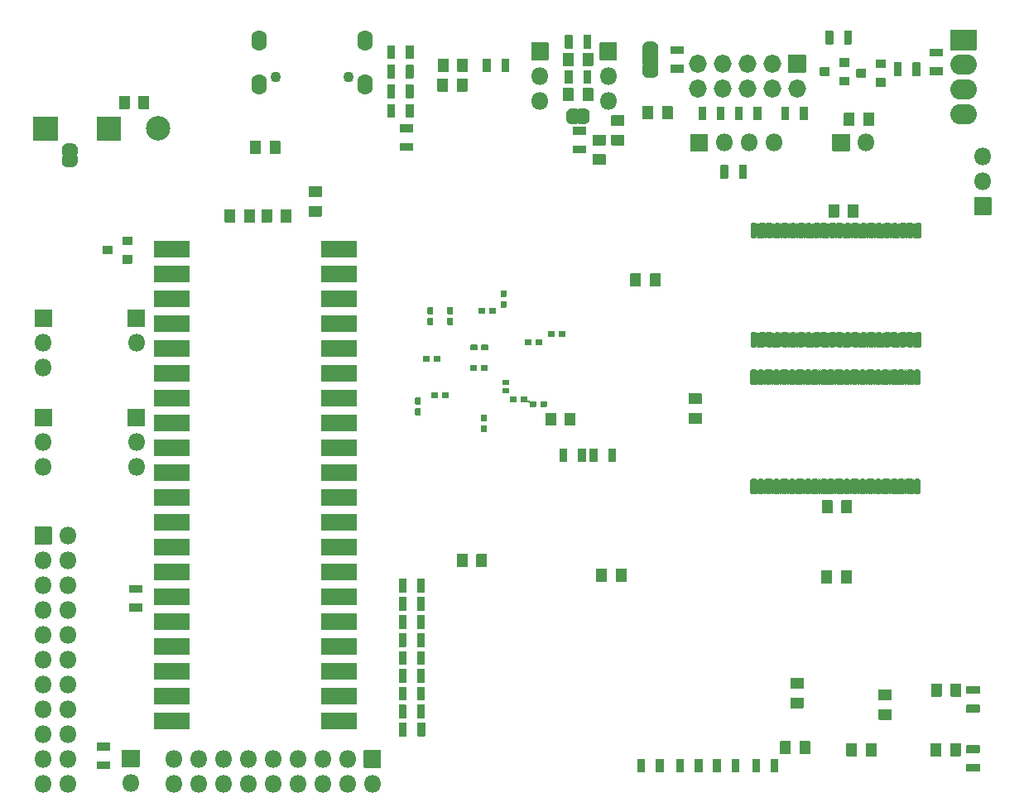
<source format=gbs>
%TF.GenerationSoftware,KiCad,Pcbnew,(5.1.10)-1*%
%TF.CreationDate,2021-08-17T18:14:56+01:00*%
%TF.ProjectId,blit-cpu-mk3,626c6974-2d63-4707-952d-6d6b332e6b69,3.03*%
%TF.SameCoordinates,Original*%
%TF.FileFunction,Soldermask,Bot*%
%TF.FilePolarity,Negative*%
%FSLAX46Y46*%
G04 Gerber Fmt 4.6, Leading zero omitted, Abs format (unit mm)*
G04 Created by KiCad (PCBNEW (5.1.10)-1) date 2021-08-17 18:14:56*
%MOMM*%
%LPD*%
G01*
G04 APERTURE LIST*
%ADD10C,0.100000*%
%ADD11O,1.802000X1.802000*%
%ADD12C,1.102000*%
%ADD13O,1.602000X2.102000*%
%ADD14C,2.502000*%
%ADD15O,1.829200X1.829200*%
%ADD16O,2.702000X2.102000*%
G04 APERTURE END LIST*
G36*
G01*
X55999000Y-44566000D02*
X55999000Y-46166000D01*
G75*
G02*
X55948000Y-46217000I-51000J0D01*
G01*
X52348000Y-46217000D01*
G75*
G02*
X52297000Y-46166000I0J51000D01*
G01*
X52297000Y-44566000D01*
G75*
G02*
X52348000Y-44515000I51000J0D01*
G01*
X55948000Y-44515000D01*
G75*
G02*
X55999000Y-44566000I0J-51000D01*
G01*
G37*
G36*
G01*
X38889000Y-92826000D02*
X38889000Y-94426000D01*
G75*
G02*
X38838000Y-94477000I-51000J0D01*
G01*
X35238000Y-94477000D01*
G75*
G02*
X35187000Y-94426000I0J51000D01*
G01*
X35187000Y-92826000D01*
G75*
G02*
X35238000Y-92775000I51000J0D01*
G01*
X38838000Y-92775000D01*
G75*
G02*
X38889000Y-92826000I0J-51000D01*
G01*
G37*
G36*
G01*
X55999000Y-47106000D02*
X55999000Y-48706000D01*
G75*
G02*
X55948000Y-48757000I-51000J0D01*
G01*
X52348000Y-48757000D01*
G75*
G02*
X52297000Y-48706000I0J51000D01*
G01*
X52297000Y-47106000D01*
G75*
G02*
X52348000Y-47055000I51000J0D01*
G01*
X55948000Y-47055000D01*
G75*
G02*
X55999000Y-47106000I0J-51000D01*
G01*
G37*
G36*
G01*
X38889000Y-90286000D02*
X38889000Y-91886000D01*
G75*
G02*
X38838000Y-91937000I-51000J0D01*
G01*
X35238000Y-91937000D01*
G75*
G02*
X35187000Y-91886000I0J51000D01*
G01*
X35187000Y-90286000D01*
G75*
G02*
X35238000Y-90235000I51000J0D01*
G01*
X38838000Y-90235000D01*
G75*
G02*
X38889000Y-90286000I0J-51000D01*
G01*
G37*
G36*
G01*
X55999000Y-49646000D02*
X55999000Y-51246000D01*
G75*
G02*
X55948000Y-51297000I-51000J0D01*
G01*
X52348000Y-51297000D01*
G75*
G02*
X52297000Y-51246000I0J51000D01*
G01*
X52297000Y-49646000D01*
G75*
G02*
X52348000Y-49595000I51000J0D01*
G01*
X55948000Y-49595000D01*
G75*
G02*
X55999000Y-49646000I0J-51000D01*
G01*
G37*
G36*
G01*
X38889000Y-87746000D02*
X38889000Y-89346000D01*
G75*
G02*
X38838000Y-89397000I-51000J0D01*
G01*
X35238000Y-89397000D01*
G75*
G02*
X35187000Y-89346000I0J51000D01*
G01*
X35187000Y-87746000D01*
G75*
G02*
X35238000Y-87695000I51000J0D01*
G01*
X38838000Y-87695000D01*
G75*
G02*
X38889000Y-87746000I0J-51000D01*
G01*
G37*
G36*
G01*
X55999000Y-52186000D02*
X55999000Y-53786000D01*
G75*
G02*
X55948000Y-53837000I-51000J0D01*
G01*
X52348000Y-53837000D01*
G75*
G02*
X52297000Y-53786000I0J51000D01*
G01*
X52297000Y-52186000D01*
G75*
G02*
X52348000Y-52135000I51000J0D01*
G01*
X55948000Y-52135000D01*
G75*
G02*
X55999000Y-52186000I0J-51000D01*
G01*
G37*
G36*
G01*
X38889000Y-85206000D02*
X38889000Y-86806000D01*
G75*
G02*
X38838000Y-86857000I-51000J0D01*
G01*
X35238000Y-86857000D01*
G75*
G02*
X35187000Y-86806000I0J51000D01*
G01*
X35187000Y-85206000D01*
G75*
G02*
X35238000Y-85155000I51000J0D01*
G01*
X38838000Y-85155000D01*
G75*
G02*
X38889000Y-85206000I0J-51000D01*
G01*
G37*
G36*
G01*
X55999000Y-54726000D02*
X55999000Y-56326000D01*
G75*
G02*
X55948000Y-56377000I-51000J0D01*
G01*
X52348000Y-56377000D01*
G75*
G02*
X52297000Y-56326000I0J51000D01*
G01*
X52297000Y-54726000D01*
G75*
G02*
X52348000Y-54675000I51000J0D01*
G01*
X55948000Y-54675000D01*
G75*
G02*
X55999000Y-54726000I0J-51000D01*
G01*
G37*
G36*
G01*
X38889000Y-82666000D02*
X38889000Y-84266000D01*
G75*
G02*
X38838000Y-84317000I-51000J0D01*
G01*
X35238000Y-84317000D01*
G75*
G02*
X35187000Y-84266000I0J51000D01*
G01*
X35187000Y-82666000D01*
G75*
G02*
X35238000Y-82615000I51000J0D01*
G01*
X38838000Y-82615000D01*
G75*
G02*
X38889000Y-82666000I0J-51000D01*
G01*
G37*
G36*
G01*
X55999000Y-57266000D02*
X55999000Y-58866000D01*
G75*
G02*
X55948000Y-58917000I-51000J0D01*
G01*
X52348000Y-58917000D01*
G75*
G02*
X52297000Y-58866000I0J51000D01*
G01*
X52297000Y-57266000D01*
G75*
G02*
X52348000Y-57215000I51000J0D01*
G01*
X55948000Y-57215000D01*
G75*
G02*
X55999000Y-57266000I0J-51000D01*
G01*
G37*
G36*
G01*
X38889000Y-80126000D02*
X38889000Y-81726000D01*
G75*
G02*
X38838000Y-81777000I-51000J0D01*
G01*
X35238000Y-81777000D01*
G75*
G02*
X35187000Y-81726000I0J51000D01*
G01*
X35187000Y-80126000D01*
G75*
G02*
X35238000Y-80075000I51000J0D01*
G01*
X38838000Y-80075000D01*
G75*
G02*
X38889000Y-80126000I0J-51000D01*
G01*
G37*
G36*
G01*
X55999000Y-59806000D02*
X55999000Y-61406000D01*
G75*
G02*
X55948000Y-61457000I-51000J0D01*
G01*
X52348000Y-61457000D01*
G75*
G02*
X52297000Y-61406000I0J51000D01*
G01*
X52297000Y-59806000D01*
G75*
G02*
X52348000Y-59755000I51000J0D01*
G01*
X55948000Y-59755000D01*
G75*
G02*
X55999000Y-59806000I0J-51000D01*
G01*
G37*
G36*
G01*
X38889000Y-77586000D02*
X38889000Y-79186000D01*
G75*
G02*
X38838000Y-79237000I-51000J0D01*
G01*
X35238000Y-79237000D01*
G75*
G02*
X35187000Y-79186000I0J51000D01*
G01*
X35187000Y-77586000D01*
G75*
G02*
X35238000Y-77535000I51000J0D01*
G01*
X38838000Y-77535000D01*
G75*
G02*
X38889000Y-77586000I0J-51000D01*
G01*
G37*
G36*
G01*
X55999000Y-62346000D02*
X55999000Y-63946000D01*
G75*
G02*
X55948000Y-63997000I-51000J0D01*
G01*
X52348000Y-63997000D01*
G75*
G02*
X52297000Y-63946000I0J51000D01*
G01*
X52297000Y-62346000D01*
G75*
G02*
X52348000Y-62295000I51000J0D01*
G01*
X55948000Y-62295000D01*
G75*
G02*
X55999000Y-62346000I0J-51000D01*
G01*
G37*
G36*
G01*
X38889000Y-75046000D02*
X38889000Y-76646000D01*
G75*
G02*
X38838000Y-76697000I-51000J0D01*
G01*
X35238000Y-76697000D01*
G75*
G02*
X35187000Y-76646000I0J51000D01*
G01*
X35187000Y-75046000D01*
G75*
G02*
X35238000Y-74995000I51000J0D01*
G01*
X38838000Y-74995000D01*
G75*
G02*
X38889000Y-75046000I0J-51000D01*
G01*
G37*
G36*
G01*
X55999000Y-64886000D02*
X55999000Y-66486000D01*
G75*
G02*
X55948000Y-66537000I-51000J0D01*
G01*
X52348000Y-66537000D01*
G75*
G02*
X52297000Y-66486000I0J51000D01*
G01*
X52297000Y-64886000D01*
G75*
G02*
X52348000Y-64835000I51000J0D01*
G01*
X55948000Y-64835000D01*
G75*
G02*
X55999000Y-64886000I0J-51000D01*
G01*
G37*
G36*
G01*
X38889000Y-72506000D02*
X38889000Y-74106000D01*
G75*
G02*
X38838000Y-74157000I-51000J0D01*
G01*
X35238000Y-74157000D01*
G75*
G02*
X35187000Y-74106000I0J51000D01*
G01*
X35187000Y-72506000D01*
G75*
G02*
X35238000Y-72455000I51000J0D01*
G01*
X38838000Y-72455000D01*
G75*
G02*
X38889000Y-72506000I0J-51000D01*
G01*
G37*
G36*
G01*
X55999000Y-67426000D02*
X55999000Y-69026000D01*
G75*
G02*
X55948000Y-69077000I-51000J0D01*
G01*
X52348000Y-69077000D01*
G75*
G02*
X52297000Y-69026000I0J51000D01*
G01*
X52297000Y-67426000D01*
G75*
G02*
X52348000Y-67375000I51000J0D01*
G01*
X55948000Y-67375000D01*
G75*
G02*
X55999000Y-67426000I0J-51000D01*
G01*
G37*
G36*
G01*
X38889000Y-69966000D02*
X38889000Y-71566000D01*
G75*
G02*
X38838000Y-71617000I-51000J0D01*
G01*
X35238000Y-71617000D01*
G75*
G02*
X35187000Y-71566000I0J51000D01*
G01*
X35187000Y-69966000D01*
G75*
G02*
X35238000Y-69915000I51000J0D01*
G01*
X38838000Y-69915000D01*
G75*
G02*
X38889000Y-69966000I0J-51000D01*
G01*
G37*
G36*
G01*
X55999000Y-69966000D02*
X55999000Y-71566000D01*
G75*
G02*
X55948000Y-71617000I-51000J0D01*
G01*
X52348000Y-71617000D01*
G75*
G02*
X52297000Y-71566000I0J51000D01*
G01*
X52297000Y-69966000D01*
G75*
G02*
X52348000Y-69915000I51000J0D01*
G01*
X55948000Y-69915000D01*
G75*
G02*
X55999000Y-69966000I0J-51000D01*
G01*
G37*
G36*
G01*
X38889000Y-67426000D02*
X38889000Y-69026000D01*
G75*
G02*
X38838000Y-69077000I-51000J0D01*
G01*
X35238000Y-69077000D01*
G75*
G02*
X35187000Y-69026000I0J51000D01*
G01*
X35187000Y-67426000D01*
G75*
G02*
X35238000Y-67375000I51000J0D01*
G01*
X38838000Y-67375000D01*
G75*
G02*
X38889000Y-67426000I0J-51000D01*
G01*
G37*
G36*
G01*
X55999000Y-72506000D02*
X55999000Y-74106000D01*
G75*
G02*
X55948000Y-74157000I-51000J0D01*
G01*
X52348000Y-74157000D01*
G75*
G02*
X52297000Y-74106000I0J51000D01*
G01*
X52297000Y-72506000D01*
G75*
G02*
X52348000Y-72455000I51000J0D01*
G01*
X55948000Y-72455000D01*
G75*
G02*
X55999000Y-72506000I0J-51000D01*
G01*
G37*
G36*
G01*
X38889000Y-64886000D02*
X38889000Y-66486000D01*
G75*
G02*
X38838000Y-66537000I-51000J0D01*
G01*
X35238000Y-66537000D01*
G75*
G02*
X35187000Y-66486000I0J51000D01*
G01*
X35187000Y-64886000D01*
G75*
G02*
X35238000Y-64835000I51000J0D01*
G01*
X38838000Y-64835000D01*
G75*
G02*
X38889000Y-64886000I0J-51000D01*
G01*
G37*
G36*
G01*
X55999000Y-75046000D02*
X55999000Y-76646000D01*
G75*
G02*
X55948000Y-76697000I-51000J0D01*
G01*
X52348000Y-76697000D01*
G75*
G02*
X52297000Y-76646000I0J51000D01*
G01*
X52297000Y-75046000D01*
G75*
G02*
X52348000Y-74995000I51000J0D01*
G01*
X55948000Y-74995000D01*
G75*
G02*
X55999000Y-75046000I0J-51000D01*
G01*
G37*
G36*
G01*
X38889000Y-62346000D02*
X38889000Y-63946000D01*
G75*
G02*
X38838000Y-63997000I-51000J0D01*
G01*
X35238000Y-63997000D01*
G75*
G02*
X35187000Y-63946000I0J51000D01*
G01*
X35187000Y-62346000D01*
G75*
G02*
X35238000Y-62295000I51000J0D01*
G01*
X38838000Y-62295000D01*
G75*
G02*
X38889000Y-62346000I0J-51000D01*
G01*
G37*
G36*
G01*
X55999000Y-77586000D02*
X55999000Y-79186000D01*
G75*
G02*
X55948000Y-79237000I-51000J0D01*
G01*
X52348000Y-79237000D01*
G75*
G02*
X52297000Y-79186000I0J51000D01*
G01*
X52297000Y-77586000D01*
G75*
G02*
X52348000Y-77535000I51000J0D01*
G01*
X55948000Y-77535000D01*
G75*
G02*
X55999000Y-77586000I0J-51000D01*
G01*
G37*
G36*
G01*
X38889000Y-59806000D02*
X38889000Y-61406000D01*
G75*
G02*
X38838000Y-61457000I-51000J0D01*
G01*
X35238000Y-61457000D01*
G75*
G02*
X35187000Y-61406000I0J51000D01*
G01*
X35187000Y-59806000D01*
G75*
G02*
X35238000Y-59755000I51000J0D01*
G01*
X38838000Y-59755000D01*
G75*
G02*
X38889000Y-59806000I0J-51000D01*
G01*
G37*
G36*
G01*
X55999000Y-80126000D02*
X55999000Y-81726000D01*
G75*
G02*
X55948000Y-81777000I-51000J0D01*
G01*
X52348000Y-81777000D01*
G75*
G02*
X52297000Y-81726000I0J51000D01*
G01*
X52297000Y-80126000D01*
G75*
G02*
X52348000Y-80075000I51000J0D01*
G01*
X55948000Y-80075000D01*
G75*
G02*
X55999000Y-80126000I0J-51000D01*
G01*
G37*
G36*
G01*
X38889000Y-57266000D02*
X38889000Y-58866000D01*
G75*
G02*
X38838000Y-58917000I-51000J0D01*
G01*
X35238000Y-58917000D01*
G75*
G02*
X35187000Y-58866000I0J51000D01*
G01*
X35187000Y-57266000D01*
G75*
G02*
X35238000Y-57215000I51000J0D01*
G01*
X38838000Y-57215000D01*
G75*
G02*
X38889000Y-57266000I0J-51000D01*
G01*
G37*
G36*
G01*
X55999000Y-82666000D02*
X55999000Y-84266000D01*
G75*
G02*
X55948000Y-84317000I-51000J0D01*
G01*
X52348000Y-84317000D01*
G75*
G02*
X52297000Y-84266000I0J51000D01*
G01*
X52297000Y-82666000D01*
G75*
G02*
X52348000Y-82615000I51000J0D01*
G01*
X55948000Y-82615000D01*
G75*
G02*
X55999000Y-82666000I0J-51000D01*
G01*
G37*
G36*
G01*
X38889000Y-54726000D02*
X38889000Y-56326000D01*
G75*
G02*
X38838000Y-56377000I-51000J0D01*
G01*
X35238000Y-56377000D01*
G75*
G02*
X35187000Y-56326000I0J51000D01*
G01*
X35187000Y-54726000D01*
G75*
G02*
X35238000Y-54675000I51000J0D01*
G01*
X38838000Y-54675000D01*
G75*
G02*
X38889000Y-54726000I0J-51000D01*
G01*
G37*
G36*
G01*
X55999000Y-85206000D02*
X55999000Y-86806000D01*
G75*
G02*
X55948000Y-86857000I-51000J0D01*
G01*
X52348000Y-86857000D01*
G75*
G02*
X52297000Y-86806000I0J51000D01*
G01*
X52297000Y-85206000D01*
G75*
G02*
X52348000Y-85155000I51000J0D01*
G01*
X55948000Y-85155000D01*
G75*
G02*
X55999000Y-85206000I0J-51000D01*
G01*
G37*
G36*
G01*
X38889000Y-52186000D02*
X38889000Y-53786000D01*
G75*
G02*
X38838000Y-53837000I-51000J0D01*
G01*
X35238000Y-53837000D01*
G75*
G02*
X35187000Y-53786000I0J51000D01*
G01*
X35187000Y-52186000D01*
G75*
G02*
X35238000Y-52135000I51000J0D01*
G01*
X38838000Y-52135000D01*
G75*
G02*
X38889000Y-52186000I0J-51000D01*
G01*
G37*
G36*
G01*
X55999000Y-87746000D02*
X55999000Y-89346000D01*
G75*
G02*
X55948000Y-89397000I-51000J0D01*
G01*
X52348000Y-89397000D01*
G75*
G02*
X52297000Y-89346000I0J51000D01*
G01*
X52297000Y-87746000D01*
G75*
G02*
X52348000Y-87695000I51000J0D01*
G01*
X55948000Y-87695000D01*
G75*
G02*
X55999000Y-87746000I0J-51000D01*
G01*
G37*
G36*
G01*
X38889000Y-49646000D02*
X38889000Y-51246000D01*
G75*
G02*
X38838000Y-51297000I-51000J0D01*
G01*
X35238000Y-51297000D01*
G75*
G02*
X35187000Y-51246000I0J51000D01*
G01*
X35187000Y-49646000D01*
G75*
G02*
X35238000Y-49595000I51000J0D01*
G01*
X38838000Y-49595000D01*
G75*
G02*
X38889000Y-49646000I0J-51000D01*
G01*
G37*
G36*
G01*
X55999000Y-90286000D02*
X55999000Y-91886000D01*
G75*
G02*
X55948000Y-91937000I-51000J0D01*
G01*
X52348000Y-91937000D01*
G75*
G02*
X52297000Y-91886000I0J51000D01*
G01*
X52297000Y-90286000D01*
G75*
G02*
X52348000Y-90235000I51000J0D01*
G01*
X55948000Y-90235000D01*
G75*
G02*
X55999000Y-90286000I0J-51000D01*
G01*
G37*
G36*
G01*
X38889000Y-47106000D02*
X38889000Y-48706000D01*
G75*
G02*
X38838000Y-48757000I-51000J0D01*
G01*
X35238000Y-48757000D01*
G75*
G02*
X35187000Y-48706000I0J51000D01*
G01*
X35187000Y-47106000D01*
G75*
G02*
X35238000Y-47055000I51000J0D01*
G01*
X38838000Y-47055000D01*
G75*
G02*
X38889000Y-47106000I0J-51000D01*
G01*
G37*
G36*
G01*
X55999000Y-92826000D02*
X55999000Y-94426000D01*
G75*
G02*
X55948000Y-94477000I-51000J0D01*
G01*
X52348000Y-94477000D01*
G75*
G02*
X52297000Y-94426000I0J51000D01*
G01*
X52297000Y-92826000D01*
G75*
G02*
X52348000Y-92775000I51000J0D01*
G01*
X55948000Y-92775000D01*
G75*
G02*
X55999000Y-92826000I0J-51000D01*
G01*
G37*
G36*
G01*
X38889000Y-44566000D02*
X38889000Y-46166000D01*
G75*
G02*
X38838000Y-46217000I-51000J0D01*
G01*
X35238000Y-46217000D01*
G75*
G02*
X35187000Y-46166000I0J51000D01*
G01*
X35187000Y-44566000D01*
G75*
G02*
X35238000Y-44515000I51000J0D01*
G01*
X38838000Y-44515000D01*
G75*
G02*
X38889000Y-44566000I0J-51000D01*
G01*
G37*
D10*
G36*
X25812242Y-35143628D02*
G01*
X25812242Y-35125206D01*
X25812488Y-35120207D01*
X25817298Y-35071376D01*
X25818032Y-35066426D01*
X25827604Y-35018301D01*
X25828820Y-35013445D01*
X25843064Y-34966490D01*
X25844750Y-34961779D01*
X25863527Y-34916446D01*
X25865667Y-34911920D01*
X25888798Y-34868647D01*
X25891371Y-34864356D01*
X25918631Y-34823557D01*
X25921613Y-34819536D01*
X25952741Y-34781607D01*
X25956102Y-34777899D01*
X25990799Y-34743202D01*
X25994507Y-34739841D01*
X26032436Y-34708713D01*
X26036457Y-34705731D01*
X26077256Y-34678471D01*
X26081547Y-34675898D01*
X26124820Y-34652767D01*
X26129346Y-34650627D01*
X26174679Y-34631850D01*
X26179390Y-34630164D01*
X26226345Y-34615920D01*
X26231201Y-34614704D01*
X26279326Y-34605132D01*
X26284276Y-34604398D01*
X26333107Y-34599588D01*
X26338106Y-34599342D01*
X26356528Y-34599342D01*
X26362640Y-34598740D01*
X26862640Y-34598740D01*
X26868752Y-34599342D01*
X26887174Y-34599342D01*
X26892173Y-34599588D01*
X26941004Y-34604398D01*
X26945954Y-34605132D01*
X26994079Y-34614704D01*
X26998935Y-34615920D01*
X27045890Y-34630164D01*
X27050601Y-34631850D01*
X27095934Y-34650627D01*
X27100460Y-34652767D01*
X27143733Y-34675898D01*
X27148024Y-34678471D01*
X27188823Y-34705731D01*
X27192844Y-34708713D01*
X27230773Y-34739841D01*
X27234481Y-34743202D01*
X27269178Y-34777899D01*
X27272539Y-34781607D01*
X27303667Y-34819536D01*
X27306649Y-34823557D01*
X27333909Y-34864356D01*
X27336482Y-34868647D01*
X27359613Y-34911920D01*
X27361753Y-34916446D01*
X27380530Y-34961779D01*
X27382216Y-34966490D01*
X27396460Y-35013445D01*
X27397676Y-35018301D01*
X27407248Y-35066426D01*
X27407982Y-35071376D01*
X27412792Y-35120207D01*
X27413038Y-35125206D01*
X27413038Y-35143628D01*
X27413640Y-35149740D01*
X27413640Y-35649740D01*
X27412660Y-35659690D01*
X27409758Y-35669257D01*
X27405045Y-35678074D01*
X27398702Y-35685802D01*
X27390974Y-35692145D01*
X27382157Y-35696858D01*
X27372590Y-35699760D01*
X27362640Y-35700740D01*
X25862640Y-35700740D01*
X25852690Y-35699760D01*
X25843123Y-35696858D01*
X25834306Y-35692145D01*
X25826578Y-35685802D01*
X25820235Y-35678074D01*
X25815522Y-35669257D01*
X25812620Y-35659690D01*
X25811640Y-35649740D01*
X25811640Y-35149740D01*
X25812242Y-35143628D01*
G37*
G36*
X25812620Y-35939790D02*
G01*
X25815522Y-35930223D01*
X25820235Y-35921406D01*
X25826578Y-35913678D01*
X25834306Y-35907335D01*
X25843123Y-35902622D01*
X25852690Y-35899720D01*
X25862640Y-35898740D01*
X27362640Y-35898740D01*
X27372590Y-35899720D01*
X27382157Y-35902622D01*
X27390974Y-35907335D01*
X27398702Y-35913678D01*
X27405045Y-35921406D01*
X27409758Y-35930223D01*
X27412660Y-35939790D01*
X27413640Y-35949740D01*
X27413640Y-36449740D01*
X27413038Y-36455852D01*
X27413038Y-36474274D01*
X27412792Y-36479273D01*
X27407982Y-36528104D01*
X27407248Y-36533054D01*
X27397676Y-36581179D01*
X27396460Y-36586035D01*
X27382216Y-36632990D01*
X27380530Y-36637701D01*
X27361753Y-36683034D01*
X27359613Y-36687560D01*
X27336482Y-36730833D01*
X27333909Y-36735124D01*
X27306649Y-36775923D01*
X27303667Y-36779944D01*
X27272539Y-36817873D01*
X27269178Y-36821581D01*
X27234481Y-36856278D01*
X27230773Y-36859639D01*
X27192844Y-36890767D01*
X27188823Y-36893749D01*
X27148024Y-36921009D01*
X27143733Y-36923582D01*
X27100460Y-36946713D01*
X27095934Y-36948853D01*
X27050601Y-36967630D01*
X27045890Y-36969316D01*
X26998935Y-36983560D01*
X26994079Y-36984776D01*
X26945954Y-36994348D01*
X26941004Y-36995082D01*
X26892173Y-36999892D01*
X26887174Y-37000138D01*
X26868752Y-37000138D01*
X26862640Y-37000740D01*
X26362640Y-37000740D01*
X26356528Y-37000138D01*
X26338106Y-37000138D01*
X26333107Y-36999892D01*
X26284276Y-36995082D01*
X26279326Y-36994348D01*
X26231201Y-36984776D01*
X26226345Y-36983560D01*
X26179390Y-36969316D01*
X26174679Y-36967630D01*
X26129346Y-36948853D01*
X26124820Y-36946713D01*
X26081547Y-36923582D01*
X26077256Y-36921009D01*
X26036457Y-36893749D01*
X26032436Y-36890767D01*
X25994507Y-36859639D01*
X25990799Y-36856278D01*
X25956102Y-36821581D01*
X25952741Y-36817873D01*
X25921613Y-36779944D01*
X25918631Y-36775923D01*
X25891371Y-36735124D01*
X25888798Y-36730833D01*
X25865667Y-36687560D01*
X25863527Y-36683034D01*
X25844750Y-36637701D01*
X25843064Y-36632990D01*
X25828820Y-36586035D01*
X25827604Y-36581179D01*
X25818032Y-36533054D01*
X25817298Y-36528104D01*
X25812488Y-36479273D01*
X25812242Y-36474274D01*
X25812242Y-36455852D01*
X25811640Y-36449740D01*
X25811640Y-35949740D01*
X25812620Y-35939790D01*
G37*
G36*
G01*
X76699000Y-67150001D02*
X76699000Y-65849999D01*
G75*
G02*
X76749999Y-65799000I50999J0D01*
G01*
X77450001Y-65799000D01*
G75*
G02*
X77501000Y-65849999I0J-50999D01*
G01*
X77501000Y-67150001D01*
G75*
G02*
X77450001Y-67201000I-50999J0D01*
G01*
X76749999Y-67201000D01*
G75*
G02*
X76699000Y-67150001I0J50999D01*
G01*
G37*
G36*
G01*
X78599000Y-67150001D02*
X78599000Y-65849999D01*
G75*
G02*
X78649999Y-65799000I50999J0D01*
G01*
X79350001Y-65799000D01*
G75*
G02*
X79401000Y-65849999I0J-50999D01*
G01*
X79401000Y-67150001D01*
G75*
G02*
X79350001Y-67201000I-50999J0D01*
G01*
X78649999Y-67201000D01*
G75*
G02*
X78599000Y-67150001I0J50999D01*
G01*
G37*
G36*
G01*
X30700001Y-98601000D02*
X29399999Y-98601000D01*
G75*
G02*
X29349000Y-98550001I0J50999D01*
G01*
X29349000Y-97849999D01*
G75*
G02*
X29399999Y-97799000I50999J0D01*
G01*
X30700001Y-97799000D01*
G75*
G02*
X30751000Y-97849999I0J-50999D01*
G01*
X30751000Y-98550001D01*
G75*
G02*
X30700001Y-98601000I-50999J0D01*
G01*
G37*
G36*
G01*
X30700001Y-96701000D02*
X29399999Y-96701000D01*
G75*
G02*
X29349000Y-96650001I0J50999D01*
G01*
X29349000Y-95949999D01*
G75*
G02*
X29399999Y-95899000I50999J0D01*
G01*
X30700001Y-95899000D01*
G75*
G02*
X30751000Y-95949999I0J-50999D01*
G01*
X30751000Y-96650001D01*
G75*
G02*
X30700001Y-96701000I-50999J0D01*
G01*
G37*
G36*
G01*
X32699999Y-79749000D02*
X34000001Y-79749000D01*
G75*
G02*
X34051000Y-79799999I0J-50999D01*
G01*
X34051000Y-80500001D01*
G75*
G02*
X34000001Y-80551000I-50999J0D01*
G01*
X32699999Y-80551000D01*
G75*
G02*
X32649000Y-80500001I0J50999D01*
G01*
X32649000Y-79799999D01*
G75*
G02*
X32699999Y-79749000I50999J0D01*
G01*
G37*
G36*
G01*
X32699999Y-81649000D02*
X34000001Y-81649000D01*
G75*
G02*
X34051000Y-81699999I0J-50999D01*
G01*
X34051000Y-82400001D01*
G75*
G02*
X34000001Y-82451000I-50999J0D01*
G01*
X32699999Y-82451000D01*
G75*
G02*
X32649000Y-82400001I0J50999D01*
G01*
X32649000Y-81699999D01*
G75*
G02*
X32699999Y-81649000I50999J0D01*
G01*
G37*
G36*
G01*
X82501000Y-65849999D02*
X82501000Y-67150001D01*
G75*
G02*
X82450001Y-67201000I-50999J0D01*
G01*
X81749999Y-67201000D01*
G75*
G02*
X81699000Y-67150001I0J50999D01*
G01*
X81699000Y-65849999D01*
G75*
G02*
X81749999Y-65799000I50999J0D01*
G01*
X82450001Y-65799000D01*
G75*
G02*
X82501000Y-65849999I0J-50999D01*
G01*
G37*
G36*
G01*
X80601000Y-65849999D02*
X80601000Y-67150001D01*
G75*
G02*
X80550001Y-67201000I-50999J0D01*
G01*
X79849999Y-67201000D01*
G75*
G02*
X79799000Y-67150001I0J50999D01*
G01*
X79799000Y-65849999D01*
G75*
G02*
X79849999Y-65799000I50999J0D01*
G01*
X80550001Y-65799000D01*
G75*
G02*
X80601000Y-65849999I0J-50999D01*
G01*
G37*
G36*
G01*
X31949000Y-98350000D02*
X31949000Y-96650000D01*
G75*
G02*
X32000000Y-96599000I51000J0D01*
G01*
X33700000Y-96599000D01*
G75*
G02*
X33751000Y-96650000I0J-51000D01*
G01*
X33751000Y-98350000D01*
G75*
G02*
X33700000Y-98401000I-51000J0D01*
G01*
X32000000Y-98401000D01*
G75*
G02*
X31949000Y-98350000I0J51000D01*
G01*
G37*
D11*
X32850000Y-100040000D03*
G36*
G01*
X91850000Y-35401000D02*
X90150000Y-35401000D01*
G75*
G02*
X90099000Y-35350000I0J51000D01*
G01*
X90099000Y-33650000D01*
G75*
G02*
X90150000Y-33599000I51000J0D01*
G01*
X91850000Y-33599000D01*
G75*
G02*
X91901000Y-33650000I0J-51000D01*
G01*
X91901000Y-35350000D01*
G75*
G02*
X91850000Y-35401000I-51000J0D01*
G01*
G37*
X93540000Y-34500000D03*
X96080000Y-34500000D03*
X98620000Y-34500000D03*
D10*
G36*
X77943888Y-32600398D02*
G01*
X77925466Y-32600398D01*
X77920467Y-32600152D01*
X77871636Y-32595342D01*
X77866686Y-32594608D01*
X77818561Y-32585036D01*
X77813705Y-32583820D01*
X77766750Y-32569576D01*
X77762039Y-32567890D01*
X77716706Y-32549113D01*
X77712180Y-32546973D01*
X77668907Y-32523842D01*
X77664616Y-32521269D01*
X77623817Y-32494009D01*
X77619796Y-32491027D01*
X77581867Y-32459899D01*
X77578159Y-32456538D01*
X77543462Y-32421841D01*
X77540101Y-32418133D01*
X77508973Y-32380204D01*
X77505991Y-32376183D01*
X77478731Y-32335384D01*
X77476158Y-32331093D01*
X77453027Y-32287820D01*
X77450887Y-32283294D01*
X77432110Y-32237961D01*
X77430424Y-32233250D01*
X77416180Y-32186295D01*
X77414964Y-32181439D01*
X77405392Y-32133314D01*
X77404658Y-32128364D01*
X77399848Y-32079533D01*
X77399602Y-32074534D01*
X77399602Y-32056112D01*
X77399000Y-32050000D01*
X77399000Y-31550000D01*
X77399602Y-31543888D01*
X77399602Y-31525466D01*
X77399848Y-31520467D01*
X77404658Y-31471636D01*
X77405392Y-31466686D01*
X77414964Y-31418561D01*
X77416180Y-31413705D01*
X77430424Y-31366750D01*
X77432110Y-31362039D01*
X77450887Y-31316706D01*
X77453027Y-31312180D01*
X77476158Y-31268907D01*
X77478731Y-31264616D01*
X77505991Y-31223817D01*
X77508973Y-31219796D01*
X77540101Y-31181867D01*
X77543462Y-31178159D01*
X77578159Y-31143462D01*
X77581867Y-31140101D01*
X77619796Y-31108973D01*
X77623817Y-31105991D01*
X77664616Y-31078731D01*
X77668907Y-31076158D01*
X77712180Y-31053027D01*
X77716706Y-31050887D01*
X77762039Y-31032110D01*
X77766750Y-31030424D01*
X77813705Y-31016180D01*
X77818561Y-31014964D01*
X77866686Y-31005392D01*
X77871636Y-31004658D01*
X77920467Y-30999848D01*
X77925466Y-30999602D01*
X77943888Y-30999602D01*
X77950000Y-30999000D01*
X78450000Y-30999000D01*
X78459950Y-30999980D01*
X78469517Y-31002882D01*
X78478334Y-31007595D01*
X78486062Y-31013938D01*
X78492405Y-31021666D01*
X78497118Y-31030483D01*
X78500020Y-31040050D01*
X78501000Y-31050000D01*
X78501000Y-32550000D01*
X78500020Y-32559950D01*
X78497118Y-32569517D01*
X78492405Y-32578334D01*
X78486062Y-32586062D01*
X78478334Y-32592405D01*
X78469517Y-32597118D01*
X78459950Y-32600020D01*
X78450000Y-32601000D01*
X77950000Y-32601000D01*
X77943888Y-32600398D01*
G37*
G36*
X78740050Y-32600020D02*
G01*
X78730483Y-32597118D01*
X78721666Y-32592405D01*
X78713938Y-32586062D01*
X78707595Y-32578334D01*
X78702882Y-32569517D01*
X78699980Y-32559950D01*
X78699000Y-32550000D01*
X78699000Y-31050000D01*
X78699980Y-31040050D01*
X78702882Y-31030483D01*
X78707595Y-31021666D01*
X78713938Y-31013938D01*
X78721666Y-31007595D01*
X78730483Y-31002882D01*
X78740050Y-30999980D01*
X78750000Y-30999000D01*
X79250000Y-30999000D01*
X79256112Y-30999602D01*
X79274534Y-30999602D01*
X79279533Y-30999848D01*
X79328364Y-31004658D01*
X79333314Y-31005392D01*
X79381439Y-31014964D01*
X79386295Y-31016180D01*
X79433250Y-31030424D01*
X79437961Y-31032110D01*
X79483294Y-31050887D01*
X79487820Y-31053027D01*
X79531093Y-31076158D01*
X79535384Y-31078731D01*
X79576183Y-31105991D01*
X79580204Y-31108973D01*
X79618133Y-31140101D01*
X79621841Y-31143462D01*
X79656538Y-31178159D01*
X79659899Y-31181867D01*
X79691027Y-31219796D01*
X79694009Y-31223817D01*
X79721269Y-31264616D01*
X79723842Y-31268907D01*
X79746973Y-31312180D01*
X79749113Y-31316706D01*
X79767890Y-31362039D01*
X79769576Y-31366750D01*
X79783820Y-31413705D01*
X79785036Y-31418561D01*
X79794608Y-31466686D01*
X79795342Y-31471636D01*
X79800152Y-31520467D01*
X79800398Y-31525466D01*
X79800398Y-31543888D01*
X79801000Y-31550000D01*
X79801000Y-32050000D01*
X79800398Y-32056112D01*
X79800398Y-32074534D01*
X79800152Y-32079533D01*
X79795342Y-32128364D01*
X79794608Y-32133314D01*
X79785036Y-32181439D01*
X79783820Y-32186295D01*
X79769576Y-32233250D01*
X79767890Y-32237961D01*
X79749113Y-32283294D01*
X79746973Y-32287820D01*
X79723842Y-32331093D01*
X79721269Y-32335384D01*
X79694009Y-32376183D01*
X79691027Y-32380204D01*
X79659899Y-32418133D01*
X79656538Y-32421841D01*
X79621841Y-32456538D01*
X79618133Y-32459899D01*
X79580204Y-32491027D01*
X79576183Y-32494009D01*
X79535384Y-32521269D01*
X79531093Y-32523842D01*
X79487820Y-32546973D01*
X79483294Y-32549113D01*
X79437961Y-32567890D01*
X79433250Y-32569576D01*
X79386295Y-32583820D01*
X79381439Y-32585036D01*
X79333314Y-32594608D01*
X79328364Y-32595342D01*
X79279533Y-32600152D01*
X79274534Y-32600398D01*
X79256112Y-32600398D01*
X79250000Y-32601000D01*
X78750000Y-32601000D01*
X78740050Y-32600020D01*
G37*
G36*
G01*
X71500000Y-60151000D02*
X70900000Y-60151000D01*
G75*
G02*
X70849000Y-60100000I0J51000D01*
G01*
X70849000Y-59700000D01*
G75*
G02*
X70900000Y-59649000I51000J0D01*
G01*
X71500000Y-59649000D01*
G75*
G02*
X71551000Y-59700000I0J-51000D01*
G01*
X71551000Y-60100000D01*
G75*
G02*
X71500000Y-60151000I-51000J0D01*
G01*
G37*
G36*
G01*
X71500000Y-59251000D02*
X70900000Y-59251000D01*
G75*
G02*
X70849000Y-59200000I0J51000D01*
G01*
X70849000Y-58800000D01*
G75*
G02*
X70900000Y-58749000I51000J0D01*
G01*
X71500000Y-58749000D01*
G75*
G02*
X71551000Y-58800000I0J-51000D01*
G01*
X71551000Y-59200000D01*
G75*
G02*
X71500000Y-59251000I-51000J0D01*
G01*
G37*
G36*
G01*
X83551000Y-78125000D02*
X83551000Y-79375000D01*
G75*
G02*
X83500000Y-79426000I-51000J0D01*
G01*
X82500000Y-79426000D01*
G75*
G02*
X82449000Y-79375000I0J51000D01*
G01*
X82449000Y-78125000D01*
G75*
G02*
X82500000Y-78074000I51000J0D01*
G01*
X83500000Y-78074000D01*
G75*
G02*
X83551000Y-78125000I0J-51000D01*
G01*
G37*
G36*
G01*
X81551000Y-78125000D02*
X81551000Y-79375000D01*
G75*
G02*
X81500000Y-79426000I-51000J0D01*
G01*
X80500000Y-79426000D01*
G75*
G02*
X80449000Y-79375000I0J51000D01*
G01*
X80449000Y-78125000D01*
G75*
G02*
X80500000Y-78074000I51000J0D01*
G01*
X81500000Y-78074000D01*
G75*
G02*
X81551000Y-78125000I0J-51000D01*
G01*
G37*
G36*
G01*
X119650001Y-98851000D02*
X118349999Y-98851000D01*
G75*
G02*
X118299000Y-98800001I0J50999D01*
G01*
X118299000Y-98099999D01*
G75*
G02*
X118349999Y-98049000I50999J0D01*
G01*
X119650001Y-98049000D01*
G75*
G02*
X119701000Y-98099999I0J-50999D01*
G01*
X119701000Y-98800001D01*
G75*
G02*
X119650001Y-98851000I-50999J0D01*
G01*
G37*
G36*
G01*
X119650001Y-96951000D02*
X118349999Y-96951000D01*
G75*
G02*
X118299000Y-96900001I0J50999D01*
G01*
X118299000Y-96199999D01*
G75*
G02*
X118349999Y-96149000I50999J0D01*
G01*
X119650001Y-96149000D01*
G75*
G02*
X119701000Y-96199999I0J-50999D01*
G01*
X119701000Y-96900001D01*
G75*
G02*
X119650001Y-96951000I-50999J0D01*
G01*
G37*
G36*
G01*
X119650001Y-92801000D02*
X118349999Y-92801000D01*
G75*
G02*
X118299000Y-92750001I0J50999D01*
G01*
X118299000Y-92049999D01*
G75*
G02*
X118349999Y-91999000I50999J0D01*
G01*
X119650001Y-91999000D01*
G75*
G02*
X119701000Y-92049999I0J-50999D01*
G01*
X119701000Y-92750001D01*
G75*
G02*
X119650001Y-92801000I-50999J0D01*
G01*
G37*
G36*
G01*
X119650001Y-90901000D02*
X118349999Y-90901000D01*
G75*
G02*
X118299000Y-90850001I0J50999D01*
G01*
X118299000Y-90149999D01*
G75*
G02*
X118349999Y-90099000I50999J0D01*
G01*
X119650001Y-90099000D01*
G75*
G02*
X119701000Y-90149999I0J-50999D01*
G01*
X119701000Y-90850001D01*
G75*
G02*
X119650001Y-90901000I-50999J0D01*
G01*
G37*
G36*
G01*
X95851000Y-36849999D02*
X95851000Y-38150001D01*
G75*
G02*
X95800001Y-38201000I-50999J0D01*
G01*
X95099999Y-38201000D01*
G75*
G02*
X95049000Y-38150001I0J50999D01*
G01*
X95049000Y-36849999D01*
G75*
G02*
X95099999Y-36799000I50999J0D01*
G01*
X95800001Y-36799000D01*
G75*
G02*
X95851000Y-36849999I0J-50999D01*
G01*
G37*
G36*
G01*
X93951000Y-36849999D02*
X93951000Y-38150001D01*
G75*
G02*
X93900001Y-38201000I-50999J0D01*
G01*
X93199999Y-38201000D01*
G75*
G02*
X93149000Y-38150001I0J50999D01*
G01*
X93149000Y-36849999D01*
G75*
G02*
X93199999Y-36799000I50999J0D01*
G01*
X93900001Y-36799000D01*
G75*
G02*
X93951000Y-36849999I0J-50999D01*
G01*
G37*
G36*
G01*
X93601000Y-30849999D02*
X93601000Y-32150001D01*
G75*
G02*
X93550001Y-32201000I-50999J0D01*
G01*
X92849999Y-32201000D01*
G75*
G02*
X92799000Y-32150001I0J50999D01*
G01*
X92799000Y-30849999D01*
G75*
G02*
X92849999Y-30799000I50999J0D01*
G01*
X93550001Y-30799000D01*
G75*
G02*
X93601000Y-30849999I0J-50999D01*
G01*
G37*
G36*
G01*
X91701000Y-30849999D02*
X91701000Y-32150001D01*
G75*
G02*
X91650001Y-32201000I-50999J0D01*
G01*
X90949999Y-32201000D01*
G75*
G02*
X90899000Y-32150001I0J50999D01*
G01*
X90899000Y-30849999D01*
G75*
G02*
X90949999Y-30799000I50999J0D01*
G01*
X91650001Y-30799000D01*
G75*
G02*
X91701000Y-30849999I0J-50999D01*
G01*
G37*
G36*
G01*
X59074000Y-25900001D02*
X59074000Y-24599999D01*
G75*
G02*
X59124999Y-24549000I50999J0D01*
G01*
X59825001Y-24549000D01*
G75*
G02*
X59876000Y-24599999I0J-50999D01*
G01*
X59876000Y-25900001D01*
G75*
G02*
X59825001Y-25951000I-50999J0D01*
G01*
X59124999Y-25951000D01*
G75*
G02*
X59074000Y-25900001I0J50999D01*
G01*
G37*
G36*
G01*
X60974000Y-25900001D02*
X60974000Y-24599999D01*
G75*
G02*
X61024999Y-24549000I50999J0D01*
G01*
X61725001Y-24549000D01*
G75*
G02*
X61776000Y-24599999I0J-50999D01*
G01*
X61776000Y-25900001D01*
G75*
G02*
X61725001Y-25951000I-50999J0D01*
G01*
X61024999Y-25951000D01*
G75*
G02*
X60974000Y-25900001I0J50999D01*
G01*
G37*
G36*
G01*
X71551000Y-25949999D02*
X71551000Y-27250001D01*
G75*
G02*
X71500001Y-27301000I-50999J0D01*
G01*
X70799999Y-27301000D01*
G75*
G02*
X70749000Y-27250001I0J50999D01*
G01*
X70749000Y-25949999D01*
G75*
G02*
X70799999Y-25899000I50999J0D01*
G01*
X71500001Y-25899000D01*
G75*
G02*
X71551000Y-25949999I0J-50999D01*
G01*
G37*
G36*
G01*
X69651000Y-25949999D02*
X69651000Y-27250001D01*
G75*
G02*
X69600001Y-27301000I-50999J0D01*
G01*
X68899999Y-27301000D01*
G75*
G02*
X68849000Y-27250001I0J50999D01*
G01*
X68849000Y-25949999D01*
G75*
G02*
X68899999Y-25899000I50999J0D01*
G01*
X69600001Y-25899000D01*
G75*
G02*
X69651000Y-25949999I0J-50999D01*
G01*
G37*
G36*
G01*
X59074000Y-27900001D02*
X59074000Y-26599999D01*
G75*
G02*
X59124999Y-26549000I50999J0D01*
G01*
X59825001Y-26549000D01*
G75*
G02*
X59876000Y-26599999I0J-50999D01*
G01*
X59876000Y-27900001D01*
G75*
G02*
X59825001Y-27951000I-50999J0D01*
G01*
X59124999Y-27951000D01*
G75*
G02*
X59074000Y-27900001I0J50999D01*
G01*
G37*
G36*
G01*
X60974000Y-27900001D02*
X60974000Y-26599999D01*
G75*
G02*
X61024999Y-26549000I50999J0D01*
G01*
X61725001Y-26549000D01*
G75*
G02*
X61776000Y-26599999I0J-50999D01*
G01*
X61776000Y-27900001D01*
G75*
G02*
X61725001Y-27951000I-50999J0D01*
G01*
X61024999Y-27951000D01*
G75*
G02*
X60974000Y-27900001I0J50999D01*
G01*
G37*
G36*
G01*
X59074000Y-29900001D02*
X59074000Y-28599999D01*
G75*
G02*
X59124999Y-28549000I50999J0D01*
G01*
X59825001Y-28549000D01*
G75*
G02*
X59876000Y-28599999I0J-50999D01*
G01*
X59876000Y-29900001D01*
G75*
G02*
X59825001Y-29951000I-50999J0D01*
G01*
X59124999Y-29951000D01*
G75*
G02*
X59074000Y-29900001I0J50999D01*
G01*
G37*
G36*
G01*
X60974000Y-29900001D02*
X60974000Y-28599999D01*
G75*
G02*
X61024999Y-28549000I50999J0D01*
G01*
X61725001Y-28549000D01*
G75*
G02*
X61776000Y-28599999I0J-50999D01*
G01*
X61776000Y-29900001D01*
G75*
G02*
X61725001Y-29951000I-50999J0D01*
G01*
X61024999Y-29951000D01*
G75*
G02*
X60974000Y-29900001I0J50999D01*
G01*
G37*
G36*
G01*
X60999000Y-31900001D02*
X60999000Y-30599999D01*
G75*
G02*
X61049999Y-30549000I50999J0D01*
G01*
X61750001Y-30549000D01*
G75*
G02*
X61801000Y-30599999I0J-50999D01*
G01*
X61801000Y-31900001D01*
G75*
G02*
X61750001Y-31951000I-50999J0D01*
G01*
X61049999Y-31951000D01*
G75*
G02*
X60999000Y-31900001I0J50999D01*
G01*
G37*
G36*
G01*
X59099000Y-31900001D02*
X59099000Y-30599999D01*
G75*
G02*
X59149999Y-30549000I50999J0D01*
G01*
X59850001Y-30549000D01*
G75*
G02*
X59901000Y-30599999I0J-50999D01*
G01*
X59901000Y-31900001D01*
G75*
G02*
X59850001Y-31951000I-50999J0D01*
G01*
X59149999Y-31951000D01*
G75*
G02*
X59099000Y-31900001I0J50999D01*
G01*
G37*
G36*
G01*
X60399999Y-32649000D02*
X61700001Y-32649000D01*
G75*
G02*
X61751000Y-32699999I0J-50999D01*
G01*
X61751000Y-33400001D01*
G75*
G02*
X61700001Y-33451000I-50999J0D01*
G01*
X60399999Y-33451000D01*
G75*
G02*
X60349000Y-33400001I0J50999D01*
G01*
X60349000Y-32699999D01*
G75*
G02*
X60399999Y-32649000I50999J0D01*
G01*
G37*
G36*
G01*
X60399999Y-34549000D02*
X61700001Y-34549000D01*
G75*
G02*
X61751000Y-34599999I0J-50999D01*
G01*
X61751000Y-35300001D01*
G75*
G02*
X61700001Y-35351000I-50999J0D01*
G01*
X60399999Y-35351000D01*
G75*
G02*
X60349000Y-35300001I0J50999D01*
G01*
X60349000Y-34599999D01*
G75*
G02*
X60399999Y-34549000I50999J0D01*
G01*
G37*
G36*
G01*
X79951000Y-27149999D02*
X79951000Y-28450001D01*
G75*
G02*
X79900001Y-28501000I-50999J0D01*
G01*
X79199999Y-28501000D01*
G75*
G02*
X79149000Y-28450001I0J50999D01*
G01*
X79149000Y-27149999D01*
G75*
G02*
X79199999Y-27099000I50999J0D01*
G01*
X79900001Y-27099000D01*
G75*
G02*
X79951000Y-27149999I0J-50999D01*
G01*
G37*
G36*
G01*
X78051000Y-27149999D02*
X78051000Y-28450001D01*
G75*
G02*
X78000001Y-28501000I-50999J0D01*
G01*
X77299999Y-28501000D01*
G75*
G02*
X77249000Y-28450001I0J50999D01*
G01*
X77249000Y-27149999D01*
G75*
G02*
X77299999Y-27099000I50999J0D01*
G01*
X78000001Y-27099000D01*
G75*
G02*
X78051000Y-27149999I0J-50999D01*
G01*
G37*
G36*
G01*
X79950500Y-23549999D02*
X79950500Y-24850001D01*
G75*
G02*
X79899501Y-24901000I-50999J0D01*
G01*
X79199499Y-24901000D01*
G75*
G02*
X79148500Y-24850001I0J50999D01*
G01*
X79148500Y-23549999D01*
G75*
G02*
X79199499Y-23499000I50999J0D01*
G01*
X79899501Y-23499000D01*
G75*
G02*
X79950500Y-23549999I0J-50999D01*
G01*
G37*
G36*
G01*
X78050500Y-23549999D02*
X78050500Y-24850001D01*
G75*
G02*
X77999501Y-24901000I-50999J0D01*
G01*
X77299499Y-24901000D01*
G75*
G02*
X77248500Y-24850001I0J50999D01*
G01*
X77248500Y-23549999D01*
G75*
G02*
X77299499Y-23499000I50999J0D01*
G01*
X77999501Y-23499000D01*
G75*
G02*
X78050500Y-23549999I0J-50999D01*
G01*
G37*
G36*
G01*
X79400001Y-35601000D02*
X78099999Y-35601000D01*
G75*
G02*
X78049000Y-35550001I0J50999D01*
G01*
X78049000Y-34849999D01*
G75*
G02*
X78099999Y-34799000I50999J0D01*
G01*
X79400001Y-34799000D01*
G75*
G02*
X79451000Y-34849999I0J-50999D01*
G01*
X79451000Y-35550001D01*
G75*
G02*
X79400001Y-35601000I-50999J0D01*
G01*
G37*
G36*
G01*
X79400001Y-33701000D02*
X78099999Y-33701000D01*
G75*
G02*
X78049000Y-33650001I0J50999D01*
G01*
X78049000Y-32949999D01*
G75*
G02*
X78099999Y-32899000I50999J0D01*
G01*
X79400001Y-32899000D01*
G75*
G02*
X79451000Y-32949999I0J-50999D01*
G01*
X79451000Y-33650001D01*
G75*
G02*
X79400001Y-33701000I-50999J0D01*
G01*
G37*
G36*
G01*
X106601000Y-23099999D02*
X106601000Y-24400001D01*
G75*
G02*
X106550001Y-24451000I-50999J0D01*
G01*
X105849999Y-24451000D01*
G75*
G02*
X105799000Y-24400001I0J50999D01*
G01*
X105799000Y-23099999D01*
G75*
G02*
X105849999Y-23049000I50999J0D01*
G01*
X106550001Y-23049000D01*
G75*
G02*
X106601000Y-23099999I0J-50999D01*
G01*
G37*
G36*
G01*
X104701000Y-23099999D02*
X104701000Y-24400001D01*
G75*
G02*
X104650001Y-24451000I-50999J0D01*
G01*
X103949999Y-24451000D01*
G75*
G02*
X103899000Y-24400001I0J50999D01*
G01*
X103899000Y-23099999D01*
G75*
G02*
X103949999Y-23049000I50999J0D01*
G01*
X104650001Y-23049000D01*
G75*
G02*
X104701000Y-23099999I0J-50999D01*
G01*
G37*
G36*
G01*
X115900001Y-27601000D02*
X114599999Y-27601000D01*
G75*
G02*
X114549000Y-27550001I0J50999D01*
G01*
X114549000Y-26849999D01*
G75*
G02*
X114599999Y-26799000I50999J0D01*
G01*
X115900001Y-26799000D01*
G75*
G02*
X115951000Y-26849999I0J-50999D01*
G01*
X115951000Y-27550001D01*
G75*
G02*
X115900001Y-27601000I-50999J0D01*
G01*
G37*
G36*
G01*
X115900001Y-25701000D02*
X114599999Y-25701000D01*
G75*
G02*
X114549000Y-25650001I0J50999D01*
G01*
X114549000Y-24949999D01*
G75*
G02*
X114599999Y-24899000I50999J0D01*
G01*
X115900001Y-24899000D01*
G75*
G02*
X115951000Y-24949999I0J-50999D01*
G01*
X115951000Y-25650001D01*
G75*
G02*
X115900001Y-25701000I-50999J0D01*
G01*
G37*
G36*
G01*
X113601000Y-26349999D02*
X113601000Y-27650001D01*
G75*
G02*
X113550001Y-27701000I-50999J0D01*
G01*
X112849999Y-27701000D01*
G75*
G02*
X112799000Y-27650001I0J50999D01*
G01*
X112799000Y-26349999D01*
G75*
G02*
X112849999Y-26299000I50999J0D01*
G01*
X113550001Y-26299000D01*
G75*
G02*
X113601000Y-26349999I0J-50999D01*
G01*
G37*
G36*
G01*
X111701000Y-26349999D02*
X111701000Y-27650001D01*
G75*
G02*
X111650001Y-27701000I-50999J0D01*
G01*
X110949999Y-27701000D01*
G75*
G02*
X110899000Y-27650001I0J50999D01*
G01*
X110899000Y-26349999D01*
G75*
G02*
X110949999Y-26299000I50999J0D01*
G01*
X111650001Y-26299000D01*
G75*
G02*
X111701000Y-26349999I0J-50999D01*
G01*
G37*
G36*
G01*
X89400001Y-27351000D02*
X88099999Y-27351000D01*
G75*
G02*
X88049000Y-27300001I0J50999D01*
G01*
X88049000Y-26599999D01*
G75*
G02*
X88099999Y-26549000I50999J0D01*
G01*
X89400001Y-26549000D01*
G75*
G02*
X89451000Y-26599999I0J-50999D01*
G01*
X89451000Y-27300001D01*
G75*
G02*
X89400001Y-27351000I-50999J0D01*
G01*
G37*
G36*
G01*
X89400001Y-25451000D02*
X88099999Y-25451000D01*
G75*
G02*
X88049000Y-25400001I0J50999D01*
G01*
X88049000Y-24699999D01*
G75*
G02*
X88099999Y-24649000I50999J0D01*
G01*
X89400001Y-24649000D01*
G75*
G02*
X89451000Y-24699999I0J-50999D01*
G01*
X89451000Y-25400001D01*
G75*
G02*
X89400001Y-25451000I-50999J0D01*
G01*
G37*
G36*
G01*
X94649000Y-32150001D02*
X94649000Y-30849999D01*
G75*
G02*
X94699999Y-30799000I50999J0D01*
G01*
X95400001Y-30799000D01*
G75*
G02*
X95451000Y-30849999I0J-50999D01*
G01*
X95451000Y-32150001D01*
G75*
G02*
X95400001Y-32201000I-50999J0D01*
G01*
X94699999Y-32201000D01*
G75*
G02*
X94649000Y-32150001I0J50999D01*
G01*
G37*
G36*
G01*
X96549000Y-32150001D02*
X96549000Y-30849999D01*
G75*
G02*
X96599999Y-30799000I50999J0D01*
G01*
X97300001Y-30799000D01*
G75*
G02*
X97351000Y-30849999I0J-50999D01*
G01*
X97351000Y-32150001D01*
G75*
G02*
X97300001Y-32201000I-50999J0D01*
G01*
X96599999Y-32201000D01*
G75*
G02*
X96549000Y-32150001I0J50999D01*
G01*
G37*
G36*
G01*
X102101000Y-30849999D02*
X102101000Y-32150001D01*
G75*
G02*
X102050001Y-32201000I-50999J0D01*
G01*
X101349999Y-32201000D01*
G75*
G02*
X101299000Y-32150001I0J50999D01*
G01*
X101299000Y-30849999D01*
G75*
G02*
X101349999Y-30799000I50999J0D01*
G01*
X102050001Y-30799000D01*
G75*
G02*
X102101000Y-30849999I0J-50999D01*
G01*
G37*
G36*
G01*
X100201000Y-30849999D02*
X100201000Y-32150001D01*
G75*
G02*
X100150001Y-32201000I-50999J0D01*
G01*
X99449999Y-32201000D01*
G75*
G02*
X99399000Y-32150001I0J50999D01*
G01*
X99399000Y-30849999D01*
G75*
G02*
X99449999Y-30799000I50999J0D01*
G01*
X100150001Y-30799000D01*
G75*
G02*
X100201000Y-30849999I0J-50999D01*
G01*
G37*
G36*
G01*
X96399000Y-98900001D02*
X96399000Y-97599999D01*
G75*
G02*
X96449999Y-97549000I50999J0D01*
G01*
X97150001Y-97549000D01*
G75*
G02*
X97201000Y-97599999I0J-50999D01*
G01*
X97201000Y-98900001D01*
G75*
G02*
X97150001Y-98951000I-50999J0D01*
G01*
X96449999Y-98951000D01*
G75*
G02*
X96399000Y-98900001I0J50999D01*
G01*
G37*
G36*
G01*
X98299000Y-98900001D02*
X98299000Y-97599999D01*
G75*
G02*
X98349999Y-97549000I50999J0D01*
G01*
X99050001Y-97549000D01*
G75*
G02*
X99101000Y-97599999I0J-50999D01*
G01*
X99101000Y-98900001D01*
G75*
G02*
X99050001Y-98951000I-50999J0D01*
G01*
X98349999Y-98951000D01*
G75*
G02*
X98299000Y-98900001I0J50999D01*
G01*
G37*
G36*
G01*
X92399000Y-98900001D02*
X92399000Y-97599999D01*
G75*
G02*
X92449999Y-97549000I50999J0D01*
G01*
X93150001Y-97549000D01*
G75*
G02*
X93201000Y-97599999I0J-50999D01*
G01*
X93201000Y-98900001D01*
G75*
G02*
X93150001Y-98951000I-50999J0D01*
G01*
X92449999Y-98951000D01*
G75*
G02*
X92399000Y-98900001I0J50999D01*
G01*
G37*
G36*
G01*
X94299000Y-98900001D02*
X94299000Y-97599999D01*
G75*
G02*
X94349999Y-97549000I50999J0D01*
G01*
X95050001Y-97549000D01*
G75*
G02*
X95101000Y-97599999I0J-50999D01*
G01*
X95101000Y-98900001D01*
G75*
G02*
X95050001Y-98951000I-50999J0D01*
G01*
X94349999Y-98951000D01*
G75*
G02*
X94299000Y-98900001I0J50999D01*
G01*
G37*
G36*
G01*
X88649000Y-98900001D02*
X88649000Y-97599999D01*
G75*
G02*
X88699999Y-97549000I50999J0D01*
G01*
X89400001Y-97549000D01*
G75*
G02*
X89451000Y-97599999I0J-50999D01*
G01*
X89451000Y-98900001D01*
G75*
G02*
X89400001Y-98951000I-50999J0D01*
G01*
X88699999Y-98951000D01*
G75*
G02*
X88649000Y-98900001I0J50999D01*
G01*
G37*
G36*
G01*
X90549000Y-98900001D02*
X90549000Y-97599999D01*
G75*
G02*
X90599999Y-97549000I50999J0D01*
G01*
X91300001Y-97549000D01*
G75*
G02*
X91351000Y-97599999I0J-50999D01*
G01*
X91351000Y-98900001D01*
G75*
G02*
X91300001Y-98951000I-50999J0D01*
G01*
X90599999Y-98951000D01*
G75*
G02*
X90549000Y-98900001I0J50999D01*
G01*
G37*
G36*
G01*
X84649000Y-98900001D02*
X84649000Y-97599999D01*
G75*
G02*
X84699999Y-97549000I50999J0D01*
G01*
X85400001Y-97549000D01*
G75*
G02*
X85451000Y-97599999I0J-50999D01*
G01*
X85451000Y-98900001D01*
G75*
G02*
X85400001Y-98951000I-50999J0D01*
G01*
X84699999Y-98951000D01*
G75*
G02*
X84649000Y-98900001I0J50999D01*
G01*
G37*
G36*
G01*
X86549000Y-98900001D02*
X86549000Y-97599999D01*
G75*
G02*
X86599999Y-97549000I50999J0D01*
G01*
X87300001Y-97549000D01*
G75*
G02*
X87351000Y-97599999I0J-50999D01*
G01*
X87351000Y-98900001D01*
G75*
G02*
X87300001Y-98951000I-50999J0D01*
G01*
X86599999Y-98951000D01*
G75*
G02*
X86549000Y-98900001I0J50999D01*
G01*
G37*
G36*
G01*
X60247600Y-80475801D02*
X60247600Y-79175799D01*
G75*
G02*
X60298599Y-79124800I50999J0D01*
G01*
X60998601Y-79124800D01*
G75*
G02*
X61049600Y-79175799I0J-50999D01*
G01*
X61049600Y-80475801D01*
G75*
G02*
X60998601Y-80526800I-50999J0D01*
G01*
X60298599Y-80526800D01*
G75*
G02*
X60247600Y-80475801I0J50999D01*
G01*
G37*
G36*
G01*
X62147600Y-80475801D02*
X62147600Y-79175799D01*
G75*
G02*
X62198599Y-79124800I50999J0D01*
G01*
X62898601Y-79124800D01*
G75*
G02*
X62949600Y-79175799I0J-50999D01*
G01*
X62949600Y-80475801D01*
G75*
G02*
X62898601Y-80526800I-50999J0D01*
G01*
X62198599Y-80526800D01*
G75*
G02*
X62147600Y-80475801I0J50999D01*
G01*
G37*
G36*
G01*
X60247600Y-82330001D02*
X60247600Y-81029999D01*
G75*
G02*
X60298599Y-80979000I50999J0D01*
G01*
X60998601Y-80979000D01*
G75*
G02*
X61049600Y-81029999I0J-50999D01*
G01*
X61049600Y-82330001D01*
G75*
G02*
X60998601Y-82381000I-50999J0D01*
G01*
X60298599Y-82381000D01*
G75*
G02*
X60247600Y-82330001I0J50999D01*
G01*
G37*
G36*
G01*
X62147600Y-82330001D02*
X62147600Y-81029999D01*
G75*
G02*
X62198599Y-80979000I50999J0D01*
G01*
X62898601Y-80979000D01*
G75*
G02*
X62949600Y-81029999I0J-50999D01*
G01*
X62949600Y-82330001D01*
G75*
G02*
X62898601Y-82381000I-50999J0D01*
G01*
X62198599Y-82381000D01*
G75*
G02*
X62147600Y-82330001I0J50999D01*
G01*
G37*
G36*
G01*
X60247600Y-84184201D02*
X60247600Y-82884199D01*
G75*
G02*
X60298599Y-82833200I50999J0D01*
G01*
X60998601Y-82833200D01*
G75*
G02*
X61049600Y-82884199I0J-50999D01*
G01*
X61049600Y-84184201D01*
G75*
G02*
X60998601Y-84235200I-50999J0D01*
G01*
X60298599Y-84235200D01*
G75*
G02*
X60247600Y-84184201I0J50999D01*
G01*
G37*
G36*
G01*
X62147600Y-84184201D02*
X62147600Y-82884199D01*
G75*
G02*
X62198599Y-82833200I50999J0D01*
G01*
X62898601Y-82833200D01*
G75*
G02*
X62949600Y-82884199I0J-50999D01*
G01*
X62949600Y-84184201D01*
G75*
G02*
X62898601Y-84235200I-50999J0D01*
G01*
X62198599Y-84235200D01*
G75*
G02*
X62147600Y-84184201I0J50999D01*
G01*
G37*
G36*
G01*
X60247600Y-86038401D02*
X60247600Y-84738399D01*
G75*
G02*
X60298599Y-84687400I50999J0D01*
G01*
X60998601Y-84687400D01*
G75*
G02*
X61049600Y-84738399I0J-50999D01*
G01*
X61049600Y-86038401D01*
G75*
G02*
X60998601Y-86089400I-50999J0D01*
G01*
X60298599Y-86089400D01*
G75*
G02*
X60247600Y-86038401I0J50999D01*
G01*
G37*
G36*
G01*
X62147600Y-86038401D02*
X62147600Y-84738399D01*
G75*
G02*
X62198599Y-84687400I50999J0D01*
G01*
X62898601Y-84687400D01*
G75*
G02*
X62949600Y-84738399I0J-50999D01*
G01*
X62949600Y-86038401D01*
G75*
G02*
X62898601Y-86089400I-50999J0D01*
G01*
X62198599Y-86089400D01*
G75*
G02*
X62147600Y-86038401I0J50999D01*
G01*
G37*
G36*
G01*
X60247600Y-87867201D02*
X60247600Y-86567199D01*
G75*
G02*
X60298599Y-86516200I50999J0D01*
G01*
X60998601Y-86516200D01*
G75*
G02*
X61049600Y-86567199I0J-50999D01*
G01*
X61049600Y-87867201D01*
G75*
G02*
X60998601Y-87918200I-50999J0D01*
G01*
X60298599Y-87918200D01*
G75*
G02*
X60247600Y-87867201I0J50999D01*
G01*
G37*
G36*
G01*
X62147600Y-87867201D02*
X62147600Y-86567199D01*
G75*
G02*
X62198599Y-86516200I50999J0D01*
G01*
X62898601Y-86516200D01*
G75*
G02*
X62949600Y-86567199I0J-50999D01*
G01*
X62949600Y-87867201D01*
G75*
G02*
X62898601Y-87918200I-50999J0D01*
G01*
X62198599Y-87918200D01*
G75*
G02*
X62147600Y-87867201I0J50999D01*
G01*
G37*
G36*
G01*
X60247600Y-89696001D02*
X60247600Y-88395999D01*
G75*
G02*
X60298599Y-88345000I50999J0D01*
G01*
X60998601Y-88345000D01*
G75*
G02*
X61049600Y-88395999I0J-50999D01*
G01*
X61049600Y-89696001D01*
G75*
G02*
X60998601Y-89747000I-50999J0D01*
G01*
X60298599Y-89747000D01*
G75*
G02*
X60247600Y-89696001I0J50999D01*
G01*
G37*
G36*
G01*
X62147600Y-89696001D02*
X62147600Y-88395999D01*
G75*
G02*
X62198599Y-88345000I50999J0D01*
G01*
X62898601Y-88345000D01*
G75*
G02*
X62949600Y-88395999I0J-50999D01*
G01*
X62949600Y-89696001D01*
G75*
G02*
X62898601Y-89747000I-50999J0D01*
G01*
X62198599Y-89747000D01*
G75*
G02*
X62147600Y-89696001I0J50999D01*
G01*
G37*
G36*
G01*
X60247600Y-91524801D02*
X60247600Y-90224799D01*
G75*
G02*
X60298599Y-90173800I50999J0D01*
G01*
X60998601Y-90173800D01*
G75*
G02*
X61049600Y-90224799I0J-50999D01*
G01*
X61049600Y-91524801D01*
G75*
G02*
X60998601Y-91575800I-50999J0D01*
G01*
X60298599Y-91575800D01*
G75*
G02*
X60247600Y-91524801I0J50999D01*
G01*
G37*
G36*
G01*
X62147600Y-91524801D02*
X62147600Y-90224799D01*
G75*
G02*
X62198599Y-90173800I50999J0D01*
G01*
X62898601Y-90173800D01*
G75*
G02*
X62949600Y-90224799I0J-50999D01*
G01*
X62949600Y-91524801D01*
G75*
G02*
X62898601Y-91575800I-50999J0D01*
G01*
X62198599Y-91575800D01*
G75*
G02*
X62147600Y-91524801I0J50999D01*
G01*
G37*
G36*
G01*
X60247600Y-93353601D02*
X60247600Y-92053599D01*
G75*
G02*
X60298599Y-92002600I50999J0D01*
G01*
X60998601Y-92002600D01*
G75*
G02*
X61049600Y-92053599I0J-50999D01*
G01*
X61049600Y-93353601D01*
G75*
G02*
X60998601Y-93404600I-50999J0D01*
G01*
X60298599Y-93404600D01*
G75*
G02*
X60247600Y-93353601I0J50999D01*
G01*
G37*
G36*
G01*
X62147600Y-93353601D02*
X62147600Y-92053599D01*
G75*
G02*
X62198599Y-92002600I50999J0D01*
G01*
X62898601Y-92002600D01*
G75*
G02*
X62949600Y-92053599I0J-50999D01*
G01*
X62949600Y-93353601D01*
G75*
G02*
X62898601Y-93404600I-50999J0D01*
G01*
X62198599Y-93404600D01*
G75*
G02*
X62147600Y-93353601I0J50999D01*
G01*
G37*
G36*
G01*
X60273000Y-95182401D02*
X60273000Y-93882399D01*
G75*
G02*
X60323999Y-93831400I50999J0D01*
G01*
X61024001Y-93831400D01*
G75*
G02*
X61075000Y-93882399I0J-50999D01*
G01*
X61075000Y-95182401D01*
G75*
G02*
X61024001Y-95233400I-50999J0D01*
G01*
X60323999Y-95233400D01*
G75*
G02*
X60273000Y-95182401I0J50999D01*
G01*
G37*
G36*
G01*
X62173000Y-95182401D02*
X62173000Y-93882399D01*
G75*
G02*
X62223999Y-93831400I50999J0D01*
G01*
X62924001Y-93831400D01*
G75*
G02*
X62975000Y-93882399I0J-50999D01*
G01*
X62975000Y-95182401D01*
G75*
G02*
X62924001Y-95233400I-50999J0D01*
G01*
X62223999Y-95233400D01*
G75*
G02*
X62173000Y-95182401I0J50999D01*
G01*
G37*
G36*
G01*
X100375000Y-89249000D02*
X101625000Y-89249000D01*
G75*
G02*
X101676000Y-89300000I0J-51000D01*
G01*
X101676000Y-90300000D01*
G75*
G02*
X101625000Y-90351000I-51000J0D01*
G01*
X100375000Y-90351000D01*
G75*
G02*
X100324000Y-90300000I0J51000D01*
G01*
X100324000Y-89300000D01*
G75*
G02*
X100375000Y-89249000I51000J0D01*
G01*
G37*
G36*
G01*
X100375000Y-91249000D02*
X101625000Y-91249000D01*
G75*
G02*
X101676000Y-91300000I0J-51000D01*
G01*
X101676000Y-92300000D01*
G75*
G02*
X101625000Y-92351000I-51000J0D01*
G01*
X100375000Y-92351000D01*
G75*
G02*
X100324000Y-92300000I0J51000D01*
G01*
X100324000Y-91300000D01*
G75*
G02*
X100375000Y-91249000I51000J0D01*
G01*
G37*
G36*
G01*
X109151000Y-95975000D02*
X109151000Y-97225000D01*
G75*
G02*
X109100000Y-97276000I-51000J0D01*
G01*
X108100000Y-97276000D01*
G75*
G02*
X108049000Y-97225000I0J51000D01*
G01*
X108049000Y-95975000D01*
G75*
G02*
X108100000Y-95924000I51000J0D01*
G01*
X109100000Y-95924000D01*
G75*
G02*
X109151000Y-95975000I0J-51000D01*
G01*
G37*
G36*
G01*
X107151000Y-95975000D02*
X107151000Y-97225000D01*
G75*
G02*
X107100000Y-97276000I-51000J0D01*
G01*
X106100000Y-97276000D01*
G75*
G02*
X106049000Y-97225000I0J51000D01*
G01*
X106049000Y-95975000D01*
G75*
G02*
X106100000Y-95924000I51000J0D01*
G01*
X107100000Y-95924000D01*
G75*
G02*
X107151000Y-95975000I0J-51000D01*
G01*
G37*
G36*
G01*
X117751000Y-95975000D02*
X117751000Y-97225000D01*
G75*
G02*
X117700000Y-97276000I-51000J0D01*
G01*
X116700000Y-97276000D01*
G75*
G02*
X116649000Y-97225000I0J51000D01*
G01*
X116649000Y-95975000D01*
G75*
G02*
X116700000Y-95924000I51000J0D01*
G01*
X117700000Y-95924000D01*
G75*
G02*
X117751000Y-95975000I0J-51000D01*
G01*
G37*
G36*
G01*
X115751000Y-95975000D02*
X115751000Y-97225000D01*
G75*
G02*
X115700000Y-97276000I-51000J0D01*
G01*
X114700000Y-97276000D01*
G75*
G02*
X114649000Y-97225000I0J51000D01*
G01*
X114649000Y-95975000D01*
G75*
G02*
X114700000Y-95924000I51000J0D01*
G01*
X115700000Y-95924000D01*
G75*
G02*
X115751000Y-95975000I0J-51000D01*
G01*
G37*
G36*
G01*
X117801000Y-89875000D02*
X117801000Y-91125000D01*
G75*
G02*
X117750000Y-91176000I-51000J0D01*
G01*
X116750000Y-91176000D01*
G75*
G02*
X116699000Y-91125000I0J51000D01*
G01*
X116699000Y-89875000D01*
G75*
G02*
X116750000Y-89824000I51000J0D01*
G01*
X117750000Y-89824000D01*
G75*
G02*
X117801000Y-89875000I0J-51000D01*
G01*
G37*
G36*
G01*
X115801000Y-89875000D02*
X115801000Y-91125000D01*
G75*
G02*
X115750000Y-91176000I-51000J0D01*
G01*
X114750000Y-91176000D01*
G75*
G02*
X114699000Y-91125000I0J51000D01*
G01*
X114699000Y-89875000D01*
G75*
G02*
X114750000Y-89824000I51000J0D01*
G01*
X115750000Y-89824000D01*
G75*
G02*
X115801000Y-89875000I0J-51000D01*
G01*
G37*
G36*
G01*
X69301000Y-76625000D02*
X69301000Y-77875000D01*
G75*
G02*
X69250000Y-77926000I-51000J0D01*
G01*
X68250000Y-77926000D01*
G75*
G02*
X68199000Y-77875000I0J51000D01*
G01*
X68199000Y-76625000D01*
G75*
G02*
X68250000Y-76574000I51000J0D01*
G01*
X69250000Y-76574000D01*
G75*
G02*
X69301000Y-76625000I0J-51000D01*
G01*
G37*
G36*
G01*
X67301000Y-76625000D02*
X67301000Y-77875000D01*
G75*
G02*
X67250000Y-77926000I-51000J0D01*
G01*
X66250000Y-77926000D01*
G75*
G02*
X66199000Y-77875000I0J51000D01*
G01*
X66199000Y-76625000D01*
G75*
G02*
X66250000Y-76574000I51000J0D01*
G01*
X67250000Y-76574000D01*
G75*
G02*
X67301000Y-76625000I0J-51000D01*
G01*
G37*
G36*
G01*
X87051000Y-47945000D02*
X87051000Y-49195000D01*
G75*
G02*
X87000000Y-49246000I-51000J0D01*
G01*
X86000000Y-49246000D01*
G75*
G02*
X85949000Y-49195000I0J51000D01*
G01*
X85949000Y-47945000D01*
G75*
G02*
X86000000Y-47894000I51000J0D01*
G01*
X87000000Y-47894000D01*
G75*
G02*
X87051000Y-47945000I0J-51000D01*
G01*
G37*
G36*
G01*
X85051000Y-47945000D02*
X85051000Y-49195000D01*
G75*
G02*
X85000000Y-49246000I-51000J0D01*
G01*
X84000000Y-49246000D01*
G75*
G02*
X83949000Y-49195000I0J51000D01*
G01*
X83949000Y-47945000D01*
G75*
G02*
X84000000Y-47894000I51000J0D01*
G01*
X85000000Y-47894000D01*
G75*
G02*
X85051000Y-47945000I0J-51000D01*
G01*
G37*
G36*
G01*
X99249000Y-97025000D02*
X99249000Y-95775000D01*
G75*
G02*
X99300000Y-95724000I51000J0D01*
G01*
X100300000Y-95724000D01*
G75*
G02*
X100351000Y-95775000I0J-51000D01*
G01*
X100351000Y-97025000D01*
G75*
G02*
X100300000Y-97076000I-51000J0D01*
G01*
X99300000Y-97076000D01*
G75*
G02*
X99249000Y-97025000I0J51000D01*
G01*
G37*
G36*
G01*
X101249000Y-97025000D02*
X101249000Y-95775000D01*
G75*
G02*
X101300000Y-95724000I51000J0D01*
G01*
X102300000Y-95724000D01*
G75*
G02*
X102351000Y-95775000I0J-51000D01*
G01*
X102351000Y-97025000D01*
G75*
G02*
X102300000Y-97076000I-51000J0D01*
G01*
X101300000Y-97076000D01*
G75*
G02*
X101249000Y-97025000I0J51000D01*
G01*
G37*
G36*
G01*
X110625000Y-93551000D02*
X109375000Y-93551000D01*
G75*
G02*
X109324000Y-93500000I0J51000D01*
G01*
X109324000Y-92500000D01*
G75*
G02*
X109375000Y-92449000I51000J0D01*
G01*
X110625000Y-92449000D01*
G75*
G02*
X110676000Y-92500000I0J-51000D01*
G01*
X110676000Y-93500000D01*
G75*
G02*
X110625000Y-93551000I-51000J0D01*
G01*
G37*
G36*
G01*
X110625000Y-91551000D02*
X109375000Y-91551000D01*
G75*
G02*
X109324000Y-91500000I0J51000D01*
G01*
X109324000Y-90500000D01*
G75*
G02*
X109375000Y-90449000I51000J0D01*
G01*
X110625000Y-90449000D01*
G75*
G02*
X110676000Y-90500000I0J-51000D01*
G01*
X110676000Y-91500000D01*
G75*
G02*
X110625000Y-91551000I-51000J0D01*
G01*
G37*
G36*
G01*
X82045000Y-31699000D02*
X83295000Y-31699000D01*
G75*
G02*
X83346000Y-31750000I0J-51000D01*
G01*
X83346000Y-32750000D01*
G75*
G02*
X83295000Y-32801000I-51000J0D01*
G01*
X82045000Y-32801000D01*
G75*
G02*
X81994000Y-32750000I0J51000D01*
G01*
X81994000Y-31750000D01*
G75*
G02*
X82045000Y-31699000I51000J0D01*
G01*
G37*
G36*
G01*
X82045000Y-33699000D02*
X83295000Y-33699000D01*
G75*
G02*
X83346000Y-33750000I0J-51000D01*
G01*
X83346000Y-34750000D01*
G75*
G02*
X83295000Y-34801000I-51000J0D01*
G01*
X82045000Y-34801000D01*
G75*
G02*
X81994000Y-34750000I0J51000D01*
G01*
X81994000Y-33750000D01*
G75*
G02*
X82045000Y-33699000I51000J0D01*
G01*
G37*
G36*
G01*
X88281000Y-30815000D02*
X88281000Y-32065000D01*
G75*
G02*
X88230000Y-32116000I-51000J0D01*
G01*
X87230000Y-32116000D01*
G75*
G02*
X87179000Y-32065000I0J51000D01*
G01*
X87179000Y-30815000D01*
G75*
G02*
X87230000Y-30764000I51000J0D01*
G01*
X88230000Y-30764000D01*
G75*
G02*
X88281000Y-30815000I0J-51000D01*
G01*
G37*
G36*
G01*
X86281000Y-30815000D02*
X86281000Y-32065000D01*
G75*
G02*
X86230000Y-32116000I-51000J0D01*
G01*
X85230000Y-32116000D01*
G75*
G02*
X85179000Y-32065000I0J51000D01*
G01*
X85179000Y-30815000D01*
G75*
G02*
X85230000Y-30764000I51000J0D01*
G01*
X86230000Y-30764000D01*
G75*
G02*
X86281000Y-30815000I0J-51000D01*
G01*
G37*
G36*
G01*
X64249000Y-27225000D02*
X64249000Y-25975000D01*
G75*
G02*
X64300000Y-25924000I51000J0D01*
G01*
X65300000Y-25924000D01*
G75*
G02*
X65351000Y-25975000I0J-51000D01*
G01*
X65351000Y-27225000D01*
G75*
G02*
X65300000Y-27276000I-51000J0D01*
G01*
X64300000Y-27276000D01*
G75*
G02*
X64249000Y-27225000I0J51000D01*
G01*
G37*
G36*
G01*
X66249000Y-27225000D02*
X66249000Y-25975000D01*
G75*
G02*
X66300000Y-25924000I51000J0D01*
G01*
X67300000Y-25924000D01*
G75*
G02*
X67351000Y-25975000I0J-51000D01*
G01*
X67351000Y-27225000D01*
G75*
G02*
X67300000Y-27276000I-51000J0D01*
G01*
X66300000Y-27276000D01*
G75*
G02*
X66249000Y-27225000I0J51000D01*
G01*
G37*
G36*
G01*
X80151000Y-28975000D02*
X80151000Y-30225000D01*
G75*
G02*
X80100000Y-30276000I-51000J0D01*
G01*
X79100000Y-30276000D01*
G75*
G02*
X79049000Y-30225000I0J51000D01*
G01*
X79049000Y-28975000D01*
G75*
G02*
X79100000Y-28924000I51000J0D01*
G01*
X80100000Y-28924000D01*
G75*
G02*
X80151000Y-28975000I0J-51000D01*
G01*
G37*
G36*
G01*
X78151000Y-28975000D02*
X78151000Y-30225000D01*
G75*
G02*
X78100000Y-30276000I-51000J0D01*
G01*
X77100000Y-30276000D01*
G75*
G02*
X77049000Y-30225000I0J51000D01*
G01*
X77049000Y-28975000D01*
G75*
G02*
X77100000Y-28924000I51000J0D01*
G01*
X78100000Y-28924000D01*
G75*
G02*
X78151000Y-28975000I0J-51000D01*
G01*
G37*
G36*
G01*
X80151000Y-25375000D02*
X80151000Y-26625000D01*
G75*
G02*
X80100000Y-26676000I-51000J0D01*
G01*
X79100000Y-26676000D01*
G75*
G02*
X79049000Y-26625000I0J51000D01*
G01*
X79049000Y-25375000D01*
G75*
G02*
X79100000Y-25324000I51000J0D01*
G01*
X80100000Y-25324000D01*
G75*
G02*
X80151000Y-25375000I0J-51000D01*
G01*
G37*
G36*
G01*
X78151000Y-25375000D02*
X78151000Y-26625000D01*
G75*
G02*
X78100000Y-26676000I-51000J0D01*
G01*
X77100000Y-26676000D01*
G75*
G02*
X77049000Y-26625000I0J51000D01*
G01*
X77049000Y-25375000D01*
G75*
G02*
X77100000Y-25324000I51000J0D01*
G01*
X78100000Y-25324000D01*
G75*
G02*
X78151000Y-25375000I0J-51000D01*
G01*
G37*
G36*
G01*
X45049000Y-35615000D02*
X45049000Y-34365000D01*
G75*
G02*
X45100000Y-34314000I51000J0D01*
G01*
X46100000Y-34314000D01*
G75*
G02*
X46151000Y-34365000I0J-51000D01*
G01*
X46151000Y-35615000D01*
G75*
G02*
X46100000Y-35666000I-51000J0D01*
G01*
X45100000Y-35666000D01*
G75*
G02*
X45049000Y-35615000I0J51000D01*
G01*
G37*
G36*
G01*
X47049000Y-35615000D02*
X47049000Y-34365000D01*
G75*
G02*
X47100000Y-34314000I51000J0D01*
G01*
X48100000Y-34314000D01*
G75*
G02*
X48151000Y-34365000I0J-51000D01*
G01*
X48151000Y-35615000D01*
G75*
G02*
X48100000Y-35666000I-51000J0D01*
G01*
X47100000Y-35666000D01*
G75*
G02*
X47049000Y-35615000I0J51000D01*
G01*
G37*
G36*
G01*
X51095000Y-38969000D02*
X52345000Y-38969000D01*
G75*
G02*
X52396000Y-39020000I0J-51000D01*
G01*
X52396000Y-40020000D01*
G75*
G02*
X52345000Y-40071000I-51000J0D01*
G01*
X51095000Y-40071000D01*
G75*
G02*
X51044000Y-40020000I0J51000D01*
G01*
X51044000Y-39020000D01*
G75*
G02*
X51095000Y-38969000I51000J0D01*
G01*
G37*
G36*
G01*
X51095000Y-40969000D02*
X52345000Y-40969000D01*
G75*
G02*
X52396000Y-41020000I0J-51000D01*
G01*
X52396000Y-42020000D01*
G75*
G02*
X52345000Y-42071000I-51000J0D01*
G01*
X51095000Y-42071000D01*
G75*
G02*
X51044000Y-42020000I0J51000D01*
G01*
X51044000Y-41020000D01*
G75*
G02*
X51095000Y-40969000I51000J0D01*
G01*
G37*
G36*
G01*
X42449000Y-42625000D02*
X42449000Y-41375000D01*
G75*
G02*
X42500000Y-41324000I51000J0D01*
G01*
X43500000Y-41324000D01*
G75*
G02*
X43551000Y-41375000I0J-51000D01*
G01*
X43551000Y-42625000D01*
G75*
G02*
X43500000Y-42676000I-51000J0D01*
G01*
X42500000Y-42676000D01*
G75*
G02*
X42449000Y-42625000I0J51000D01*
G01*
G37*
G36*
G01*
X44449000Y-42625000D02*
X44449000Y-41375000D01*
G75*
G02*
X44500000Y-41324000I51000J0D01*
G01*
X45500000Y-41324000D01*
G75*
G02*
X45551000Y-41375000I0J-51000D01*
G01*
X45551000Y-42625000D01*
G75*
G02*
X45500000Y-42676000I-51000J0D01*
G01*
X44500000Y-42676000D01*
G75*
G02*
X44449000Y-42625000I0J51000D01*
G01*
G37*
G36*
G01*
X49301000Y-41375000D02*
X49301000Y-42625000D01*
G75*
G02*
X49250000Y-42676000I-51000J0D01*
G01*
X48250000Y-42676000D01*
G75*
G02*
X48199000Y-42625000I0J51000D01*
G01*
X48199000Y-41375000D01*
G75*
G02*
X48250000Y-41324000I51000J0D01*
G01*
X49250000Y-41324000D01*
G75*
G02*
X49301000Y-41375000I0J-51000D01*
G01*
G37*
G36*
G01*
X47301000Y-41375000D02*
X47301000Y-42625000D01*
G75*
G02*
X47250000Y-42676000I-51000J0D01*
G01*
X46250000Y-42676000D01*
G75*
G02*
X46199000Y-42625000I0J51000D01*
G01*
X46199000Y-41375000D01*
G75*
G02*
X46250000Y-41324000I51000J0D01*
G01*
X47250000Y-41324000D01*
G75*
G02*
X47301000Y-41375000I0J-51000D01*
G01*
G37*
G36*
G01*
X81375000Y-36801000D02*
X80125000Y-36801000D01*
G75*
G02*
X80074000Y-36750000I0J51000D01*
G01*
X80074000Y-35750000D01*
G75*
G02*
X80125000Y-35699000I51000J0D01*
G01*
X81375000Y-35699000D01*
G75*
G02*
X81426000Y-35750000I0J-51000D01*
G01*
X81426000Y-36750000D01*
G75*
G02*
X81375000Y-36801000I-51000J0D01*
G01*
G37*
G36*
G01*
X81375000Y-34801000D02*
X80125000Y-34801000D01*
G75*
G02*
X80074000Y-34750000I0J51000D01*
G01*
X80074000Y-33750000D01*
G75*
G02*
X80125000Y-33699000I51000J0D01*
G01*
X81375000Y-33699000D01*
G75*
G02*
X81426000Y-33750000I0J-51000D01*
G01*
X81426000Y-34750000D01*
G75*
G02*
X81375000Y-34801000I-51000J0D01*
G01*
G37*
G36*
G01*
X104199000Y-42125000D02*
X104199000Y-40875000D01*
G75*
G02*
X104250000Y-40824000I51000J0D01*
G01*
X105250000Y-40824000D01*
G75*
G02*
X105301000Y-40875000I0J-51000D01*
G01*
X105301000Y-42125000D01*
G75*
G02*
X105250000Y-42176000I-51000J0D01*
G01*
X104250000Y-42176000D01*
G75*
G02*
X104199000Y-42125000I0J51000D01*
G01*
G37*
G36*
G01*
X106199000Y-42125000D02*
X106199000Y-40875000D01*
G75*
G02*
X106250000Y-40824000I51000J0D01*
G01*
X107250000Y-40824000D01*
G75*
G02*
X107301000Y-40875000I0J-51000D01*
G01*
X107301000Y-42125000D01*
G75*
G02*
X107250000Y-42176000I-51000J0D01*
G01*
X106250000Y-42176000D01*
G75*
G02*
X106199000Y-42125000I0J51000D01*
G01*
G37*
G36*
G01*
X106621000Y-71125000D02*
X106621000Y-72375000D01*
G75*
G02*
X106570000Y-72426000I-51000J0D01*
G01*
X105570000Y-72426000D01*
G75*
G02*
X105519000Y-72375000I0J51000D01*
G01*
X105519000Y-71125000D01*
G75*
G02*
X105570000Y-71074000I51000J0D01*
G01*
X106570000Y-71074000D01*
G75*
G02*
X106621000Y-71125000I0J-51000D01*
G01*
G37*
G36*
G01*
X104621000Y-71125000D02*
X104621000Y-72375000D01*
G75*
G02*
X104570000Y-72426000I-51000J0D01*
G01*
X103570000Y-72426000D01*
G75*
G02*
X103519000Y-72375000I0J51000D01*
G01*
X103519000Y-71125000D01*
G75*
G02*
X103570000Y-71074000I51000J0D01*
G01*
X104570000Y-71074000D01*
G75*
G02*
X104621000Y-71125000I0J-51000D01*
G01*
G37*
G36*
G01*
X103479000Y-79555000D02*
X103479000Y-78305000D01*
G75*
G02*
X103530000Y-78254000I51000J0D01*
G01*
X104530000Y-78254000D01*
G75*
G02*
X104581000Y-78305000I0J-51000D01*
G01*
X104581000Y-79555000D01*
G75*
G02*
X104530000Y-79606000I-51000J0D01*
G01*
X103530000Y-79606000D01*
G75*
G02*
X103479000Y-79555000I0J51000D01*
G01*
G37*
G36*
G01*
X105479000Y-79555000D02*
X105479000Y-78305000D01*
G75*
G02*
X105530000Y-78254000I51000J0D01*
G01*
X106530000Y-78254000D01*
G75*
G02*
X106581000Y-78305000I0J-51000D01*
G01*
X106581000Y-79555000D01*
G75*
G02*
X106530000Y-79606000I-51000J0D01*
G01*
X105530000Y-79606000D01*
G75*
G02*
X105479000Y-79555000I0J51000D01*
G01*
G37*
G36*
G01*
X91205000Y-63271000D02*
X89955000Y-63271000D01*
G75*
G02*
X89904000Y-63220000I0J51000D01*
G01*
X89904000Y-62220000D01*
G75*
G02*
X89955000Y-62169000I51000J0D01*
G01*
X91205000Y-62169000D01*
G75*
G02*
X91256000Y-62220000I0J-51000D01*
G01*
X91256000Y-63220000D01*
G75*
G02*
X91205000Y-63271000I-51000J0D01*
G01*
G37*
G36*
G01*
X91205000Y-61271000D02*
X89955000Y-61271000D01*
G75*
G02*
X89904000Y-61220000I0J51000D01*
G01*
X89904000Y-60220000D01*
G75*
G02*
X89955000Y-60169000I51000J0D01*
G01*
X91205000Y-60169000D01*
G75*
G02*
X91256000Y-60220000I0J-51000D01*
G01*
X91256000Y-61220000D01*
G75*
G02*
X91205000Y-61271000I-51000J0D01*
G01*
G37*
G36*
G01*
X75249000Y-63425000D02*
X75249000Y-62175000D01*
G75*
G02*
X75300000Y-62124000I51000J0D01*
G01*
X76300000Y-62124000D01*
G75*
G02*
X76351000Y-62175000I0J-51000D01*
G01*
X76351000Y-63425000D01*
G75*
G02*
X76300000Y-63476000I-51000J0D01*
G01*
X75300000Y-63476000D01*
G75*
G02*
X75249000Y-63425000I0J51000D01*
G01*
G37*
G36*
G01*
X77249000Y-63425000D02*
X77249000Y-62175000D01*
G75*
G02*
X77300000Y-62124000I51000J0D01*
G01*
X78300000Y-62124000D01*
G75*
G02*
X78351000Y-62175000I0J-51000D01*
G01*
X78351000Y-63425000D01*
G75*
G02*
X78300000Y-63476000I-51000J0D01*
G01*
X77300000Y-63476000D01*
G75*
G02*
X77249000Y-63425000I0J51000D01*
G01*
G37*
D12*
X47650000Y-27750000D03*
X55150000Y-27750000D03*
D13*
X56825000Y-24050000D03*
X45975000Y-24050000D03*
X45975000Y-28550000D03*
X56825000Y-28550000D03*
G36*
G01*
X33001000Y-44150000D02*
X33001000Y-44950000D01*
G75*
G02*
X32950000Y-45001000I-51000J0D01*
G01*
X32050000Y-45001000D01*
G75*
G02*
X31999000Y-44950000I0J51000D01*
G01*
X31999000Y-44150000D01*
G75*
G02*
X32050000Y-44099000I51000J0D01*
G01*
X32950000Y-44099000D01*
G75*
G02*
X33001000Y-44150000I0J-51000D01*
G01*
G37*
G36*
G01*
X33001000Y-46050000D02*
X33001000Y-46850000D01*
G75*
G02*
X32950000Y-46901000I-51000J0D01*
G01*
X32050000Y-46901000D01*
G75*
G02*
X31999000Y-46850000I0J51000D01*
G01*
X31999000Y-46050000D01*
G75*
G02*
X32050000Y-45999000I51000J0D01*
G01*
X32950000Y-45999000D01*
G75*
G02*
X33001000Y-46050000I0J-51000D01*
G01*
G37*
G36*
G01*
X31001000Y-45100000D02*
X31001000Y-45900000D01*
G75*
G02*
X30950000Y-45951000I-51000J0D01*
G01*
X30050000Y-45951000D01*
G75*
G02*
X29999000Y-45900000I0J51000D01*
G01*
X29999000Y-45100000D01*
G75*
G02*
X30050000Y-45049000I51000J0D01*
G01*
X30950000Y-45049000D01*
G75*
G02*
X31001000Y-45100000I0J-51000D01*
G01*
G37*
G36*
G01*
X120901000Y-40150000D02*
X120901000Y-41850000D01*
G75*
G02*
X120850000Y-41901000I-51000J0D01*
G01*
X119150000Y-41901000D01*
G75*
G02*
X119099000Y-41850000I0J51000D01*
G01*
X119099000Y-40150000D01*
G75*
G02*
X119150000Y-40099000I51000J0D01*
G01*
X120850000Y-40099000D01*
G75*
G02*
X120901000Y-40150000I0J-51000D01*
G01*
G37*
D11*
X120000000Y-38460000D03*
X120000000Y-35920000D03*
G36*
G01*
X67569000Y-57800000D02*
X67569000Y-57300000D01*
G75*
G02*
X67620000Y-57249000I51000J0D01*
G01*
X68220000Y-57249000D01*
G75*
G02*
X68271000Y-57300000I0J-51000D01*
G01*
X68271000Y-57800000D01*
G75*
G02*
X68220000Y-57851000I-51000J0D01*
G01*
X67620000Y-57851000D01*
G75*
G02*
X67569000Y-57800000I0J51000D01*
G01*
G37*
G36*
G01*
X68669000Y-57800000D02*
X68669000Y-57300000D01*
G75*
G02*
X68720000Y-57249000I51000J0D01*
G01*
X69320000Y-57249000D01*
G75*
G02*
X69371000Y-57300000I0J-51000D01*
G01*
X69371000Y-57800000D01*
G75*
G02*
X69320000Y-57851000I-51000J0D01*
G01*
X68720000Y-57851000D01*
G75*
G02*
X68669000Y-57800000I0J51000D01*
G01*
G37*
G36*
G01*
X69411000Y-55210000D02*
X69411000Y-55710000D01*
G75*
G02*
X69360000Y-55761000I-51000J0D01*
G01*
X68760000Y-55761000D01*
G75*
G02*
X68709000Y-55710000I0J51000D01*
G01*
X68709000Y-55210000D01*
G75*
G02*
X68760000Y-55159000I51000J0D01*
G01*
X69360000Y-55159000D01*
G75*
G02*
X69411000Y-55210000I0J-51000D01*
G01*
G37*
G36*
G01*
X68311000Y-55210000D02*
X68311000Y-55710000D01*
G75*
G02*
X68260000Y-55761000I-51000J0D01*
G01*
X67660000Y-55761000D01*
G75*
G02*
X67609000Y-55710000I0J51000D01*
G01*
X67609000Y-55210000D01*
G75*
G02*
X67660000Y-55159000I51000J0D01*
G01*
X68260000Y-55159000D01*
G75*
G02*
X68311000Y-55210000I0J-51000D01*
G01*
G37*
D10*
G36*
X86800020Y-25279950D02*
G01*
X86797118Y-25289517D01*
X86792405Y-25298334D01*
X86786062Y-25306062D01*
X86778334Y-25312405D01*
X86769517Y-25317118D01*
X86759950Y-25320020D01*
X86750000Y-25321000D01*
X85250000Y-25321000D01*
X85240050Y-25320020D01*
X85230483Y-25317118D01*
X85221666Y-25312405D01*
X85213938Y-25306062D01*
X85207595Y-25298334D01*
X85202882Y-25289517D01*
X85199980Y-25279950D01*
X85199000Y-25270000D01*
X85199000Y-24720000D01*
X85199602Y-24713888D01*
X85199602Y-24695466D01*
X85199848Y-24690467D01*
X85204658Y-24641636D01*
X85205392Y-24636686D01*
X85214964Y-24588561D01*
X85216180Y-24583705D01*
X85230424Y-24536750D01*
X85232110Y-24532039D01*
X85250887Y-24486706D01*
X85253027Y-24482180D01*
X85276158Y-24438907D01*
X85278731Y-24434616D01*
X85305991Y-24393817D01*
X85308973Y-24389796D01*
X85340101Y-24351867D01*
X85343462Y-24348159D01*
X85378159Y-24313462D01*
X85381867Y-24310101D01*
X85419796Y-24278973D01*
X85423817Y-24275991D01*
X85464616Y-24248731D01*
X85468907Y-24246158D01*
X85512180Y-24223027D01*
X85516706Y-24220887D01*
X85562039Y-24202110D01*
X85566750Y-24200424D01*
X85613705Y-24186180D01*
X85618561Y-24184964D01*
X85666686Y-24175392D01*
X85671636Y-24174658D01*
X85720467Y-24169848D01*
X85725466Y-24169602D01*
X85743888Y-24169602D01*
X85750000Y-24169000D01*
X86250000Y-24169000D01*
X86256112Y-24169602D01*
X86274534Y-24169602D01*
X86279533Y-24169848D01*
X86328364Y-24174658D01*
X86333314Y-24175392D01*
X86381439Y-24184964D01*
X86386295Y-24186180D01*
X86433250Y-24200424D01*
X86437961Y-24202110D01*
X86483294Y-24220887D01*
X86487820Y-24223027D01*
X86531093Y-24246158D01*
X86535384Y-24248731D01*
X86576183Y-24275991D01*
X86580204Y-24278973D01*
X86618133Y-24310101D01*
X86621841Y-24313462D01*
X86656538Y-24348159D01*
X86659899Y-24351867D01*
X86691027Y-24389796D01*
X86694009Y-24393817D01*
X86721269Y-24434616D01*
X86723842Y-24438907D01*
X86746973Y-24482180D01*
X86749113Y-24486706D01*
X86767890Y-24532039D01*
X86769576Y-24536750D01*
X86783820Y-24583705D01*
X86785036Y-24588561D01*
X86794608Y-24636686D01*
X86795342Y-24641636D01*
X86800152Y-24690467D01*
X86800398Y-24695466D01*
X86800398Y-24713888D01*
X86801000Y-24720000D01*
X86801000Y-25270000D01*
X86800020Y-25279950D01*
G37*
G36*
G01*
X85250000Y-25469000D02*
X86750000Y-25469000D01*
G75*
G02*
X86801000Y-25520000I0J-51000D01*
G01*
X86801000Y-26520000D01*
G75*
G02*
X86750000Y-26571000I-51000J0D01*
G01*
X85250000Y-26571000D01*
G75*
G02*
X85199000Y-26520000I0J51000D01*
G01*
X85199000Y-25520000D01*
G75*
G02*
X85250000Y-25469000I51000J0D01*
G01*
G37*
G36*
X86800398Y-27326112D02*
G01*
X86800398Y-27344534D01*
X86800152Y-27349533D01*
X86795342Y-27398364D01*
X86794608Y-27403314D01*
X86785036Y-27451439D01*
X86783820Y-27456295D01*
X86769576Y-27503250D01*
X86767890Y-27507961D01*
X86749113Y-27553294D01*
X86746973Y-27557820D01*
X86723842Y-27601093D01*
X86721269Y-27605384D01*
X86694009Y-27646183D01*
X86691027Y-27650204D01*
X86659899Y-27688133D01*
X86656538Y-27691841D01*
X86621841Y-27726538D01*
X86618133Y-27729899D01*
X86580204Y-27761027D01*
X86576183Y-27764009D01*
X86535384Y-27791269D01*
X86531093Y-27793842D01*
X86487820Y-27816973D01*
X86483294Y-27819113D01*
X86437961Y-27837890D01*
X86433250Y-27839576D01*
X86386295Y-27853820D01*
X86381439Y-27855036D01*
X86333314Y-27864608D01*
X86328364Y-27865342D01*
X86279533Y-27870152D01*
X86274534Y-27870398D01*
X86256112Y-27870398D01*
X86250000Y-27871000D01*
X85750000Y-27871000D01*
X85743888Y-27870398D01*
X85725466Y-27870398D01*
X85720467Y-27870152D01*
X85671636Y-27865342D01*
X85666686Y-27864608D01*
X85618561Y-27855036D01*
X85613705Y-27853820D01*
X85566750Y-27839576D01*
X85562039Y-27837890D01*
X85516706Y-27819113D01*
X85512180Y-27816973D01*
X85468907Y-27793842D01*
X85464616Y-27791269D01*
X85423817Y-27764009D01*
X85419796Y-27761027D01*
X85381867Y-27729899D01*
X85378159Y-27726538D01*
X85343462Y-27691841D01*
X85340101Y-27688133D01*
X85308973Y-27650204D01*
X85305991Y-27646183D01*
X85278731Y-27605384D01*
X85276158Y-27601093D01*
X85253027Y-27557820D01*
X85250887Y-27553294D01*
X85232110Y-27507961D01*
X85230424Y-27503250D01*
X85216180Y-27456295D01*
X85214964Y-27451439D01*
X85205392Y-27403314D01*
X85204658Y-27398364D01*
X85199848Y-27349533D01*
X85199602Y-27344534D01*
X85199602Y-27326112D01*
X85199000Y-27320000D01*
X85199000Y-26770000D01*
X85199980Y-26760050D01*
X85202882Y-26750483D01*
X85207595Y-26741666D01*
X85213938Y-26733938D01*
X85221666Y-26727595D01*
X85230483Y-26722882D01*
X85240050Y-26719980D01*
X85250000Y-26719000D01*
X86750000Y-26719000D01*
X86759950Y-26719980D01*
X86769517Y-26722882D01*
X86778334Y-26727595D01*
X86786062Y-26733938D01*
X86792405Y-26741666D01*
X86797118Y-26750483D01*
X86800020Y-26760050D01*
X86801000Y-26770000D01*
X86801000Y-27320000D01*
X86800398Y-27326112D01*
G37*
G36*
G01*
X96427000Y-42699000D02*
X96753000Y-42699000D01*
G75*
G02*
X96916000Y-42862000I0J-163000D01*
G01*
X96916000Y-44163000D01*
G75*
G02*
X96753000Y-44326000I-163000J0D01*
G01*
X96427000Y-44326000D01*
G75*
G02*
X96264000Y-44163000I0J163000D01*
G01*
X96264000Y-42862000D01*
G75*
G02*
X96427000Y-42699000I163000J0D01*
G01*
G37*
G36*
G01*
X97227000Y-42699000D02*
X97553000Y-42699000D01*
G75*
G02*
X97716000Y-42862000I0J-163000D01*
G01*
X97716000Y-44163000D01*
G75*
G02*
X97553000Y-44326000I-163000J0D01*
G01*
X97227000Y-44326000D01*
G75*
G02*
X97064000Y-44163000I0J163000D01*
G01*
X97064000Y-42862000D01*
G75*
G02*
X97227000Y-42699000I163000J0D01*
G01*
G37*
G36*
G01*
X98027000Y-42699000D02*
X98353000Y-42699000D01*
G75*
G02*
X98516000Y-42862000I0J-163000D01*
G01*
X98516000Y-44163000D01*
G75*
G02*
X98353000Y-44326000I-163000J0D01*
G01*
X98027000Y-44326000D01*
G75*
G02*
X97864000Y-44163000I0J163000D01*
G01*
X97864000Y-42862000D01*
G75*
G02*
X98027000Y-42699000I163000J0D01*
G01*
G37*
G36*
G01*
X98827000Y-42699000D02*
X99153000Y-42699000D01*
G75*
G02*
X99316000Y-42862000I0J-163000D01*
G01*
X99316000Y-44163000D01*
G75*
G02*
X99153000Y-44326000I-163000J0D01*
G01*
X98827000Y-44326000D01*
G75*
G02*
X98664000Y-44163000I0J163000D01*
G01*
X98664000Y-42862000D01*
G75*
G02*
X98827000Y-42699000I163000J0D01*
G01*
G37*
G36*
G01*
X99627000Y-42699000D02*
X99953000Y-42699000D01*
G75*
G02*
X100116000Y-42862000I0J-163000D01*
G01*
X100116000Y-44163000D01*
G75*
G02*
X99953000Y-44326000I-163000J0D01*
G01*
X99627000Y-44326000D01*
G75*
G02*
X99464000Y-44163000I0J163000D01*
G01*
X99464000Y-42862000D01*
G75*
G02*
X99627000Y-42699000I163000J0D01*
G01*
G37*
G36*
G01*
X100427000Y-42699000D02*
X100753000Y-42699000D01*
G75*
G02*
X100916000Y-42862000I0J-163000D01*
G01*
X100916000Y-44163000D01*
G75*
G02*
X100753000Y-44326000I-163000J0D01*
G01*
X100427000Y-44326000D01*
G75*
G02*
X100264000Y-44163000I0J163000D01*
G01*
X100264000Y-42862000D01*
G75*
G02*
X100427000Y-42699000I163000J0D01*
G01*
G37*
G36*
G01*
X101227000Y-42699000D02*
X101553000Y-42699000D01*
G75*
G02*
X101716000Y-42862000I0J-163000D01*
G01*
X101716000Y-44163000D01*
G75*
G02*
X101553000Y-44326000I-163000J0D01*
G01*
X101227000Y-44326000D01*
G75*
G02*
X101064000Y-44163000I0J163000D01*
G01*
X101064000Y-42862000D01*
G75*
G02*
X101227000Y-42699000I163000J0D01*
G01*
G37*
G36*
G01*
X102027000Y-42699000D02*
X102353000Y-42699000D01*
G75*
G02*
X102516000Y-42862000I0J-163000D01*
G01*
X102516000Y-44163000D01*
G75*
G02*
X102353000Y-44326000I-163000J0D01*
G01*
X102027000Y-44326000D01*
G75*
G02*
X101864000Y-44163000I0J163000D01*
G01*
X101864000Y-42862000D01*
G75*
G02*
X102027000Y-42699000I163000J0D01*
G01*
G37*
G36*
G01*
X102827000Y-42699000D02*
X103153000Y-42699000D01*
G75*
G02*
X103316000Y-42862000I0J-163000D01*
G01*
X103316000Y-44163000D01*
G75*
G02*
X103153000Y-44326000I-163000J0D01*
G01*
X102827000Y-44326000D01*
G75*
G02*
X102664000Y-44163000I0J163000D01*
G01*
X102664000Y-42862000D01*
G75*
G02*
X102827000Y-42699000I163000J0D01*
G01*
G37*
G36*
G01*
X103627000Y-42699000D02*
X103953000Y-42699000D01*
G75*
G02*
X104116000Y-42862000I0J-163000D01*
G01*
X104116000Y-44163000D01*
G75*
G02*
X103953000Y-44326000I-163000J0D01*
G01*
X103627000Y-44326000D01*
G75*
G02*
X103464000Y-44163000I0J163000D01*
G01*
X103464000Y-42862000D01*
G75*
G02*
X103627000Y-42699000I163000J0D01*
G01*
G37*
G36*
G01*
X104427000Y-42699000D02*
X104753000Y-42699000D01*
G75*
G02*
X104916000Y-42862000I0J-163000D01*
G01*
X104916000Y-44163000D01*
G75*
G02*
X104753000Y-44326000I-163000J0D01*
G01*
X104427000Y-44326000D01*
G75*
G02*
X104264000Y-44163000I0J163000D01*
G01*
X104264000Y-42862000D01*
G75*
G02*
X104427000Y-42699000I163000J0D01*
G01*
G37*
G36*
G01*
X105227000Y-42699000D02*
X105553000Y-42699000D01*
G75*
G02*
X105716000Y-42862000I0J-163000D01*
G01*
X105716000Y-44163000D01*
G75*
G02*
X105553000Y-44326000I-163000J0D01*
G01*
X105227000Y-44326000D01*
G75*
G02*
X105064000Y-44163000I0J163000D01*
G01*
X105064000Y-42862000D01*
G75*
G02*
X105227000Y-42699000I163000J0D01*
G01*
G37*
G36*
G01*
X106027000Y-42699000D02*
X106353000Y-42699000D01*
G75*
G02*
X106516000Y-42862000I0J-163000D01*
G01*
X106516000Y-44163000D01*
G75*
G02*
X106353000Y-44326000I-163000J0D01*
G01*
X106027000Y-44326000D01*
G75*
G02*
X105864000Y-44163000I0J163000D01*
G01*
X105864000Y-42862000D01*
G75*
G02*
X106027000Y-42699000I163000J0D01*
G01*
G37*
G36*
G01*
X106827000Y-42699000D02*
X107153000Y-42699000D01*
G75*
G02*
X107316000Y-42862000I0J-163000D01*
G01*
X107316000Y-44163000D01*
G75*
G02*
X107153000Y-44326000I-163000J0D01*
G01*
X106827000Y-44326000D01*
G75*
G02*
X106664000Y-44163000I0J163000D01*
G01*
X106664000Y-42862000D01*
G75*
G02*
X106827000Y-42699000I163000J0D01*
G01*
G37*
G36*
G01*
X107627000Y-42699000D02*
X107953000Y-42699000D01*
G75*
G02*
X108116000Y-42862000I0J-163000D01*
G01*
X108116000Y-44163000D01*
G75*
G02*
X107953000Y-44326000I-163000J0D01*
G01*
X107627000Y-44326000D01*
G75*
G02*
X107464000Y-44163000I0J163000D01*
G01*
X107464000Y-42862000D01*
G75*
G02*
X107627000Y-42699000I163000J0D01*
G01*
G37*
G36*
G01*
X108427000Y-42699000D02*
X108753000Y-42699000D01*
G75*
G02*
X108916000Y-42862000I0J-163000D01*
G01*
X108916000Y-44163000D01*
G75*
G02*
X108753000Y-44326000I-163000J0D01*
G01*
X108427000Y-44326000D01*
G75*
G02*
X108264000Y-44163000I0J163000D01*
G01*
X108264000Y-42862000D01*
G75*
G02*
X108427000Y-42699000I163000J0D01*
G01*
G37*
G36*
G01*
X109227000Y-42699000D02*
X109553000Y-42699000D01*
G75*
G02*
X109716000Y-42862000I0J-163000D01*
G01*
X109716000Y-44163000D01*
G75*
G02*
X109553000Y-44326000I-163000J0D01*
G01*
X109227000Y-44326000D01*
G75*
G02*
X109064000Y-44163000I0J163000D01*
G01*
X109064000Y-42862000D01*
G75*
G02*
X109227000Y-42699000I163000J0D01*
G01*
G37*
G36*
G01*
X110027000Y-42699000D02*
X110353000Y-42699000D01*
G75*
G02*
X110516000Y-42862000I0J-163000D01*
G01*
X110516000Y-44163000D01*
G75*
G02*
X110353000Y-44326000I-163000J0D01*
G01*
X110027000Y-44326000D01*
G75*
G02*
X109864000Y-44163000I0J163000D01*
G01*
X109864000Y-42862000D01*
G75*
G02*
X110027000Y-42699000I163000J0D01*
G01*
G37*
G36*
G01*
X110827000Y-42699000D02*
X111153000Y-42699000D01*
G75*
G02*
X111316000Y-42862000I0J-163000D01*
G01*
X111316000Y-44163000D01*
G75*
G02*
X111153000Y-44326000I-163000J0D01*
G01*
X110827000Y-44326000D01*
G75*
G02*
X110664000Y-44163000I0J163000D01*
G01*
X110664000Y-42862000D01*
G75*
G02*
X110827000Y-42699000I163000J0D01*
G01*
G37*
G36*
G01*
X111627000Y-42699000D02*
X111953000Y-42699000D01*
G75*
G02*
X112116000Y-42862000I0J-163000D01*
G01*
X112116000Y-44163000D01*
G75*
G02*
X111953000Y-44326000I-163000J0D01*
G01*
X111627000Y-44326000D01*
G75*
G02*
X111464000Y-44163000I0J163000D01*
G01*
X111464000Y-42862000D01*
G75*
G02*
X111627000Y-42699000I163000J0D01*
G01*
G37*
G36*
G01*
X112427000Y-42699000D02*
X112753000Y-42699000D01*
G75*
G02*
X112916000Y-42862000I0J-163000D01*
G01*
X112916000Y-44163000D01*
G75*
G02*
X112753000Y-44326000I-163000J0D01*
G01*
X112427000Y-44326000D01*
G75*
G02*
X112264000Y-44163000I0J163000D01*
G01*
X112264000Y-42862000D01*
G75*
G02*
X112427000Y-42699000I163000J0D01*
G01*
G37*
G36*
G01*
X113227000Y-42699000D02*
X113553000Y-42699000D01*
G75*
G02*
X113716000Y-42862000I0J-163000D01*
G01*
X113716000Y-44163000D01*
G75*
G02*
X113553000Y-44326000I-163000J0D01*
G01*
X113227000Y-44326000D01*
G75*
G02*
X113064000Y-44163000I0J163000D01*
G01*
X113064000Y-42862000D01*
G75*
G02*
X113227000Y-42699000I163000J0D01*
G01*
G37*
G36*
G01*
X113227000Y-53874000D02*
X113553000Y-53874000D01*
G75*
G02*
X113716000Y-54037000I0J-163000D01*
G01*
X113716000Y-55338000D01*
G75*
G02*
X113553000Y-55501000I-163000J0D01*
G01*
X113227000Y-55501000D01*
G75*
G02*
X113064000Y-55338000I0J163000D01*
G01*
X113064000Y-54037000D01*
G75*
G02*
X113227000Y-53874000I163000J0D01*
G01*
G37*
G36*
G01*
X112427000Y-53874000D02*
X112753000Y-53874000D01*
G75*
G02*
X112916000Y-54037000I0J-163000D01*
G01*
X112916000Y-55338000D01*
G75*
G02*
X112753000Y-55501000I-163000J0D01*
G01*
X112427000Y-55501000D01*
G75*
G02*
X112264000Y-55338000I0J163000D01*
G01*
X112264000Y-54037000D01*
G75*
G02*
X112427000Y-53874000I163000J0D01*
G01*
G37*
G36*
G01*
X111627000Y-53874000D02*
X111953000Y-53874000D01*
G75*
G02*
X112116000Y-54037000I0J-163000D01*
G01*
X112116000Y-55338000D01*
G75*
G02*
X111953000Y-55501000I-163000J0D01*
G01*
X111627000Y-55501000D01*
G75*
G02*
X111464000Y-55338000I0J163000D01*
G01*
X111464000Y-54037000D01*
G75*
G02*
X111627000Y-53874000I163000J0D01*
G01*
G37*
G36*
G01*
X110827000Y-53874000D02*
X111153000Y-53874000D01*
G75*
G02*
X111316000Y-54037000I0J-163000D01*
G01*
X111316000Y-55338000D01*
G75*
G02*
X111153000Y-55501000I-163000J0D01*
G01*
X110827000Y-55501000D01*
G75*
G02*
X110664000Y-55338000I0J163000D01*
G01*
X110664000Y-54037000D01*
G75*
G02*
X110827000Y-53874000I163000J0D01*
G01*
G37*
G36*
G01*
X110027000Y-53874000D02*
X110353000Y-53874000D01*
G75*
G02*
X110516000Y-54037000I0J-163000D01*
G01*
X110516000Y-55338000D01*
G75*
G02*
X110353000Y-55501000I-163000J0D01*
G01*
X110027000Y-55501000D01*
G75*
G02*
X109864000Y-55338000I0J163000D01*
G01*
X109864000Y-54037000D01*
G75*
G02*
X110027000Y-53874000I163000J0D01*
G01*
G37*
G36*
G01*
X109227000Y-53874000D02*
X109553000Y-53874000D01*
G75*
G02*
X109716000Y-54037000I0J-163000D01*
G01*
X109716000Y-55338000D01*
G75*
G02*
X109553000Y-55501000I-163000J0D01*
G01*
X109227000Y-55501000D01*
G75*
G02*
X109064000Y-55338000I0J163000D01*
G01*
X109064000Y-54037000D01*
G75*
G02*
X109227000Y-53874000I163000J0D01*
G01*
G37*
G36*
G01*
X108427000Y-53874000D02*
X108753000Y-53874000D01*
G75*
G02*
X108916000Y-54037000I0J-163000D01*
G01*
X108916000Y-55338000D01*
G75*
G02*
X108753000Y-55501000I-163000J0D01*
G01*
X108427000Y-55501000D01*
G75*
G02*
X108264000Y-55338000I0J163000D01*
G01*
X108264000Y-54037000D01*
G75*
G02*
X108427000Y-53874000I163000J0D01*
G01*
G37*
G36*
G01*
X107627000Y-53874000D02*
X107953000Y-53874000D01*
G75*
G02*
X108116000Y-54037000I0J-163000D01*
G01*
X108116000Y-55338000D01*
G75*
G02*
X107953000Y-55501000I-163000J0D01*
G01*
X107627000Y-55501000D01*
G75*
G02*
X107464000Y-55338000I0J163000D01*
G01*
X107464000Y-54037000D01*
G75*
G02*
X107627000Y-53874000I163000J0D01*
G01*
G37*
G36*
G01*
X106827000Y-53874000D02*
X107153000Y-53874000D01*
G75*
G02*
X107316000Y-54037000I0J-163000D01*
G01*
X107316000Y-55338000D01*
G75*
G02*
X107153000Y-55501000I-163000J0D01*
G01*
X106827000Y-55501000D01*
G75*
G02*
X106664000Y-55338000I0J163000D01*
G01*
X106664000Y-54037000D01*
G75*
G02*
X106827000Y-53874000I163000J0D01*
G01*
G37*
G36*
G01*
X106027000Y-53874000D02*
X106353000Y-53874000D01*
G75*
G02*
X106516000Y-54037000I0J-163000D01*
G01*
X106516000Y-55338000D01*
G75*
G02*
X106353000Y-55501000I-163000J0D01*
G01*
X106027000Y-55501000D01*
G75*
G02*
X105864000Y-55338000I0J163000D01*
G01*
X105864000Y-54037000D01*
G75*
G02*
X106027000Y-53874000I163000J0D01*
G01*
G37*
G36*
G01*
X105227000Y-53874000D02*
X105553000Y-53874000D01*
G75*
G02*
X105716000Y-54037000I0J-163000D01*
G01*
X105716000Y-55338000D01*
G75*
G02*
X105553000Y-55501000I-163000J0D01*
G01*
X105227000Y-55501000D01*
G75*
G02*
X105064000Y-55338000I0J163000D01*
G01*
X105064000Y-54037000D01*
G75*
G02*
X105227000Y-53874000I163000J0D01*
G01*
G37*
G36*
G01*
X104427000Y-53874000D02*
X104753000Y-53874000D01*
G75*
G02*
X104916000Y-54037000I0J-163000D01*
G01*
X104916000Y-55338000D01*
G75*
G02*
X104753000Y-55501000I-163000J0D01*
G01*
X104427000Y-55501000D01*
G75*
G02*
X104264000Y-55338000I0J163000D01*
G01*
X104264000Y-54037000D01*
G75*
G02*
X104427000Y-53874000I163000J0D01*
G01*
G37*
G36*
G01*
X103627000Y-53874000D02*
X103953000Y-53874000D01*
G75*
G02*
X104116000Y-54037000I0J-163000D01*
G01*
X104116000Y-55338000D01*
G75*
G02*
X103953000Y-55501000I-163000J0D01*
G01*
X103627000Y-55501000D01*
G75*
G02*
X103464000Y-55338000I0J163000D01*
G01*
X103464000Y-54037000D01*
G75*
G02*
X103627000Y-53874000I163000J0D01*
G01*
G37*
G36*
G01*
X102827000Y-53874000D02*
X103153000Y-53874000D01*
G75*
G02*
X103316000Y-54037000I0J-163000D01*
G01*
X103316000Y-55338000D01*
G75*
G02*
X103153000Y-55501000I-163000J0D01*
G01*
X102827000Y-55501000D01*
G75*
G02*
X102664000Y-55338000I0J163000D01*
G01*
X102664000Y-54037000D01*
G75*
G02*
X102827000Y-53874000I163000J0D01*
G01*
G37*
G36*
G01*
X102027000Y-53874000D02*
X102353000Y-53874000D01*
G75*
G02*
X102516000Y-54037000I0J-163000D01*
G01*
X102516000Y-55338000D01*
G75*
G02*
X102353000Y-55501000I-163000J0D01*
G01*
X102027000Y-55501000D01*
G75*
G02*
X101864000Y-55338000I0J163000D01*
G01*
X101864000Y-54037000D01*
G75*
G02*
X102027000Y-53874000I163000J0D01*
G01*
G37*
G36*
G01*
X101227000Y-53874000D02*
X101553000Y-53874000D01*
G75*
G02*
X101716000Y-54037000I0J-163000D01*
G01*
X101716000Y-55338000D01*
G75*
G02*
X101553000Y-55501000I-163000J0D01*
G01*
X101227000Y-55501000D01*
G75*
G02*
X101064000Y-55338000I0J163000D01*
G01*
X101064000Y-54037000D01*
G75*
G02*
X101227000Y-53874000I163000J0D01*
G01*
G37*
G36*
G01*
X100427000Y-53874000D02*
X100753000Y-53874000D01*
G75*
G02*
X100916000Y-54037000I0J-163000D01*
G01*
X100916000Y-55338000D01*
G75*
G02*
X100753000Y-55501000I-163000J0D01*
G01*
X100427000Y-55501000D01*
G75*
G02*
X100264000Y-55338000I0J163000D01*
G01*
X100264000Y-54037000D01*
G75*
G02*
X100427000Y-53874000I163000J0D01*
G01*
G37*
G36*
G01*
X99627000Y-53874000D02*
X99953000Y-53874000D01*
G75*
G02*
X100116000Y-54037000I0J-163000D01*
G01*
X100116000Y-55338000D01*
G75*
G02*
X99953000Y-55501000I-163000J0D01*
G01*
X99627000Y-55501000D01*
G75*
G02*
X99464000Y-55338000I0J163000D01*
G01*
X99464000Y-54037000D01*
G75*
G02*
X99627000Y-53874000I163000J0D01*
G01*
G37*
G36*
G01*
X98827000Y-53874000D02*
X99153000Y-53874000D01*
G75*
G02*
X99316000Y-54037000I0J-163000D01*
G01*
X99316000Y-55338000D01*
G75*
G02*
X99153000Y-55501000I-163000J0D01*
G01*
X98827000Y-55501000D01*
G75*
G02*
X98664000Y-55338000I0J163000D01*
G01*
X98664000Y-54037000D01*
G75*
G02*
X98827000Y-53874000I163000J0D01*
G01*
G37*
G36*
G01*
X98027000Y-53874000D02*
X98353000Y-53874000D01*
G75*
G02*
X98516000Y-54037000I0J-163000D01*
G01*
X98516000Y-55338000D01*
G75*
G02*
X98353000Y-55501000I-163000J0D01*
G01*
X98027000Y-55501000D01*
G75*
G02*
X97864000Y-55338000I0J163000D01*
G01*
X97864000Y-54037000D01*
G75*
G02*
X98027000Y-53874000I163000J0D01*
G01*
G37*
G36*
G01*
X97227000Y-53874000D02*
X97553000Y-53874000D01*
G75*
G02*
X97716000Y-54037000I0J-163000D01*
G01*
X97716000Y-55338000D01*
G75*
G02*
X97553000Y-55501000I-163000J0D01*
G01*
X97227000Y-55501000D01*
G75*
G02*
X97064000Y-55338000I0J163000D01*
G01*
X97064000Y-54037000D01*
G75*
G02*
X97227000Y-53874000I163000J0D01*
G01*
G37*
G36*
G01*
X96427000Y-53874000D02*
X96753000Y-53874000D01*
G75*
G02*
X96916000Y-54037000I0J-163000D01*
G01*
X96916000Y-55338000D01*
G75*
G02*
X96753000Y-55501000I-163000J0D01*
G01*
X96427000Y-55501000D01*
G75*
G02*
X96264000Y-55338000I0J163000D01*
G01*
X96264000Y-54037000D01*
G75*
G02*
X96427000Y-53874000I163000J0D01*
G01*
G37*
G36*
G01*
X96337000Y-57699000D02*
X96663000Y-57699000D01*
G75*
G02*
X96826000Y-57862000I0J-163000D01*
G01*
X96826000Y-59163000D01*
G75*
G02*
X96663000Y-59326000I-163000J0D01*
G01*
X96337000Y-59326000D01*
G75*
G02*
X96174000Y-59163000I0J163000D01*
G01*
X96174000Y-57862000D01*
G75*
G02*
X96337000Y-57699000I163000J0D01*
G01*
G37*
G36*
G01*
X97137000Y-57699000D02*
X97463000Y-57699000D01*
G75*
G02*
X97626000Y-57862000I0J-163000D01*
G01*
X97626000Y-59163000D01*
G75*
G02*
X97463000Y-59326000I-163000J0D01*
G01*
X97137000Y-59326000D01*
G75*
G02*
X96974000Y-59163000I0J163000D01*
G01*
X96974000Y-57862000D01*
G75*
G02*
X97137000Y-57699000I163000J0D01*
G01*
G37*
G36*
G01*
X97937000Y-57699000D02*
X98263000Y-57699000D01*
G75*
G02*
X98426000Y-57862000I0J-163000D01*
G01*
X98426000Y-59163000D01*
G75*
G02*
X98263000Y-59326000I-163000J0D01*
G01*
X97937000Y-59326000D01*
G75*
G02*
X97774000Y-59163000I0J163000D01*
G01*
X97774000Y-57862000D01*
G75*
G02*
X97937000Y-57699000I163000J0D01*
G01*
G37*
G36*
G01*
X98737000Y-57699000D02*
X99063000Y-57699000D01*
G75*
G02*
X99226000Y-57862000I0J-163000D01*
G01*
X99226000Y-59163000D01*
G75*
G02*
X99063000Y-59326000I-163000J0D01*
G01*
X98737000Y-59326000D01*
G75*
G02*
X98574000Y-59163000I0J163000D01*
G01*
X98574000Y-57862000D01*
G75*
G02*
X98737000Y-57699000I163000J0D01*
G01*
G37*
G36*
G01*
X99537000Y-57699000D02*
X99863000Y-57699000D01*
G75*
G02*
X100026000Y-57862000I0J-163000D01*
G01*
X100026000Y-59163000D01*
G75*
G02*
X99863000Y-59326000I-163000J0D01*
G01*
X99537000Y-59326000D01*
G75*
G02*
X99374000Y-59163000I0J163000D01*
G01*
X99374000Y-57862000D01*
G75*
G02*
X99537000Y-57699000I163000J0D01*
G01*
G37*
G36*
G01*
X100337000Y-57699000D02*
X100663000Y-57699000D01*
G75*
G02*
X100826000Y-57862000I0J-163000D01*
G01*
X100826000Y-59163000D01*
G75*
G02*
X100663000Y-59326000I-163000J0D01*
G01*
X100337000Y-59326000D01*
G75*
G02*
X100174000Y-59163000I0J163000D01*
G01*
X100174000Y-57862000D01*
G75*
G02*
X100337000Y-57699000I163000J0D01*
G01*
G37*
G36*
G01*
X101137000Y-57699000D02*
X101463000Y-57699000D01*
G75*
G02*
X101626000Y-57862000I0J-163000D01*
G01*
X101626000Y-59163000D01*
G75*
G02*
X101463000Y-59326000I-163000J0D01*
G01*
X101137000Y-59326000D01*
G75*
G02*
X100974000Y-59163000I0J163000D01*
G01*
X100974000Y-57862000D01*
G75*
G02*
X101137000Y-57699000I163000J0D01*
G01*
G37*
G36*
G01*
X101937000Y-57699000D02*
X102263000Y-57699000D01*
G75*
G02*
X102426000Y-57862000I0J-163000D01*
G01*
X102426000Y-59163000D01*
G75*
G02*
X102263000Y-59326000I-163000J0D01*
G01*
X101937000Y-59326000D01*
G75*
G02*
X101774000Y-59163000I0J163000D01*
G01*
X101774000Y-57862000D01*
G75*
G02*
X101937000Y-57699000I163000J0D01*
G01*
G37*
G36*
G01*
X102737000Y-57699000D02*
X103063000Y-57699000D01*
G75*
G02*
X103226000Y-57862000I0J-163000D01*
G01*
X103226000Y-59163000D01*
G75*
G02*
X103063000Y-59326000I-163000J0D01*
G01*
X102737000Y-59326000D01*
G75*
G02*
X102574000Y-59163000I0J163000D01*
G01*
X102574000Y-57862000D01*
G75*
G02*
X102737000Y-57699000I163000J0D01*
G01*
G37*
G36*
G01*
X103537000Y-57699000D02*
X103863000Y-57699000D01*
G75*
G02*
X104026000Y-57862000I0J-163000D01*
G01*
X104026000Y-59163000D01*
G75*
G02*
X103863000Y-59326000I-163000J0D01*
G01*
X103537000Y-59326000D01*
G75*
G02*
X103374000Y-59163000I0J163000D01*
G01*
X103374000Y-57862000D01*
G75*
G02*
X103537000Y-57699000I163000J0D01*
G01*
G37*
G36*
G01*
X104337000Y-57699000D02*
X104663000Y-57699000D01*
G75*
G02*
X104826000Y-57862000I0J-163000D01*
G01*
X104826000Y-59163000D01*
G75*
G02*
X104663000Y-59326000I-163000J0D01*
G01*
X104337000Y-59326000D01*
G75*
G02*
X104174000Y-59163000I0J163000D01*
G01*
X104174000Y-57862000D01*
G75*
G02*
X104337000Y-57699000I163000J0D01*
G01*
G37*
G36*
G01*
X105137000Y-57699000D02*
X105463000Y-57699000D01*
G75*
G02*
X105626000Y-57862000I0J-163000D01*
G01*
X105626000Y-59163000D01*
G75*
G02*
X105463000Y-59326000I-163000J0D01*
G01*
X105137000Y-59326000D01*
G75*
G02*
X104974000Y-59163000I0J163000D01*
G01*
X104974000Y-57862000D01*
G75*
G02*
X105137000Y-57699000I163000J0D01*
G01*
G37*
G36*
G01*
X105937000Y-57699000D02*
X106263000Y-57699000D01*
G75*
G02*
X106426000Y-57862000I0J-163000D01*
G01*
X106426000Y-59163000D01*
G75*
G02*
X106263000Y-59326000I-163000J0D01*
G01*
X105937000Y-59326000D01*
G75*
G02*
X105774000Y-59163000I0J163000D01*
G01*
X105774000Y-57862000D01*
G75*
G02*
X105937000Y-57699000I163000J0D01*
G01*
G37*
G36*
G01*
X106737000Y-57699000D02*
X107063000Y-57699000D01*
G75*
G02*
X107226000Y-57862000I0J-163000D01*
G01*
X107226000Y-59163000D01*
G75*
G02*
X107063000Y-59326000I-163000J0D01*
G01*
X106737000Y-59326000D01*
G75*
G02*
X106574000Y-59163000I0J163000D01*
G01*
X106574000Y-57862000D01*
G75*
G02*
X106737000Y-57699000I163000J0D01*
G01*
G37*
G36*
G01*
X107537000Y-57699000D02*
X107863000Y-57699000D01*
G75*
G02*
X108026000Y-57862000I0J-163000D01*
G01*
X108026000Y-59163000D01*
G75*
G02*
X107863000Y-59326000I-163000J0D01*
G01*
X107537000Y-59326000D01*
G75*
G02*
X107374000Y-59163000I0J163000D01*
G01*
X107374000Y-57862000D01*
G75*
G02*
X107537000Y-57699000I163000J0D01*
G01*
G37*
G36*
G01*
X108337000Y-57699000D02*
X108663000Y-57699000D01*
G75*
G02*
X108826000Y-57862000I0J-163000D01*
G01*
X108826000Y-59163000D01*
G75*
G02*
X108663000Y-59326000I-163000J0D01*
G01*
X108337000Y-59326000D01*
G75*
G02*
X108174000Y-59163000I0J163000D01*
G01*
X108174000Y-57862000D01*
G75*
G02*
X108337000Y-57699000I163000J0D01*
G01*
G37*
G36*
G01*
X109137000Y-57699000D02*
X109463000Y-57699000D01*
G75*
G02*
X109626000Y-57862000I0J-163000D01*
G01*
X109626000Y-59163000D01*
G75*
G02*
X109463000Y-59326000I-163000J0D01*
G01*
X109137000Y-59326000D01*
G75*
G02*
X108974000Y-59163000I0J163000D01*
G01*
X108974000Y-57862000D01*
G75*
G02*
X109137000Y-57699000I163000J0D01*
G01*
G37*
G36*
G01*
X109937000Y-57699000D02*
X110263000Y-57699000D01*
G75*
G02*
X110426000Y-57862000I0J-163000D01*
G01*
X110426000Y-59163000D01*
G75*
G02*
X110263000Y-59326000I-163000J0D01*
G01*
X109937000Y-59326000D01*
G75*
G02*
X109774000Y-59163000I0J163000D01*
G01*
X109774000Y-57862000D01*
G75*
G02*
X109937000Y-57699000I163000J0D01*
G01*
G37*
G36*
G01*
X110737000Y-57699000D02*
X111063000Y-57699000D01*
G75*
G02*
X111226000Y-57862000I0J-163000D01*
G01*
X111226000Y-59163000D01*
G75*
G02*
X111063000Y-59326000I-163000J0D01*
G01*
X110737000Y-59326000D01*
G75*
G02*
X110574000Y-59163000I0J163000D01*
G01*
X110574000Y-57862000D01*
G75*
G02*
X110737000Y-57699000I163000J0D01*
G01*
G37*
G36*
G01*
X111537000Y-57699000D02*
X111863000Y-57699000D01*
G75*
G02*
X112026000Y-57862000I0J-163000D01*
G01*
X112026000Y-59163000D01*
G75*
G02*
X111863000Y-59326000I-163000J0D01*
G01*
X111537000Y-59326000D01*
G75*
G02*
X111374000Y-59163000I0J163000D01*
G01*
X111374000Y-57862000D01*
G75*
G02*
X111537000Y-57699000I163000J0D01*
G01*
G37*
G36*
G01*
X112337000Y-57699000D02*
X112663000Y-57699000D01*
G75*
G02*
X112826000Y-57862000I0J-163000D01*
G01*
X112826000Y-59163000D01*
G75*
G02*
X112663000Y-59326000I-163000J0D01*
G01*
X112337000Y-59326000D01*
G75*
G02*
X112174000Y-59163000I0J163000D01*
G01*
X112174000Y-57862000D01*
G75*
G02*
X112337000Y-57699000I163000J0D01*
G01*
G37*
G36*
G01*
X113137000Y-57699000D02*
X113463000Y-57699000D01*
G75*
G02*
X113626000Y-57862000I0J-163000D01*
G01*
X113626000Y-59163000D01*
G75*
G02*
X113463000Y-59326000I-163000J0D01*
G01*
X113137000Y-59326000D01*
G75*
G02*
X112974000Y-59163000I0J163000D01*
G01*
X112974000Y-57862000D01*
G75*
G02*
X113137000Y-57699000I163000J0D01*
G01*
G37*
G36*
G01*
X113137000Y-68874000D02*
X113463000Y-68874000D01*
G75*
G02*
X113626000Y-69037000I0J-163000D01*
G01*
X113626000Y-70338000D01*
G75*
G02*
X113463000Y-70501000I-163000J0D01*
G01*
X113137000Y-70501000D01*
G75*
G02*
X112974000Y-70338000I0J163000D01*
G01*
X112974000Y-69037000D01*
G75*
G02*
X113137000Y-68874000I163000J0D01*
G01*
G37*
G36*
G01*
X112337000Y-68874000D02*
X112663000Y-68874000D01*
G75*
G02*
X112826000Y-69037000I0J-163000D01*
G01*
X112826000Y-70338000D01*
G75*
G02*
X112663000Y-70501000I-163000J0D01*
G01*
X112337000Y-70501000D01*
G75*
G02*
X112174000Y-70338000I0J163000D01*
G01*
X112174000Y-69037000D01*
G75*
G02*
X112337000Y-68874000I163000J0D01*
G01*
G37*
G36*
G01*
X111537000Y-68874000D02*
X111863000Y-68874000D01*
G75*
G02*
X112026000Y-69037000I0J-163000D01*
G01*
X112026000Y-70338000D01*
G75*
G02*
X111863000Y-70501000I-163000J0D01*
G01*
X111537000Y-70501000D01*
G75*
G02*
X111374000Y-70338000I0J163000D01*
G01*
X111374000Y-69037000D01*
G75*
G02*
X111537000Y-68874000I163000J0D01*
G01*
G37*
G36*
G01*
X110737000Y-68874000D02*
X111063000Y-68874000D01*
G75*
G02*
X111226000Y-69037000I0J-163000D01*
G01*
X111226000Y-70338000D01*
G75*
G02*
X111063000Y-70501000I-163000J0D01*
G01*
X110737000Y-70501000D01*
G75*
G02*
X110574000Y-70338000I0J163000D01*
G01*
X110574000Y-69037000D01*
G75*
G02*
X110737000Y-68874000I163000J0D01*
G01*
G37*
G36*
G01*
X109937000Y-68874000D02*
X110263000Y-68874000D01*
G75*
G02*
X110426000Y-69037000I0J-163000D01*
G01*
X110426000Y-70338000D01*
G75*
G02*
X110263000Y-70501000I-163000J0D01*
G01*
X109937000Y-70501000D01*
G75*
G02*
X109774000Y-70338000I0J163000D01*
G01*
X109774000Y-69037000D01*
G75*
G02*
X109937000Y-68874000I163000J0D01*
G01*
G37*
G36*
G01*
X109137000Y-68874000D02*
X109463000Y-68874000D01*
G75*
G02*
X109626000Y-69037000I0J-163000D01*
G01*
X109626000Y-70338000D01*
G75*
G02*
X109463000Y-70501000I-163000J0D01*
G01*
X109137000Y-70501000D01*
G75*
G02*
X108974000Y-70338000I0J163000D01*
G01*
X108974000Y-69037000D01*
G75*
G02*
X109137000Y-68874000I163000J0D01*
G01*
G37*
G36*
G01*
X108337000Y-68874000D02*
X108663000Y-68874000D01*
G75*
G02*
X108826000Y-69037000I0J-163000D01*
G01*
X108826000Y-70338000D01*
G75*
G02*
X108663000Y-70501000I-163000J0D01*
G01*
X108337000Y-70501000D01*
G75*
G02*
X108174000Y-70338000I0J163000D01*
G01*
X108174000Y-69037000D01*
G75*
G02*
X108337000Y-68874000I163000J0D01*
G01*
G37*
G36*
G01*
X107537000Y-68874000D02*
X107863000Y-68874000D01*
G75*
G02*
X108026000Y-69037000I0J-163000D01*
G01*
X108026000Y-70338000D01*
G75*
G02*
X107863000Y-70501000I-163000J0D01*
G01*
X107537000Y-70501000D01*
G75*
G02*
X107374000Y-70338000I0J163000D01*
G01*
X107374000Y-69037000D01*
G75*
G02*
X107537000Y-68874000I163000J0D01*
G01*
G37*
G36*
G01*
X106737000Y-68874000D02*
X107063000Y-68874000D01*
G75*
G02*
X107226000Y-69037000I0J-163000D01*
G01*
X107226000Y-70338000D01*
G75*
G02*
X107063000Y-70501000I-163000J0D01*
G01*
X106737000Y-70501000D01*
G75*
G02*
X106574000Y-70338000I0J163000D01*
G01*
X106574000Y-69037000D01*
G75*
G02*
X106737000Y-68874000I163000J0D01*
G01*
G37*
G36*
G01*
X105937000Y-68874000D02*
X106263000Y-68874000D01*
G75*
G02*
X106426000Y-69037000I0J-163000D01*
G01*
X106426000Y-70338000D01*
G75*
G02*
X106263000Y-70501000I-163000J0D01*
G01*
X105937000Y-70501000D01*
G75*
G02*
X105774000Y-70338000I0J163000D01*
G01*
X105774000Y-69037000D01*
G75*
G02*
X105937000Y-68874000I163000J0D01*
G01*
G37*
G36*
G01*
X105137000Y-68874000D02*
X105463000Y-68874000D01*
G75*
G02*
X105626000Y-69037000I0J-163000D01*
G01*
X105626000Y-70338000D01*
G75*
G02*
X105463000Y-70501000I-163000J0D01*
G01*
X105137000Y-70501000D01*
G75*
G02*
X104974000Y-70338000I0J163000D01*
G01*
X104974000Y-69037000D01*
G75*
G02*
X105137000Y-68874000I163000J0D01*
G01*
G37*
G36*
G01*
X104337000Y-68874000D02*
X104663000Y-68874000D01*
G75*
G02*
X104826000Y-69037000I0J-163000D01*
G01*
X104826000Y-70338000D01*
G75*
G02*
X104663000Y-70501000I-163000J0D01*
G01*
X104337000Y-70501000D01*
G75*
G02*
X104174000Y-70338000I0J163000D01*
G01*
X104174000Y-69037000D01*
G75*
G02*
X104337000Y-68874000I163000J0D01*
G01*
G37*
G36*
G01*
X103537000Y-68874000D02*
X103863000Y-68874000D01*
G75*
G02*
X104026000Y-69037000I0J-163000D01*
G01*
X104026000Y-70338000D01*
G75*
G02*
X103863000Y-70501000I-163000J0D01*
G01*
X103537000Y-70501000D01*
G75*
G02*
X103374000Y-70338000I0J163000D01*
G01*
X103374000Y-69037000D01*
G75*
G02*
X103537000Y-68874000I163000J0D01*
G01*
G37*
G36*
G01*
X102737000Y-68874000D02*
X103063000Y-68874000D01*
G75*
G02*
X103226000Y-69037000I0J-163000D01*
G01*
X103226000Y-70338000D01*
G75*
G02*
X103063000Y-70501000I-163000J0D01*
G01*
X102737000Y-70501000D01*
G75*
G02*
X102574000Y-70338000I0J163000D01*
G01*
X102574000Y-69037000D01*
G75*
G02*
X102737000Y-68874000I163000J0D01*
G01*
G37*
G36*
G01*
X101937000Y-68874000D02*
X102263000Y-68874000D01*
G75*
G02*
X102426000Y-69037000I0J-163000D01*
G01*
X102426000Y-70338000D01*
G75*
G02*
X102263000Y-70501000I-163000J0D01*
G01*
X101937000Y-70501000D01*
G75*
G02*
X101774000Y-70338000I0J163000D01*
G01*
X101774000Y-69037000D01*
G75*
G02*
X101937000Y-68874000I163000J0D01*
G01*
G37*
G36*
G01*
X101137000Y-68874000D02*
X101463000Y-68874000D01*
G75*
G02*
X101626000Y-69037000I0J-163000D01*
G01*
X101626000Y-70338000D01*
G75*
G02*
X101463000Y-70501000I-163000J0D01*
G01*
X101137000Y-70501000D01*
G75*
G02*
X100974000Y-70338000I0J163000D01*
G01*
X100974000Y-69037000D01*
G75*
G02*
X101137000Y-68874000I163000J0D01*
G01*
G37*
G36*
G01*
X100337000Y-68874000D02*
X100663000Y-68874000D01*
G75*
G02*
X100826000Y-69037000I0J-163000D01*
G01*
X100826000Y-70338000D01*
G75*
G02*
X100663000Y-70501000I-163000J0D01*
G01*
X100337000Y-70501000D01*
G75*
G02*
X100174000Y-70338000I0J163000D01*
G01*
X100174000Y-69037000D01*
G75*
G02*
X100337000Y-68874000I163000J0D01*
G01*
G37*
G36*
G01*
X99537000Y-68874000D02*
X99863000Y-68874000D01*
G75*
G02*
X100026000Y-69037000I0J-163000D01*
G01*
X100026000Y-70338000D01*
G75*
G02*
X99863000Y-70501000I-163000J0D01*
G01*
X99537000Y-70501000D01*
G75*
G02*
X99374000Y-70338000I0J163000D01*
G01*
X99374000Y-69037000D01*
G75*
G02*
X99537000Y-68874000I163000J0D01*
G01*
G37*
G36*
G01*
X98737000Y-68874000D02*
X99063000Y-68874000D01*
G75*
G02*
X99226000Y-69037000I0J-163000D01*
G01*
X99226000Y-70338000D01*
G75*
G02*
X99063000Y-70501000I-163000J0D01*
G01*
X98737000Y-70501000D01*
G75*
G02*
X98574000Y-70338000I0J163000D01*
G01*
X98574000Y-69037000D01*
G75*
G02*
X98737000Y-68874000I163000J0D01*
G01*
G37*
G36*
G01*
X97937000Y-68874000D02*
X98263000Y-68874000D01*
G75*
G02*
X98426000Y-69037000I0J-163000D01*
G01*
X98426000Y-70338000D01*
G75*
G02*
X98263000Y-70501000I-163000J0D01*
G01*
X97937000Y-70501000D01*
G75*
G02*
X97774000Y-70338000I0J163000D01*
G01*
X97774000Y-69037000D01*
G75*
G02*
X97937000Y-68874000I163000J0D01*
G01*
G37*
G36*
G01*
X97137000Y-68874000D02*
X97463000Y-68874000D01*
G75*
G02*
X97626000Y-69037000I0J-163000D01*
G01*
X97626000Y-70338000D01*
G75*
G02*
X97463000Y-70501000I-163000J0D01*
G01*
X97137000Y-70501000D01*
G75*
G02*
X96974000Y-70338000I0J163000D01*
G01*
X96974000Y-69037000D01*
G75*
G02*
X97137000Y-68874000I163000J0D01*
G01*
G37*
G36*
G01*
X96337000Y-68874000D02*
X96663000Y-68874000D01*
G75*
G02*
X96826000Y-69037000I0J-163000D01*
G01*
X96826000Y-70338000D01*
G75*
G02*
X96663000Y-70501000I-163000J0D01*
G01*
X96337000Y-70501000D01*
G75*
G02*
X96174000Y-70338000I0J163000D01*
G01*
X96174000Y-69037000D01*
G75*
G02*
X96337000Y-68874000I163000J0D01*
G01*
G37*
G36*
G01*
X75519000Y-54320000D02*
X75519000Y-53820000D01*
G75*
G02*
X75570000Y-53769000I51000J0D01*
G01*
X76170000Y-53769000D01*
G75*
G02*
X76221000Y-53820000I0J-51000D01*
G01*
X76221000Y-54320000D01*
G75*
G02*
X76170000Y-54371000I-51000J0D01*
G01*
X75570000Y-54371000D01*
G75*
G02*
X75519000Y-54320000I0J51000D01*
G01*
G37*
G36*
G01*
X76619000Y-54320000D02*
X76619000Y-53820000D01*
G75*
G02*
X76670000Y-53769000I51000J0D01*
G01*
X77270000Y-53769000D01*
G75*
G02*
X77321000Y-53820000I0J-51000D01*
G01*
X77321000Y-54320000D01*
G75*
G02*
X77270000Y-54371000I-51000J0D01*
G01*
X76670000Y-54371000D01*
G75*
G02*
X76619000Y-54320000I0J51000D01*
G01*
G37*
G36*
G01*
X64521000Y-56350000D02*
X64521000Y-56850000D01*
G75*
G02*
X64470000Y-56901000I-51000J0D01*
G01*
X63870000Y-56901000D01*
G75*
G02*
X63819000Y-56850000I0J51000D01*
G01*
X63819000Y-56350000D01*
G75*
G02*
X63870000Y-56299000I51000J0D01*
G01*
X64470000Y-56299000D01*
G75*
G02*
X64521000Y-56350000I0J-51000D01*
G01*
G37*
G36*
G01*
X63421000Y-56350000D02*
X63421000Y-56850000D01*
G75*
G02*
X63370000Y-56901000I-51000J0D01*
G01*
X62770000Y-56901000D01*
G75*
G02*
X62719000Y-56850000I0J51000D01*
G01*
X62719000Y-56350000D01*
G75*
G02*
X62770000Y-56299000I51000J0D01*
G01*
X63370000Y-56299000D01*
G75*
G02*
X63421000Y-56350000I0J-51000D01*
G01*
G37*
G36*
G01*
X68700000Y-62349000D02*
X69200000Y-62349000D01*
G75*
G02*
X69251000Y-62400000I0J-51000D01*
G01*
X69251000Y-63000000D01*
G75*
G02*
X69200000Y-63051000I-51000J0D01*
G01*
X68700000Y-63051000D01*
G75*
G02*
X68649000Y-63000000I0J51000D01*
G01*
X68649000Y-62400000D01*
G75*
G02*
X68700000Y-62349000I51000J0D01*
G01*
G37*
G36*
G01*
X68700000Y-63449000D02*
X69200000Y-63449000D01*
G75*
G02*
X69251000Y-63500000I0J-51000D01*
G01*
X69251000Y-64100000D01*
G75*
G02*
X69200000Y-64151000I-51000J0D01*
G01*
X68700000Y-64151000D01*
G75*
G02*
X68649000Y-64100000I0J51000D01*
G01*
X68649000Y-63500000D01*
G75*
G02*
X68700000Y-63449000I51000J0D01*
G01*
G37*
G36*
G01*
X70181000Y-51460000D02*
X70181000Y-51960000D01*
G75*
G02*
X70130000Y-52011000I-51000J0D01*
G01*
X69530000Y-52011000D01*
G75*
G02*
X69479000Y-51960000I0J51000D01*
G01*
X69479000Y-51460000D01*
G75*
G02*
X69530000Y-51409000I51000J0D01*
G01*
X70130000Y-51409000D01*
G75*
G02*
X70181000Y-51460000I0J-51000D01*
G01*
G37*
G36*
G01*
X69081000Y-51460000D02*
X69081000Y-51960000D01*
G75*
G02*
X69030000Y-52011000I-51000J0D01*
G01*
X68430000Y-52011000D01*
G75*
G02*
X68379000Y-51960000I0J51000D01*
G01*
X68379000Y-51460000D01*
G75*
G02*
X68430000Y-51409000I51000J0D01*
G01*
X69030000Y-51409000D01*
G75*
G02*
X69081000Y-51460000I0J-51000D01*
G01*
G37*
G36*
G01*
X65381000Y-60060000D02*
X65381000Y-60560000D01*
G75*
G02*
X65330000Y-60611000I-51000J0D01*
G01*
X64730000Y-60611000D01*
G75*
G02*
X64679000Y-60560000I0J51000D01*
G01*
X64679000Y-60060000D01*
G75*
G02*
X64730000Y-60009000I51000J0D01*
G01*
X65330000Y-60009000D01*
G75*
G02*
X65381000Y-60060000I0J-51000D01*
G01*
G37*
G36*
G01*
X64281000Y-60060000D02*
X64281000Y-60560000D01*
G75*
G02*
X64230000Y-60611000I-51000J0D01*
G01*
X63630000Y-60611000D01*
G75*
G02*
X63579000Y-60560000I0J51000D01*
G01*
X63579000Y-60060000D01*
G75*
G02*
X63630000Y-60009000I51000J0D01*
G01*
X64230000Y-60009000D01*
G75*
G02*
X64281000Y-60060000I0J-51000D01*
G01*
G37*
G36*
G01*
X73159000Y-55140000D02*
X73159000Y-54640000D01*
G75*
G02*
X73210000Y-54589000I51000J0D01*
G01*
X73810000Y-54589000D01*
G75*
G02*
X73861000Y-54640000I0J-51000D01*
G01*
X73861000Y-55140000D01*
G75*
G02*
X73810000Y-55191000I-51000J0D01*
G01*
X73210000Y-55191000D01*
G75*
G02*
X73159000Y-55140000I0J51000D01*
G01*
G37*
G36*
G01*
X74259000Y-55140000D02*
X74259000Y-54640000D01*
G75*
G02*
X74310000Y-54589000I51000J0D01*
G01*
X74910000Y-54589000D01*
G75*
G02*
X74961000Y-54640000I0J-51000D01*
G01*
X74961000Y-55140000D01*
G75*
G02*
X74910000Y-55191000I-51000J0D01*
G01*
X74310000Y-55191000D01*
G75*
G02*
X74259000Y-55140000I0J51000D01*
G01*
G37*
G36*
G01*
X73629000Y-61490000D02*
X73629000Y-60990000D01*
G75*
G02*
X73680000Y-60939000I51000J0D01*
G01*
X74280000Y-60939000D01*
G75*
G02*
X74331000Y-60990000I0J-51000D01*
G01*
X74331000Y-61490000D01*
G75*
G02*
X74280000Y-61541000I-51000J0D01*
G01*
X73680000Y-61541000D01*
G75*
G02*
X73629000Y-61490000I0J51000D01*
G01*
G37*
G36*
G01*
X74729000Y-61490000D02*
X74729000Y-60990000D01*
G75*
G02*
X74780000Y-60939000I51000J0D01*
G01*
X75380000Y-60939000D01*
G75*
G02*
X75431000Y-60990000I0J-51000D01*
G01*
X75431000Y-61490000D01*
G75*
G02*
X75380000Y-61541000I-51000J0D01*
G01*
X74780000Y-61541000D01*
G75*
G02*
X74729000Y-61490000I0J51000D01*
G01*
G37*
G36*
G01*
X65750000Y-53151000D02*
X65250000Y-53151000D01*
G75*
G02*
X65199000Y-53100000I0J51000D01*
G01*
X65199000Y-52500000D01*
G75*
G02*
X65250000Y-52449000I51000J0D01*
G01*
X65750000Y-52449000D01*
G75*
G02*
X65801000Y-52500000I0J-51000D01*
G01*
X65801000Y-53100000D01*
G75*
G02*
X65750000Y-53151000I-51000J0D01*
G01*
G37*
G36*
G01*
X65750000Y-52051000D02*
X65250000Y-52051000D01*
G75*
G02*
X65199000Y-52000000I0J51000D01*
G01*
X65199000Y-51400000D01*
G75*
G02*
X65250000Y-51349000I51000J0D01*
G01*
X65750000Y-51349000D01*
G75*
G02*
X65801000Y-51400000I0J-51000D01*
G01*
X65801000Y-52000000D01*
G75*
G02*
X65750000Y-52051000I-51000J0D01*
G01*
G37*
G36*
G01*
X63750000Y-53151000D02*
X63250000Y-53151000D01*
G75*
G02*
X63199000Y-53100000I0J51000D01*
G01*
X63199000Y-52500000D01*
G75*
G02*
X63250000Y-52449000I51000J0D01*
G01*
X63750000Y-52449000D01*
G75*
G02*
X63801000Y-52500000I0J-51000D01*
G01*
X63801000Y-53100000D01*
G75*
G02*
X63750000Y-53151000I-51000J0D01*
G01*
G37*
G36*
G01*
X63750000Y-52051000D02*
X63250000Y-52051000D01*
G75*
G02*
X63199000Y-52000000I0J51000D01*
G01*
X63199000Y-51400000D01*
G75*
G02*
X63250000Y-51349000I51000J0D01*
G01*
X63750000Y-51349000D01*
G75*
G02*
X63801000Y-51400000I0J-51000D01*
G01*
X63801000Y-52000000D01*
G75*
G02*
X63750000Y-52051000I-51000J0D01*
G01*
G37*
G36*
G01*
X73401000Y-60500000D02*
X73401000Y-61000000D01*
G75*
G02*
X73350000Y-61051000I-51000J0D01*
G01*
X72750000Y-61051000D01*
G75*
G02*
X72699000Y-61000000I0J51000D01*
G01*
X72699000Y-60500000D01*
G75*
G02*
X72750000Y-60449000I51000J0D01*
G01*
X73350000Y-60449000D01*
G75*
G02*
X73401000Y-60500000I0J-51000D01*
G01*
G37*
G36*
G01*
X72301000Y-60500000D02*
X72301000Y-61000000D01*
G75*
G02*
X72250000Y-61051000I-51000J0D01*
G01*
X71650000Y-61051000D01*
G75*
G02*
X71599000Y-61000000I0J51000D01*
G01*
X71599000Y-60500000D01*
G75*
G02*
X71650000Y-60449000I51000J0D01*
G01*
X72250000Y-60449000D01*
G75*
G02*
X72301000Y-60500000I0J-51000D01*
G01*
G37*
G36*
G01*
X61980000Y-60589000D02*
X62480000Y-60589000D01*
G75*
G02*
X62531000Y-60640000I0J-51000D01*
G01*
X62531000Y-61240000D01*
G75*
G02*
X62480000Y-61291000I-51000J0D01*
G01*
X61980000Y-61291000D01*
G75*
G02*
X61929000Y-61240000I0J51000D01*
G01*
X61929000Y-60640000D01*
G75*
G02*
X61980000Y-60589000I51000J0D01*
G01*
G37*
G36*
G01*
X61980000Y-61689000D02*
X62480000Y-61689000D01*
G75*
G02*
X62531000Y-61740000I0J-51000D01*
G01*
X62531000Y-62340000D01*
G75*
G02*
X62480000Y-62391000I-51000J0D01*
G01*
X61980000Y-62391000D01*
G75*
G02*
X61929000Y-62340000I0J51000D01*
G01*
X61929000Y-61740000D01*
G75*
G02*
X61980000Y-61689000I51000J0D01*
G01*
G37*
G36*
G01*
X71220000Y-51401000D02*
X70720000Y-51401000D01*
G75*
G02*
X70669000Y-51350000I0J51000D01*
G01*
X70669000Y-50750000D01*
G75*
G02*
X70720000Y-50699000I51000J0D01*
G01*
X71220000Y-50699000D01*
G75*
G02*
X71271000Y-50750000I0J-51000D01*
G01*
X71271000Y-51350000D01*
G75*
G02*
X71220000Y-51401000I-51000J0D01*
G01*
G37*
G36*
G01*
X71220000Y-50301000D02*
X70720000Y-50301000D01*
G75*
G02*
X70669000Y-50250000I0J51000D01*
G01*
X70669000Y-49650000D01*
G75*
G02*
X70720000Y-49599000I51000J0D01*
G01*
X71220000Y-49599000D01*
G75*
G02*
X71271000Y-49650000I0J-51000D01*
G01*
X71271000Y-50250000D01*
G75*
G02*
X71220000Y-50301000I-51000J0D01*
G01*
G37*
G36*
G01*
X23004000Y-75545000D02*
X23004000Y-73845000D01*
G75*
G02*
X23055000Y-73794000I51000J0D01*
G01*
X24755000Y-73794000D01*
G75*
G02*
X24806000Y-73845000I0J-51000D01*
G01*
X24806000Y-75545000D01*
G75*
G02*
X24755000Y-75596000I-51000J0D01*
G01*
X23055000Y-75596000D01*
G75*
G02*
X23004000Y-75545000I0J51000D01*
G01*
G37*
D11*
X26445000Y-74695000D03*
X23905000Y-77235000D03*
X26445000Y-77235000D03*
X23905000Y-79775000D03*
X26445000Y-79775000D03*
X23905000Y-82315000D03*
X26445000Y-82315000D03*
X23905000Y-84855000D03*
X26445000Y-84855000D03*
X23905000Y-87395000D03*
X26445000Y-87395000D03*
X23905000Y-89935000D03*
X26445000Y-89935000D03*
X23905000Y-92475000D03*
X26445000Y-92475000D03*
X23905000Y-95015000D03*
X26445000Y-95015000D03*
X23905000Y-97555000D03*
X26445000Y-97555000D03*
X23905000Y-100095000D03*
X26445000Y-100095000D03*
G36*
G01*
X32529000Y-53320000D02*
X32529000Y-51620000D01*
G75*
G02*
X32580000Y-51569000I51000J0D01*
G01*
X34280000Y-51569000D01*
G75*
G02*
X34331000Y-51620000I0J-51000D01*
G01*
X34331000Y-53320000D01*
G75*
G02*
X34280000Y-53371000I-51000J0D01*
G01*
X32580000Y-53371000D01*
G75*
G02*
X32529000Y-53320000I0J51000D01*
G01*
G37*
X33430000Y-55010000D03*
G36*
G01*
X32529000Y-63480000D02*
X32529000Y-61780000D01*
G75*
G02*
X32580000Y-61729000I51000J0D01*
G01*
X34280000Y-61729000D01*
G75*
G02*
X34331000Y-61780000I0J-51000D01*
G01*
X34331000Y-63480000D01*
G75*
G02*
X34280000Y-63531000I-51000J0D01*
G01*
X32580000Y-63531000D01*
G75*
G02*
X32529000Y-63480000I0J51000D01*
G01*
G37*
X33430000Y-65170000D03*
X33430000Y-67710000D03*
G36*
G01*
X23004000Y-53320000D02*
X23004000Y-51620000D01*
G75*
G02*
X23055000Y-51569000I51000J0D01*
G01*
X24755000Y-51569000D01*
G75*
G02*
X24806000Y-51620000I0J-51000D01*
G01*
X24806000Y-53320000D01*
G75*
G02*
X24755000Y-53371000I-51000J0D01*
G01*
X23055000Y-53371000D01*
G75*
G02*
X23004000Y-53320000I0J51000D01*
G01*
G37*
X23905000Y-55010000D03*
X23905000Y-57550000D03*
G36*
G01*
X23004000Y-63480000D02*
X23004000Y-61780000D01*
G75*
G02*
X23055000Y-61729000I51000J0D01*
G01*
X24755000Y-61729000D01*
G75*
G02*
X24806000Y-61780000I0J-51000D01*
G01*
X24806000Y-63480000D01*
G75*
G02*
X24755000Y-63531000I-51000J0D01*
G01*
X23055000Y-63531000D01*
G75*
G02*
X23004000Y-63480000I0J51000D01*
G01*
G37*
X23905000Y-65170000D03*
X23905000Y-67710000D03*
G36*
G01*
X22874000Y-34275000D02*
X22874000Y-31875000D01*
G75*
G02*
X22925000Y-31824000I51000J0D01*
G01*
X25325000Y-31824000D01*
G75*
G02*
X25376000Y-31875000I0J-51000D01*
G01*
X25376000Y-34275000D01*
G75*
G02*
X25325000Y-34326000I-51000J0D01*
G01*
X22925000Y-34326000D01*
G75*
G02*
X22874000Y-34275000I0J51000D01*
G01*
G37*
G36*
G01*
X29374000Y-34275000D02*
X29374000Y-31875000D01*
G75*
G02*
X29425000Y-31824000I51000J0D01*
G01*
X31825000Y-31824000D01*
G75*
G02*
X31876000Y-31875000I0J-51000D01*
G01*
X31876000Y-34275000D01*
G75*
G02*
X31825000Y-34326000I-51000J0D01*
G01*
X29425000Y-34326000D01*
G75*
G02*
X29374000Y-34275000I0J51000D01*
G01*
G37*
D14*
X35625000Y-33075000D03*
D11*
X81690000Y-30245000D03*
X81690000Y-27705000D03*
G36*
G01*
X80789000Y-26015000D02*
X80789000Y-24315000D01*
G75*
G02*
X80840000Y-24264000I51000J0D01*
G01*
X82540000Y-24264000D01*
G75*
G02*
X82591000Y-24315000I0J-51000D01*
G01*
X82591000Y-26015000D01*
G75*
G02*
X82540000Y-26066000I-51000J0D01*
G01*
X80840000Y-26066000D01*
G75*
G02*
X80789000Y-26015000I0J51000D01*
G01*
G37*
X74705000Y-30245000D03*
X74705000Y-27705000D03*
G36*
G01*
X73804000Y-26015000D02*
X73804000Y-24315000D01*
G75*
G02*
X73855000Y-24264000I51000J0D01*
G01*
X75555000Y-24264000D01*
G75*
G02*
X75606000Y-24315000I0J-51000D01*
G01*
X75606000Y-26015000D01*
G75*
G02*
X75555000Y-26066000I-51000J0D01*
G01*
X73855000Y-26066000D01*
G75*
G02*
X73804000Y-26015000I0J51000D01*
G01*
G37*
G36*
G01*
X100136400Y-25520400D02*
X101863600Y-25520400D01*
G75*
G02*
X101914600Y-25571400I0J-51000D01*
G01*
X101914600Y-27298600D01*
G75*
G02*
X101863600Y-27349600I-51000J0D01*
G01*
X100136400Y-27349600D01*
G75*
G02*
X100085400Y-27298600I0J51000D01*
G01*
X100085400Y-25571400D01*
G75*
G02*
X100136400Y-25520400I51000J0D01*
G01*
G37*
D15*
X101000000Y-28975000D03*
X98460000Y-26435000D03*
X98460000Y-28975000D03*
X95920000Y-26435000D03*
X95920000Y-28975000D03*
X93380000Y-26435000D03*
X93380000Y-28975000D03*
X90840000Y-26435000D03*
X90840000Y-28975000D03*
G36*
G01*
X106350000Y-35401000D02*
X104650000Y-35401000D01*
G75*
G02*
X104599000Y-35350000I0J51000D01*
G01*
X104599000Y-33650000D01*
G75*
G02*
X104650000Y-33599000I51000J0D01*
G01*
X106350000Y-33599000D01*
G75*
G02*
X106401000Y-33650000I0J-51000D01*
G01*
X106401000Y-35350000D01*
G75*
G02*
X106350000Y-35401000I-51000J0D01*
G01*
G37*
D11*
X108040000Y-34500000D03*
G36*
G01*
X56710000Y-96654000D02*
X58410000Y-96654000D01*
G75*
G02*
X58461000Y-96705000I0J-51000D01*
G01*
X58461000Y-98405000D01*
G75*
G02*
X58410000Y-98456000I-51000J0D01*
G01*
X56710000Y-98456000D01*
G75*
G02*
X56659000Y-98405000I0J51000D01*
G01*
X56659000Y-96705000D01*
G75*
G02*
X56710000Y-96654000I51000J0D01*
G01*
G37*
X57560000Y-100095000D03*
X55020000Y-97555000D03*
X55020000Y-100095000D03*
X52480000Y-97555000D03*
X52480000Y-100095000D03*
X49940000Y-97555000D03*
X49940000Y-100095000D03*
X47400000Y-97555000D03*
X47400000Y-100095000D03*
X44860000Y-97555000D03*
X44860000Y-100095000D03*
X42320000Y-97555000D03*
X42320000Y-100095000D03*
X39780000Y-97555000D03*
X39780000Y-100095000D03*
X37240000Y-97555000D03*
X37240000Y-100095000D03*
D16*
X118000000Y-31620000D03*
X118000000Y-29080000D03*
X118000000Y-26540000D03*
G36*
G01*
X116700000Y-22949000D02*
X119300000Y-22949000D01*
G75*
G02*
X119351000Y-23000000I0J-51000D01*
G01*
X119351000Y-25000000D01*
G75*
G02*
X119300000Y-25051000I-51000J0D01*
G01*
X116700000Y-25051000D01*
G75*
G02*
X116649000Y-25000000I0J51000D01*
G01*
X116649000Y-23000000D01*
G75*
G02*
X116700000Y-22949000I51000J0D01*
G01*
G37*
G36*
G01*
X110061000Y-26050000D02*
X110061000Y-26850000D01*
G75*
G02*
X110010000Y-26901000I-51000J0D01*
G01*
X109110000Y-26901000D01*
G75*
G02*
X109059000Y-26850000I0J51000D01*
G01*
X109059000Y-26050000D01*
G75*
G02*
X109110000Y-25999000I51000J0D01*
G01*
X110010000Y-25999000D01*
G75*
G02*
X110061000Y-26050000I0J-51000D01*
G01*
G37*
G36*
G01*
X110061000Y-27950000D02*
X110061000Y-28750000D01*
G75*
G02*
X110010000Y-28801000I-51000J0D01*
G01*
X109110000Y-28801000D01*
G75*
G02*
X109059000Y-28750000I0J51000D01*
G01*
X109059000Y-27950000D01*
G75*
G02*
X109110000Y-27899000I51000J0D01*
G01*
X110010000Y-27899000D01*
G75*
G02*
X110061000Y-27950000I0J-51000D01*
G01*
G37*
G36*
G01*
X108061000Y-27000000D02*
X108061000Y-27800000D01*
G75*
G02*
X108010000Y-27851000I-51000J0D01*
G01*
X107110000Y-27851000D01*
G75*
G02*
X107059000Y-27800000I0J51000D01*
G01*
X107059000Y-27000000D01*
G75*
G02*
X107110000Y-26949000I51000J0D01*
G01*
X108010000Y-26949000D01*
G75*
G02*
X108061000Y-27000000I0J-51000D01*
G01*
G37*
G36*
G01*
X106341000Y-25900000D02*
X106341000Y-26700000D01*
G75*
G02*
X106290000Y-26751000I-51000J0D01*
G01*
X105390000Y-26751000D01*
G75*
G02*
X105339000Y-26700000I0J51000D01*
G01*
X105339000Y-25900000D01*
G75*
G02*
X105390000Y-25849000I51000J0D01*
G01*
X106290000Y-25849000D01*
G75*
G02*
X106341000Y-25900000I0J-51000D01*
G01*
G37*
G36*
G01*
X106341000Y-27800000D02*
X106341000Y-28600000D01*
G75*
G02*
X106290000Y-28651000I-51000J0D01*
G01*
X105390000Y-28651000D01*
G75*
G02*
X105339000Y-28600000I0J51000D01*
G01*
X105339000Y-27800000D01*
G75*
G02*
X105390000Y-27749000I51000J0D01*
G01*
X106290000Y-27749000D01*
G75*
G02*
X106341000Y-27800000I0J-51000D01*
G01*
G37*
G36*
G01*
X104341000Y-26850000D02*
X104341000Y-27650000D01*
G75*
G02*
X104290000Y-27701000I-51000J0D01*
G01*
X103390000Y-27701000D01*
G75*
G02*
X103339000Y-27650000I0J51000D01*
G01*
X103339000Y-26850000D01*
G75*
G02*
X103390000Y-26799000I51000J0D01*
G01*
X104290000Y-26799000D01*
G75*
G02*
X104341000Y-26850000I0J-51000D01*
G01*
G37*
G36*
G01*
X64189000Y-29225000D02*
X64189000Y-27975000D01*
G75*
G02*
X64240000Y-27924000I51000J0D01*
G01*
X65240000Y-27924000D01*
G75*
G02*
X65291000Y-27975000I0J-51000D01*
G01*
X65291000Y-29225000D01*
G75*
G02*
X65240000Y-29276000I-51000J0D01*
G01*
X64240000Y-29276000D01*
G75*
G02*
X64189000Y-29225000I0J51000D01*
G01*
G37*
G36*
G01*
X66189000Y-29225000D02*
X66189000Y-27975000D01*
G75*
G02*
X66240000Y-27924000I51000J0D01*
G01*
X67240000Y-27924000D01*
G75*
G02*
X67291000Y-27975000I0J-51000D01*
G01*
X67291000Y-29225000D01*
G75*
G02*
X67240000Y-29276000I-51000J0D01*
G01*
X66240000Y-29276000D01*
G75*
G02*
X66189000Y-29225000I0J51000D01*
G01*
G37*
G36*
G01*
X105789000Y-32735000D02*
X105789000Y-31485000D01*
G75*
G02*
X105840000Y-31434000I51000J0D01*
G01*
X106840000Y-31434000D01*
G75*
G02*
X106891000Y-31485000I0J-51000D01*
G01*
X106891000Y-32735000D01*
G75*
G02*
X106840000Y-32786000I-51000J0D01*
G01*
X105840000Y-32786000D01*
G75*
G02*
X105789000Y-32735000I0J51000D01*
G01*
G37*
G36*
G01*
X107789000Y-32735000D02*
X107789000Y-31485000D01*
G75*
G02*
X107840000Y-31434000I51000J0D01*
G01*
X108840000Y-31434000D01*
G75*
G02*
X108891000Y-31485000I0J-51000D01*
G01*
X108891000Y-32735000D01*
G75*
G02*
X108840000Y-32786000I-51000J0D01*
G01*
X107840000Y-32786000D01*
G75*
G02*
X107789000Y-32735000I0J51000D01*
G01*
G37*
G36*
G01*
X31649000Y-31025000D02*
X31649000Y-29775000D01*
G75*
G02*
X31700000Y-29724000I51000J0D01*
G01*
X32700000Y-29724000D01*
G75*
G02*
X32751000Y-29775000I0J-51000D01*
G01*
X32751000Y-31025000D01*
G75*
G02*
X32700000Y-31076000I-51000J0D01*
G01*
X31700000Y-31076000D01*
G75*
G02*
X31649000Y-31025000I0J51000D01*
G01*
G37*
G36*
G01*
X33649000Y-31025000D02*
X33649000Y-29775000D01*
G75*
G02*
X33700000Y-29724000I51000J0D01*
G01*
X34700000Y-29724000D01*
G75*
G02*
X34751000Y-29775000I0J-51000D01*
G01*
X34751000Y-31025000D01*
G75*
G02*
X34700000Y-31076000I-51000J0D01*
G01*
X33700000Y-31076000D01*
G75*
G02*
X33649000Y-31025000I0J51000D01*
G01*
G37*
D10*
G36*
X106319556Y-68872010D02*
G01*
X106345183Y-68874534D01*
X106345568Y-68874610D01*
X106364311Y-68880296D01*
X106364673Y-68880446D01*
X106381940Y-68889675D01*
X106382266Y-68889893D01*
X106397407Y-68902319D01*
X106397684Y-68902596D01*
X106404861Y-68911341D01*
X106421976Y-68928456D01*
X106442023Y-68941850D01*
X106464297Y-68951077D01*
X106487947Y-68955781D01*
X106512053Y-68955781D01*
X106535703Y-68951077D01*
X106557977Y-68941850D01*
X106578025Y-68928455D01*
X106595139Y-68911341D01*
X106602316Y-68902596D01*
X106602593Y-68902319D01*
X106617734Y-68889893D01*
X106618060Y-68889675D01*
X106635327Y-68880446D01*
X106635689Y-68880296D01*
X106654432Y-68874610D01*
X106654817Y-68874534D01*
X106680444Y-68872010D01*
X106680640Y-68872000D01*
X106737000Y-68872000D01*
X106738732Y-68873000D01*
X106738732Y-68875000D01*
X106737196Y-68875990D01*
X106705595Y-68879102D01*
X106675392Y-68888265D01*
X106647558Y-68903141D01*
X106623163Y-68923163D01*
X106603141Y-68947558D01*
X106588265Y-68975392D01*
X106579102Y-69005595D01*
X106576000Y-69037094D01*
X106576000Y-70337906D01*
X106579102Y-70369405D01*
X106588265Y-70399608D01*
X106603141Y-70427442D01*
X106623163Y-70451837D01*
X106647558Y-70471859D01*
X106675392Y-70486735D01*
X106705595Y-70495898D01*
X106737196Y-70499010D01*
X106738822Y-70500175D01*
X106738626Y-70502165D01*
X106737000Y-70503000D01*
X106680640Y-70503000D01*
X106680444Y-70502990D01*
X106654817Y-70500466D01*
X106654432Y-70500390D01*
X106635689Y-70494704D01*
X106635327Y-70494554D01*
X106618060Y-70485325D01*
X106617734Y-70485107D01*
X106602593Y-70472681D01*
X106602316Y-70472404D01*
X106595139Y-70463659D01*
X106578024Y-70446544D01*
X106557977Y-70433150D01*
X106535703Y-70423923D01*
X106512053Y-70419219D01*
X106487947Y-70419219D01*
X106464297Y-70423923D01*
X106442023Y-70433150D01*
X106421975Y-70446545D01*
X106404861Y-70463659D01*
X106397684Y-70472404D01*
X106397407Y-70472681D01*
X106382266Y-70485107D01*
X106381940Y-70485325D01*
X106364673Y-70494554D01*
X106364311Y-70494704D01*
X106345568Y-70500390D01*
X106345183Y-70500466D01*
X106319556Y-70502990D01*
X106319360Y-70503000D01*
X106263000Y-70503000D01*
X106261268Y-70502000D01*
X106261268Y-70500000D01*
X106262804Y-70499010D01*
X106294405Y-70495898D01*
X106324608Y-70486735D01*
X106352442Y-70471859D01*
X106376837Y-70451837D01*
X106396859Y-70427442D01*
X106411735Y-70399608D01*
X106420898Y-70369405D01*
X106424000Y-70337906D01*
X106424000Y-69037094D01*
X106420898Y-69005595D01*
X106411735Y-68975392D01*
X106396859Y-68947558D01*
X106376837Y-68923163D01*
X106352442Y-68903141D01*
X106324608Y-68888265D01*
X106294405Y-68879102D01*
X106262804Y-68875990D01*
X106261178Y-68874825D01*
X106261374Y-68872835D01*
X106263000Y-68872000D01*
X106319360Y-68872000D01*
X106319556Y-68872010D01*
G37*
G36*
X97519556Y-68872010D02*
G01*
X97545183Y-68874534D01*
X97545568Y-68874610D01*
X97564311Y-68880296D01*
X97564673Y-68880446D01*
X97581940Y-68889675D01*
X97582266Y-68889893D01*
X97597407Y-68902319D01*
X97597684Y-68902596D01*
X97604861Y-68911341D01*
X97621976Y-68928456D01*
X97642023Y-68941850D01*
X97664297Y-68951077D01*
X97687947Y-68955781D01*
X97712053Y-68955781D01*
X97735703Y-68951077D01*
X97757977Y-68941850D01*
X97778025Y-68928455D01*
X97795139Y-68911341D01*
X97802316Y-68902596D01*
X97802593Y-68902319D01*
X97817734Y-68889893D01*
X97818060Y-68889675D01*
X97835327Y-68880446D01*
X97835689Y-68880296D01*
X97854432Y-68874610D01*
X97854817Y-68874534D01*
X97880444Y-68872010D01*
X97880640Y-68872000D01*
X97937000Y-68872000D01*
X97938732Y-68873000D01*
X97938732Y-68875000D01*
X97937196Y-68875990D01*
X97905595Y-68879102D01*
X97875392Y-68888265D01*
X97847558Y-68903141D01*
X97823163Y-68923163D01*
X97803141Y-68947558D01*
X97788265Y-68975392D01*
X97779102Y-69005595D01*
X97776000Y-69037094D01*
X97776000Y-70337906D01*
X97779102Y-70369405D01*
X97788265Y-70399608D01*
X97803141Y-70427442D01*
X97823163Y-70451837D01*
X97847558Y-70471859D01*
X97875392Y-70486735D01*
X97905595Y-70495898D01*
X97937196Y-70499010D01*
X97938822Y-70500175D01*
X97938626Y-70502165D01*
X97937000Y-70503000D01*
X97880640Y-70503000D01*
X97880444Y-70502990D01*
X97854817Y-70500466D01*
X97854432Y-70500390D01*
X97835689Y-70494704D01*
X97835327Y-70494554D01*
X97818060Y-70485325D01*
X97817734Y-70485107D01*
X97802593Y-70472681D01*
X97802316Y-70472404D01*
X97795139Y-70463659D01*
X97778024Y-70446544D01*
X97757977Y-70433150D01*
X97735703Y-70423923D01*
X97712053Y-70419219D01*
X97687947Y-70419219D01*
X97664297Y-70423923D01*
X97642023Y-70433150D01*
X97621975Y-70446545D01*
X97604861Y-70463659D01*
X97597684Y-70472404D01*
X97597407Y-70472681D01*
X97582266Y-70485107D01*
X97581940Y-70485325D01*
X97564673Y-70494554D01*
X97564311Y-70494704D01*
X97545568Y-70500390D01*
X97545183Y-70500466D01*
X97519556Y-70502990D01*
X97519360Y-70503000D01*
X97463000Y-70503000D01*
X97461268Y-70502000D01*
X97461268Y-70500000D01*
X97462804Y-70499010D01*
X97494405Y-70495898D01*
X97524608Y-70486735D01*
X97552442Y-70471859D01*
X97576837Y-70451837D01*
X97596859Y-70427442D01*
X97611735Y-70399608D01*
X97620898Y-70369405D01*
X97624000Y-70337906D01*
X97624000Y-69037094D01*
X97620898Y-69005595D01*
X97611735Y-68975392D01*
X97596859Y-68947558D01*
X97576837Y-68923163D01*
X97552442Y-68903141D01*
X97524608Y-68888265D01*
X97494405Y-68879102D01*
X97462804Y-68875990D01*
X97461178Y-68874825D01*
X97461374Y-68872835D01*
X97463000Y-68872000D01*
X97519360Y-68872000D01*
X97519556Y-68872010D01*
G37*
G36*
X108719556Y-68872010D02*
G01*
X108745183Y-68874534D01*
X108745568Y-68874610D01*
X108764311Y-68880296D01*
X108764673Y-68880446D01*
X108781940Y-68889675D01*
X108782266Y-68889893D01*
X108797407Y-68902319D01*
X108797684Y-68902596D01*
X108804861Y-68911341D01*
X108821976Y-68928456D01*
X108842023Y-68941850D01*
X108864297Y-68951077D01*
X108887947Y-68955781D01*
X108912053Y-68955781D01*
X108935703Y-68951077D01*
X108957977Y-68941850D01*
X108978025Y-68928455D01*
X108995139Y-68911341D01*
X109002316Y-68902596D01*
X109002593Y-68902319D01*
X109017734Y-68889893D01*
X109018060Y-68889675D01*
X109035327Y-68880446D01*
X109035689Y-68880296D01*
X109054432Y-68874610D01*
X109054817Y-68874534D01*
X109080444Y-68872010D01*
X109080640Y-68872000D01*
X109137000Y-68872000D01*
X109138732Y-68873000D01*
X109138732Y-68875000D01*
X109137196Y-68875990D01*
X109105595Y-68879102D01*
X109075392Y-68888265D01*
X109047558Y-68903141D01*
X109023163Y-68923163D01*
X109003141Y-68947558D01*
X108988265Y-68975392D01*
X108979102Y-69005595D01*
X108976000Y-69037094D01*
X108976000Y-70337906D01*
X108979102Y-70369405D01*
X108988265Y-70399608D01*
X109003141Y-70427442D01*
X109023163Y-70451837D01*
X109047558Y-70471859D01*
X109075392Y-70486735D01*
X109105595Y-70495898D01*
X109137196Y-70499010D01*
X109138822Y-70500175D01*
X109138626Y-70502165D01*
X109137000Y-70503000D01*
X109080640Y-70503000D01*
X109080444Y-70502990D01*
X109054817Y-70500466D01*
X109054432Y-70500390D01*
X109035689Y-70494704D01*
X109035327Y-70494554D01*
X109018060Y-70485325D01*
X109017734Y-70485107D01*
X109002593Y-70472681D01*
X109002316Y-70472404D01*
X108995139Y-70463659D01*
X108978024Y-70446544D01*
X108957977Y-70433150D01*
X108935703Y-70423923D01*
X108912053Y-70419219D01*
X108887947Y-70419219D01*
X108864297Y-70423923D01*
X108842023Y-70433150D01*
X108821975Y-70446545D01*
X108804861Y-70463659D01*
X108797684Y-70472404D01*
X108797407Y-70472681D01*
X108782266Y-70485107D01*
X108781940Y-70485325D01*
X108764673Y-70494554D01*
X108764311Y-70494704D01*
X108745568Y-70500390D01*
X108745183Y-70500466D01*
X108719556Y-70502990D01*
X108719360Y-70503000D01*
X108663000Y-70503000D01*
X108661268Y-70502000D01*
X108661268Y-70500000D01*
X108662804Y-70499010D01*
X108694405Y-70495898D01*
X108724608Y-70486735D01*
X108752442Y-70471859D01*
X108776837Y-70451837D01*
X108796859Y-70427442D01*
X108811735Y-70399608D01*
X108820898Y-70369405D01*
X108824000Y-70337906D01*
X108824000Y-69037094D01*
X108820898Y-69005595D01*
X108811735Y-68975392D01*
X108796859Y-68947558D01*
X108776837Y-68923163D01*
X108752442Y-68903141D01*
X108724608Y-68888265D01*
X108694405Y-68879102D01*
X108662804Y-68875990D01*
X108661178Y-68874825D01*
X108661374Y-68872835D01*
X108663000Y-68872000D01*
X108719360Y-68872000D01*
X108719556Y-68872010D01*
G37*
G36*
X110319556Y-68872010D02*
G01*
X110345183Y-68874534D01*
X110345568Y-68874610D01*
X110364311Y-68880296D01*
X110364673Y-68880446D01*
X110381940Y-68889675D01*
X110382266Y-68889893D01*
X110397407Y-68902319D01*
X110397684Y-68902596D01*
X110404861Y-68911341D01*
X110421976Y-68928456D01*
X110442023Y-68941850D01*
X110464297Y-68951077D01*
X110487947Y-68955781D01*
X110512053Y-68955781D01*
X110535703Y-68951077D01*
X110557977Y-68941850D01*
X110578025Y-68928455D01*
X110595139Y-68911341D01*
X110602316Y-68902596D01*
X110602593Y-68902319D01*
X110617734Y-68889893D01*
X110618060Y-68889675D01*
X110635327Y-68880446D01*
X110635689Y-68880296D01*
X110654432Y-68874610D01*
X110654817Y-68874534D01*
X110680444Y-68872010D01*
X110680640Y-68872000D01*
X110737000Y-68872000D01*
X110738732Y-68873000D01*
X110738732Y-68875000D01*
X110737196Y-68875990D01*
X110705595Y-68879102D01*
X110675392Y-68888265D01*
X110647558Y-68903141D01*
X110623163Y-68923163D01*
X110603141Y-68947558D01*
X110588265Y-68975392D01*
X110579102Y-69005595D01*
X110576000Y-69037094D01*
X110576000Y-70337906D01*
X110579102Y-70369405D01*
X110588265Y-70399608D01*
X110603141Y-70427442D01*
X110623163Y-70451837D01*
X110647558Y-70471859D01*
X110675392Y-70486735D01*
X110705595Y-70495898D01*
X110737196Y-70499010D01*
X110738822Y-70500175D01*
X110738626Y-70502165D01*
X110737000Y-70503000D01*
X110680640Y-70503000D01*
X110680444Y-70502990D01*
X110654817Y-70500466D01*
X110654432Y-70500390D01*
X110635689Y-70494704D01*
X110635327Y-70494554D01*
X110618060Y-70485325D01*
X110617734Y-70485107D01*
X110602593Y-70472681D01*
X110602316Y-70472404D01*
X110595139Y-70463659D01*
X110578024Y-70446544D01*
X110557977Y-70433150D01*
X110535703Y-70423923D01*
X110512053Y-70419219D01*
X110487947Y-70419219D01*
X110464297Y-70423923D01*
X110442023Y-70433150D01*
X110421975Y-70446545D01*
X110404861Y-70463659D01*
X110397684Y-70472404D01*
X110397407Y-70472681D01*
X110382266Y-70485107D01*
X110381940Y-70485325D01*
X110364673Y-70494554D01*
X110364311Y-70494704D01*
X110345568Y-70500390D01*
X110345183Y-70500466D01*
X110319556Y-70502990D01*
X110319360Y-70503000D01*
X110263000Y-70503000D01*
X110261268Y-70502000D01*
X110261268Y-70500000D01*
X110262804Y-70499010D01*
X110294405Y-70495898D01*
X110324608Y-70486735D01*
X110352442Y-70471859D01*
X110376837Y-70451837D01*
X110396859Y-70427442D01*
X110411735Y-70399608D01*
X110420898Y-70369405D01*
X110424000Y-70337906D01*
X110424000Y-69037094D01*
X110420898Y-69005595D01*
X110411735Y-68975392D01*
X110396859Y-68947558D01*
X110376837Y-68923163D01*
X110352442Y-68903141D01*
X110324608Y-68888265D01*
X110294405Y-68879102D01*
X110262804Y-68875990D01*
X110261178Y-68874825D01*
X110261374Y-68872835D01*
X110263000Y-68872000D01*
X110319360Y-68872000D01*
X110319556Y-68872010D01*
G37*
G36*
X100719556Y-68872010D02*
G01*
X100745183Y-68874534D01*
X100745568Y-68874610D01*
X100764311Y-68880296D01*
X100764673Y-68880446D01*
X100781940Y-68889675D01*
X100782266Y-68889893D01*
X100797407Y-68902319D01*
X100797684Y-68902596D01*
X100804861Y-68911341D01*
X100821976Y-68928456D01*
X100842023Y-68941850D01*
X100864297Y-68951077D01*
X100887947Y-68955781D01*
X100912053Y-68955781D01*
X100935703Y-68951077D01*
X100957977Y-68941850D01*
X100978025Y-68928455D01*
X100995139Y-68911341D01*
X101002316Y-68902596D01*
X101002593Y-68902319D01*
X101017734Y-68889893D01*
X101018060Y-68889675D01*
X101035327Y-68880446D01*
X101035689Y-68880296D01*
X101054432Y-68874610D01*
X101054817Y-68874534D01*
X101080444Y-68872010D01*
X101080640Y-68872000D01*
X101137000Y-68872000D01*
X101138732Y-68873000D01*
X101138732Y-68875000D01*
X101137196Y-68875990D01*
X101105595Y-68879102D01*
X101075392Y-68888265D01*
X101047558Y-68903141D01*
X101023163Y-68923163D01*
X101003141Y-68947558D01*
X100988265Y-68975392D01*
X100979102Y-69005595D01*
X100976000Y-69037094D01*
X100976000Y-70337906D01*
X100979102Y-70369405D01*
X100988265Y-70399608D01*
X101003141Y-70427442D01*
X101023163Y-70451837D01*
X101047558Y-70471859D01*
X101075392Y-70486735D01*
X101105595Y-70495898D01*
X101137196Y-70499010D01*
X101138822Y-70500175D01*
X101138626Y-70502165D01*
X101137000Y-70503000D01*
X101080640Y-70503000D01*
X101080444Y-70502990D01*
X101054817Y-70500466D01*
X101054432Y-70500390D01*
X101035689Y-70494704D01*
X101035327Y-70494554D01*
X101018060Y-70485325D01*
X101017734Y-70485107D01*
X101002593Y-70472681D01*
X101002316Y-70472404D01*
X100995139Y-70463659D01*
X100978024Y-70446544D01*
X100957977Y-70433150D01*
X100935703Y-70423923D01*
X100912053Y-70419219D01*
X100887947Y-70419219D01*
X100864297Y-70423923D01*
X100842023Y-70433150D01*
X100821975Y-70446545D01*
X100804861Y-70463659D01*
X100797684Y-70472404D01*
X100797407Y-70472681D01*
X100782266Y-70485107D01*
X100781940Y-70485325D01*
X100764673Y-70494554D01*
X100764311Y-70494704D01*
X100745568Y-70500390D01*
X100745183Y-70500466D01*
X100719556Y-70502990D01*
X100719360Y-70503000D01*
X100663000Y-70503000D01*
X100661268Y-70502000D01*
X100661268Y-70500000D01*
X100662804Y-70499010D01*
X100694405Y-70495898D01*
X100724608Y-70486735D01*
X100752442Y-70471859D01*
X100776837Y-70451837D01*
X100796859Y-70427442D01*
X100811735Y-70399608D01*
X100820898Y-70369405D01*
X100824000Y-70337906D01*
X100824000Y-69037094D01*
X100820898Y-69005595D01*
X100811735Y-68975392D01*
X100796859Y-68947558D01*
X100776837Y-68923163D01*
X100752442Y-68903141D01*
X100724608Y-68888265D01*
X100694405Y-68879102D01*
X100662804Y-68875990D01*
X100661178Y-68874825D01*
X100661374Y-68872835D01*
X100663000Y-68872000D01*
X100719360Y-68872000D01*
X100719556Y-68872010D01*
G37*
G36*
X103119556Y-68872010D02*
G01*
X103145183Y-68874534D01*
X103145568Y-68874610D01*
X103164311Y-68880296D01*
X103164673Y-68880446D01*
X103181940Y-68889675D01*
X103182266Y-68889893D01*
X103197407Y-68902319D01*
X103197684Y-68902596D01*
X103204861Y-68911341D01*
X103221976Y-68928456D01*
X103242023Y-68941850D01*
X103264297Y-68951077D01*
X103287947Y-68955781D01*
X103312053Y-68955781D01*
X103335703Y-68951077D01*
X103357977Y-68941850D01*
X103378025Y-68928455D01*
X103395139Y-68911341D01*
X103402316Y-68902596D01*
X103402593Y-68902319D01*
X103417734Y-68889893D01*
X103418060Y-68889675D01*
X103435327Y-68880446D01*
X103435689Y-68880296D01*
X103454432Y-68874610D01*
X103454817Y-68874534D01*
X103480444Y-68872010D01*
X103480640Y-68872000D01*
X103537000Y-68872000D01*
X103538732Y-68873000D01*
X103538732Y-68875000D01*
X103537196Y-68875990D01*
X103505595Y-68879102D01*
X103475392Y-68888265D01*
X103447558Y-68903141D01*
X103423163Y-68923163D01*
X103403141Y-68947558D01*
X103388265Y-68975392D01*
X103379102Y-69005595D01*
X103376000Y-69037094D01*
X103376000Y-70337906D01*
X103379102Y-70369405D01*
X103388265Y-70399608D01*
X103403141Y-70427442D01*
X103423163Y-70451837D01*
X103447558Y-70471859D01*
X103475392Y-70486735D01*
X103505595Y-70495898D01*
X103537196Y-70499010D01*
X103538822Y-70500175D01*
X103538626Y-70502165D01*
X103537000Y-70503000D01*
X103480640Y-70503000D01*
X103480444Y-70502990D01*
X103454817Y-70500466D01*
X103454432Y-70500390D01*
X103435689Y-70494704D01*
X103435327Y-70494554D01*
X103418060Y-70485325D01*
X103417734Y-70485107D01*
X103402593Y-70472681D01*
X103402316Y-70472404D01*
X103395139Y-70463659D01*
X103378024Y-70446544D01*
X103357977Y-70433150D01*
X103335703Y-70423923D01*
X103312053Y-70419219D01*
X103287947Y-70419219D01*
X103264297Y-70423923D01*
X103242023Y-70433150D01*
X103221975Y-70446545D01*
X103204861Y-70463659D01*
X103197684Y-70472404D01*
X103197407Y-70472681D01*
X103182266Y-70485107D01*
X103181940Y-70485325D01*
X103164673Y-70494554D01*
X103164311Y-70494704D01*
X103145568Y-70500390D01*
X103145183Y-70500466D01*
X103119556Y-70502990D01*
X103119360Y-70503000D01*
X103063000Y-70503000D01*
X103061268Y-70502000D01*
X103061268Y-70500000D01*
X103062804Y-70499010D01*
X103094405Y-70495898D01*
X103124608Y-70486735D01*
X103152442Y-70471859D01*
X103176837Y-70451837D01*
X103196859Y-70427442D01*
X103211735Y-70399608D01*
X103220898Y-70369405D01*
X103224000Y-70337906D01*
X103224000Y-69037094D01*
X103220898Y-69005595D01*
X103211735Y-68975392D01*
X103196859Y-68947558D01*
X103176837Y-68923163D01*
X103152442Y-68903141D01*
X103124608Y-68888265D01*
X103094405Y-68879102D01*
X103062804Y-68875990D01*
X103061178Y-68874825D01*
X103061374Y-68872835D01*
X103063000Y-68872000D01*
X103119360Y-68872000D01*
X103119556Y-68872010D01*
G37*
G36*
X96719556Y-68872010D02*
G01*
X96745183Y-68874534D01*
X96745568Y-68874610D01*
X96764311Y-68880296D01*
X96764673Y-68880446D01*
X96781940Y-68889675D01*
X96782266Y-68889893D01*
X96797407Y-68902319D01*
X96797684Y-68902596D01*
X96804861Y-68911341D01*
X96821976Y-68928456D01*
X96842023Y-68941850D01*
X96864297Y-68951077D01*
X96887947Y-68955781D01*
X96912053Y-68955781D01*
X96935703Y-68951077D01*
X96957977Y-68941850D01*
X96978025Y-68928455D01*
X96995139Y-68911341D01*
X97002316Y-68902596D01*
X97002593Y-68902319D01*
X97017734Y-68889893D01*
X97018060Y-68889675D01*
X97035327Y-68880446D01*
X97035689Y-68880296D01*
X97054432Y-68874610D01*
X97054817Y-68874534D01*
X97080444Y-68872010D01*
X97080640Y-68872000D01*
X97137000Y-68872000D01*
X97138732Y-68873000D01*
X97138732Y-68875000D01*
X97137196Y-68875990D01*
X97105595Y-68879102D01*
X97075392Y-68888265D01*
X97047558Y-68903141D01*
X97023163Y-68923163D01*
X97003141Y-68947558D01*
X96988265Y-68975392D01*
X96979102Y-69005595D01*
X96976000Y-69037094D01*
X96976000Y-70337906D01*
X96979102Y-70369405D01*
X96988265Y-70399608D01*
X97003141Y-70427442D01*
X97023163Y-70451837D01*
X97047558Y-70471859D01*
X97075392Y-70486735D01*
X97105595Y-70495898D01*
X97137196Y-70499010D01*
X97138822Y-70500175D01*
X97138626Y-70502165D01*
X97137000Y-70503000D01*
X97080640Y-70503000D01*
X97080444Y-70502990D01*
X97054817Y-70500466D01*
X97054432Y-70500390D01*
X97035689Y-70494704D01*
X97035327Y-70494554D01*
X97018060Y-70485325D01*
X97017734Y-70485107D01*
X97002593Y-70472681D01*
X97002316Y-70472404D01*
X96995139Y-70463659D01*
X96978024Y-70446544D01*
X96957977Y-70433150D01*
X96935703Y-70423923D01*
X96912053Y-70419219D01*
X96887947Y-70419219D01*
X96864297Y-70423923D01*
X96842023Y-70433150D01*
X96821975Y-70446545D01*
X96804861Y-70463659D01*
X96797684Y-70472404D01*
X96797407Y-70472681D01*
X96782266Y-70485107D01*
X96781940Y-70485325D01*
X96764673Y-70494554D01*
X96764311Y-70494704D01*
X96745568Y-70500390D01*
X96745183Y-70500466D01*
X96719556Y-70502990D01*
X96719360Y-70503000D01*
X96663000Y-70503000D01*
X96661268Y-70502000D01*
X96661268Y-70500000D01*
X96662804Y-70499010D01*
X96694405Y-70495898D01*
X96724608Y-70486735D01*
X96752442Y-70471859D01*
X96776837Y-70451837D01*
X96796859Y-70427442D01*
X96811735Y-70399608D01*
X96820898Y-70369405D01*
X96824000Y-70337906D01*
X96824000Y-69037094D01*
X96820898Y-69005595D01*
X96811735Y-68975392D01*
X96796859Y-68947558D01*
X96776837Y-68923163D01*
X96752442Y-68903141D01*
X96724608Y-68888265D01*
X96694405Y-68879102D01*
X96662804Y-68875990D01*
X96661178Y-68874825D01*
X96661374Y-68872835D01*
X96663000Y-68872000D01*
X96719360Y-68872000D01*
X96719556Y-68872010D01*
G37*
G36*
X99119556Y-68872010D02*
G01*
X99145183Y-68874534D01*
X99145568Y-68874610D01*
X99164311Y-68880296D01*
X99164673Y-68880446D01*
X99181940Y-68889675D01*
X99182266Y-68889893D01*
X99197407Y-68902319D01*
X99197684Y-68902596D01*
X99204861Y-68911341D01*
X99221976Y-68928456D01*
X99242023Y-68941850D01*
X99264297Y-68951077D01*
X99287947Y-68955781D01*
X99312053Y-68955781D01*
X99335703Y-68951077D01*
X99357977Y-68941850D01*
X99378025Y-68928455D01*
X99395139Y-68911341D01*
X99402316Y-68902596D01*
X99402593Y-68902319D01*
X99417734Y-68889893D01*
X99418060Y-68889675D01*
X99435327Y-68880446D01*
X99435689Y-68880296D01*
X99454432Y-68874610D01*
X99454817Y-68874534D01*
X99480444Y-68872010D01*
X99480640Y-68872000D01*
X99537000Y-68872000D01*
X99538732Y-68873000D01*
X99538732Y-68875000D01*
X99537196Y-68875990D01*
X99505595Y-68879102D01*
X99475392Y-68888265D01*
X99447558Y-68903141D01*
X99423163Y-68923163D01*
X99403141Y-68947558D01*
X99388265Y-68975392D01*
X99379102Y-69005595D01*
X99376000Y-69037094D01*
X99376000Y-70337906D01*
X99379102Y-70369405D01*
X99388265Y-70399608D01*
X99403141Y-70427442D01*
X99423163Y-70451837D01*
X99447558Y-70471859D01*
X99475392Y-70486735D01*
X99505595Y-70495898D01*
X99537196Y-70499010D01*
X99538822Y-70500175D01*
X99538626Y-70502165D01*
X99537000Y-70503000D01*
X99480640Y-70503000D01*
X99480444Y-70502990D01*
X99454817Y-70500466D01*
X99454432Y-70500390D01*
X99435689Y-70494704D01*
X99435327Y-70494554D01*
X99418060Y-70485325D01*
X99417734Y-70485107D01*
X99402593Y-70472681D01*
X99402316Y-70472404D01*
X99395139Y-70463659D01*
X99378024Y-70446544D01*
X99357977Y-70433150D01*
X99335703Y-70423923D01*
X99312053Y-70419219D01*
X99287947Y-70419219D01*
X99264297Y-70423923D01*
X99242023Y-70433150D01*
X99221975Y-70446545D01*
X99204861Y-70463659D01*
X99197684Y-70472404D01*
X99197407Y-70472681D01*
X99182266Y-70485107D01*
X99181940Y-70485325D01*
X99164673Y-70494554D01*
X99164311Y-70494704D01*
X99145568Y-70500390D01*
X99145183Y-70500466D01*
X99119556Y-70502990D01*
X99119360Y-70503000D01*
X99063000Y-70503000D01*
X99061268Y-70502000D01*
X99061268Y-70500000D01*
X99062804Y-70499010D01*
X99094405Y-70495898D01*
X99124608Y-70486735D01*
X99152442Y-70471859D01*
X99176837Y-70451837D01*
X99196859Y-70427442D01*
X99211735Y-70399608D01*
X99220898Y-70369405D01*
X99224000Y-70337906D01*
X99224000Y-69037094D01*
X99220898Y-69005595D01*
X99211735Y-68975392D01*
X99196859Y-68947558D01*
X99176837Y-68923163D01*
X99152442Y-68903141D01*
X99124608Y-68888265D01*
X99094405Y-68879102D01*
X99062804Y-68875990D01*
X99061178Y-68874825D01*
X99061374Y-68872835D01*
X99063000Y-68872000D01*
X99119360Y-68872000D01*
X99119556Y-68872010D01*
G37*
G36*
X99919556Y-68872010D02*
G01*
X99945183Y-68874534D01*
X99945568Y-68874610D01*
X99964311Y-68880296D01*
X99964673Y-68880446D01*
X99981940Y-68889675D01*
X99982266Y-68889893D01*
X99997407Y-68902319D01*
X99997684Y-68902596D01*
X100004861Y-68911341D01*
X100021976Y-68928456D01*
X100042023Y-68941850D01*
X100064297Y-68951077D01*
X100087947Y-68955781D01*
X100112053Y-68955781D01*
X100135703Y-68951077D01*
X100157977Y-68941850D01*
X100178025Y-68928455D01*
X100195139Y-68911341D01*
X100202316Y-68902596D01*
X100202593Y-68902319D01*
X100217734Y-68889893D01*
X100218060Y-68889675D01*
X100235327Y-68880446D01*
X100235689Y-68880296D01*
X100254432Y-68874610D01*
X100254817Y-68874534D01*
X100280444Y-68872010D01*
X100280640Y-68872000D01*
X100337000Y-68872000D01*
X100338732Y-68873000D01*
X100338732Y-68875000D01*
X100337196Y-68875990D01*
X100305595Y-68879102D01*
X100275392Y-68888265D01*
X100247558Y-68903141D01*
X100223163Y-68923163D01*
X100203141Y-68947558D01*
X100188265Y-68975392D01*
X100179102Y-69005595D01*
X100176000Y-69037094D01*
X100176000Y-70337906D01*
X100179102Y-70369405D01*
X100188265Y-70399608D01*
X100203141Y-70427442D01*
X100223163Y-70451837D01*
X100247558Y-70471859D01*
X100275392Y-70486735D01*
X100305595Y-70495898D01*
X100337196Y-70499010D01*
X100338822Y-70500175D01*
X100338626Y-70502165D01*
X100337000Y-70503000D01*
X100280640Y-70503000D01*
X100280444Y-70502990D01*
X100254817Y-70500466D01*
X100254432Y-70500390D01*
X100235689Y-70494704D01*
X100235327Y-70494554D01*
X100218060Y-70485325D01*
X100217734Y-70485107D01*
X100202593Y-70472681D01*
X100202316Y-70472404D01*
X100195139Y-70463659D01*
X100178024Y-70446544D01*
X100157977Y-70433150D01*
X100135703Y-70423923D01*
X100112053Y-70419219D01*
X100087947Y-70419219D01*
X100064297Y-70423923D01*
X100042023Y-70433150D01*
X100021975Y-70446545D01*
X100004861Y-70463659D01*
X99997684Y-70472404D01*
X99997407Y-70472681D01*
X99982266Y-70485107D01*
X99981940Y-70485325D01*
X99964673Y-70494554D01*
X99964311Y-70494704D01*
X99945568Y-70500390D01*
X99945183Y-70500466D01*
X99919556Y-70502990D01*
X99919360Y-70503000D01*
X99863000Y-70503000D01*
X99861268Y-70502000D01*
X99861268Y-70500000D01*
X99862804Y-70499010D01*
X99894405Y-70495898D01*
X99924608Y-70486735D01*
X99952442Y-70471859D01*
X99976837Y-70451837D01*
X99996859Y-70427442D01*
X100011735Y-70399608D01*
X100020898Y-70369405D01*
X100024000Y-70337906D01*
X100024000Y-69037094D01*
X100020898Y-69005595D01*
X100011735Y-68975392D01*
X99996859Y-68947558D01*
X99976837Y-68923163D01*
X99952442Y-68903141D01*
X99924608Y-68888265D01*
X99894405Y-68879102D01*
X99862804Y-68875990D01*
X99861178Y-68874825D01*
X99861374Y-68872835D01*
X99863000Y-68872000D01*
X99919360Y-68872000D01*
X99919556Y-68872010D01*
G37*
G36*
X105519556Y-68872010D02*
G01*
X105545183Y-68874534D01*
X105545568Y-68874610D01*
X105564311Y-68880296D01*
X105564673Y-68880446D01*
X105581940Y-68889675D01*
X105582266Y-68889893D01*
X105597407Y-68902319D01*
X105597684Y-68902596D01*
X105604861Y-68911341D01*
X105621976Y-68928456D01*
X105642023Y-68941850D01*
X105664297Y-68951077D01*
X105687947Y-68955781D01*
X105712053Y-68955781D01*
X105735703Y-68951077D01*
X105757977Y-68941850D01*
X105778025Y-68928455D01*
X105795139Y-68911341D01*
X105802316Y-68902596D01*
X105802593Y-68902319D01*
X105817734Y-68889893D01*
X105818060Y-68889675D01*
X105835327Y-68880446D01*
X105835689Y-68880296D01*
X105854432Y-68874610D01*
X105854817Y-68874534D01*
X105880444Y-68872010D01*
X105880640Y-68872000D01*
X105937000Y-68872000D01*
X105938732Y-68873000D01*
X105938732Y-68875000D01*
X105937196Y-68875990D01*
X105905595Y-68879102D01*
X105875392Y-68888265D01*
X105847558Y-68903141D01*
X105823163Y-68923163D01*
X105803141Y-68947558D01*
X105788265Y-68975392D01*
X105779102Y-69005595D01*
X105776000Y-69037094D01*
X105776000Y-70337906D01*
X105779102Y-70369405D01*
X105788265Y-70399608D01*
X105803141Y-70427442D01*
X105823163Y-70451837D01*
X105847558Y-70471859D01*
X105875392Y-70486735D01*
X105905595Y-70495898D01*
X105937196Y-70499010D01*
X105938822Y-70500175D01*
X105938626Y-70502165D01*
X105937000Y-70503000D01*
X105880640Y-70503000D01*
X105880444Y-70502990D01*
X105854817Y-70500466D01*
X105854432Y-70500390D01*
X105835689Y-70494704D01*
X105835327Y-70494554D01*
X105818060Y-70485325D01*
X105817734Y-70485107D01*
X105802593Y-70472681D01*
X105802316Y-70472404D01*
X105795139Y-70463659D01*
X105778024Y-70446544D01*
X105757977Y-70433150D01*
X105735703Y-70423923D01*
X105712053Y-70419219D01*
X105687947Y-70419219D01*
X105664297Y-70423923D01*
X105642023Y-70433150D01*
X105621975Y-70446545D01*
X105604861Y-70463659D01*
X105597684Y-70472404D01*
X105597407Y-70472681D01*
X105582266Y-70485107D01*
X105581940Y-70485325D01*
X105564673Y-70494554D01*
X105564311Y-70494704D01*
X105545568Y-70500390D01*
X105545183Y-70500466D01*
X105519556Y-70502990D01*
X105519360Y-70503000D01*
X105463000Y-70503000D01*
X105461268Y-70502000D01*
X105461268Y-70500000D01*
X105462804Y-70499010D01*
X105494405Y-70495898D01*
X105524608Y-70486735D01*
X105552442Y-70471859D01*
X105576837Y-70451837D01*
X105596859Y-70427442D01*
X105611735Y-70399608D01*
X105620898Y-70369405D01*
X105624000Y-70337906D01*
X105624000Y-69037094D01*
X105620898Y-69005595D01*
X105611735Y-68975392D01*
X105596859Y-68947558D01*
X105576837Y-68923163D01*
X105552442Y-68903141D01*
X105524608Y-68888265D01*
X105494405Y-68879102D01*
X105462804Y-68875990D01*
X105461178Y-68874825D01*
X105461374Y-68872835D01*
X105463000Y-68872000D01*
X105519360Y-68872000D01*
X105519556Y-68872010D01*
G37*
G36*
X102319556Y-68872010D02*
G01*
X102345183Y-68874534D01*
X102345568Y-68874610D01*
X102364311Y-68880296D01*
X102364673Y-68880446D01*
X102381940Y-68889675D01*
X102382266Y-68889893D01*
X102397407Y-68902319D01*
X102397684Y-68902596D01*
X102404861Y-68911341D01*
X102421976Y-68928456D01*
X102442023Y-68941850D01*
X102464297Y-68951077D01*
X102487947Y-68955781D01*
X102512053Y-68955781D01*
X102535703Y-68951077D01*
X102557977Y-68941850D01*
X102578025Y-68928455D01*
X102595139Y-68911341D01*
X102602316Y-68902596D01*
X102602593Y-68902319D01*
X102617734Y-68889893D01*
X102618060Y-68889675D01*
X102635327Y-68880446D01*
X102635689Y-68880296D01*
X102654432Y-68874610D01*
X102654817Y-68874534D01*
X102680444Y-68872010D01*
X102680640Y-68872000D01*
X102737000Y-68872000D01*
X102738732Y-68873000D01*
X102738732Y-68875000D01*
X102737196Y-68875990D01*
X102705595Y-68879102D01*
X102675392Y-68888265D01*
X102647558Y-68903141D01*
X102623163Y-68923163D01*
X102603141Y-68947558D01*
X102588265Y-68975392D01*
X102579102Y-69005595D01*
X102576000Y-69037094D01*
X102576000Y-70337906D01*
X102579102Y-70369405D01*
X102588265Y-70399608D01*
X102603141Y-70427442D01*
X102623163Y-70451837D01*
X102647558Y-70471859D01*
X102675392Y-70486735D01*
X102705595Y-70495898D01*
X102737196Y-70499010D01*
X102738822Y-70500175D01*
X102738626Y-70502165D01*
X102737000Y-70503000D01*
X102680640Y-70503000D01*
X102680444Y-70502990D01*
X102654817Y-70500466D01*
X102654432Y-70500390D01*
X102635689Y-70494704D01*
X102635327Y-70494554D01*
X102618060Y-70485325D01*
X102617734Y-70485107D01*
X102602593Y-70472681D01*
X102602316Y-70472404D01*
X102595139Y-70463659D01*
X102578024Y-70446544D01*
X102557977Y-70433150D01*
X102535703Y-70423923D01*
X102512053Y-70419219D01*
X102487947Y-70419219D01*
X102464297Y-70423923D01*
X102442023Y-70433150D01*
X102421975Y-70446545D01*
X102404861Y-70463659D01*
X102397684Y-70472404D01*
X102397407Y-70472681D01*
X102382266Y-70485107D01*
X102381940Y-70485325D01*
X102364673Y-70494554D01*
X102364311Y-70494704D01*
X102345568Y-70500390D01*
X102345183Y-70500466D01*
X102319556Y-70502990D01*
X102319360Y-70503000D01*
X102263000Y-70503000D01*
X102261268Y-70502000D01*
X102261268Y-70500000D01*
X102262804Y-70499010D01*
X102294405Y-70495898D01*
X102324608Y-70486735D01*
X102352442Y-70471859D01*
X102376837Y-70451837D01*
X102396859Y-70427442D01*
X102411735Y-70399608D01*
X102420898Y-70369405D01*
X102424000Y-70337906D01*
X102424000Y-69037094D01*
X102420898Y-69005595D01*
X102411735Y-68975392D01*
X102396859Y-68947558D01*
X102376837Y-68923163D01*
X102352442Y-68903141D01*
X102324608Y-68888265D01*
X102294405Y-68879102D01*
X102262804Y-68875990D01*
X102261178Y-68874825D01*
X102261374Y-68872835D01*
X102263000Y-68872000D01*
X102319360Y-68872000D01*
X102319556Y-68872010D01*
G37*
G36*
X104719556Y-68872010D02*
G01*
X104745183Y-68874534D01*
X104745568Y-68874610D01*
X104764311Y-68880296D01*
X104764673Y-68880446D01*
X104781940Y-68889675D01*
X104782266Y-68889893D01*
X104797407Y-68902319D01*
X104797684Y-68902596D01*
X104804861Y-68911341D01*
X104821976Y-68928456D01*
X104842023Y-68941850D01*
X104864297Y-68951077D01*
X104887947Y-68955781D01*
X104912053Y-68955781D01*
X104935703Y-68951077D01*
X104957977Y-68941850D01*
X104978025Y-68928455D01*
X104995139Y-68911341D01*
X105002316Y-68902596D01*
X105002593Y-68902319D01*
X105017734Y-68889893D01*
X105018060Y-68889675D01*
X105035327Y-68880446D01*
X105035689Y-68880296D01*
X105054432Y-68874610D01*
X105054817Y-68874534D01*
X105080444Y-68872010D01*
X105080640Y-68872000D01*
X105137000Y-68872000D01*
X105138732Y-68873000D01*
X105138732Y-68875000D01*
X105137196Y-68875990D01*
X105105595Y-68879102D01*
X105075392Y-68888265D01*
X105047558Y-68903141D01*
X105023163Y-68923163D01*
X105003141Y-68947558D01*
X104988265Y-68975392D01*
X104979102Y-69005595D01*
X104976000Y-69037094D01*
X104976000Y-70337906D01*
X104979102Y-70369405D01*
X104988265Y-70399608D01*
X105003141Y-70427442D01*
X105023163Y-70451837D01*
X105047558Y-70471859D01*
X105075392Y-70486735D01*
X105105595Y-70495898D01*
X105137196Y-70499010D01*
X105138822Y-70500175D01*
X105138626Y-70502165D01*
X105137000Y-70503000D01*
X105080640Y-70503000D01*
X105080444Y-70502990D01*
X105054817Y-70500466D01*
X105054432Y-70500390D01*
X105035689Y-70494704D01*
X105035327Y-70494554D01*
X105018060Y-70485325D01*
X105017734Y-70485107D01*
X105002593Y-70472681D01*
X105002316Y-70472404D01*
X104995139Y-70463659D01*
X104978024Y-70446544D01*
X104957977Y-70433150D01*
X104935703Y-70423923D01*
X104912053Y-70419219D01*
X104887947Y-70419219D01*
X104864297Y-70423923D01*
X104842023Y-70433150D01*
X104821975Y-70446545D01*
X104804861Y-70463659D01*
X104797684Y-70472404D01*
X104797407Y-70472681D01*
X104782266Y-70485107D01*
X104781940Y-70485325D01*
X104764673Y-70494554D01*
X104764311Y-70494704D01*
X104745568Y-70500390D01*
X104745183Y-70500466D01*
X104719556Y-70502990D01*
X104719360Y-70503000D01*
X104663000Y-70503000D01*
X104661268Y-70502000D01*
X104661268Y-70500000D01*
X104662804Y-70499010D01*
X104694405Y-70495898D01*
X104724608Y-70486735D01*
X104752442Y-70471859D01*
X104776837Y-70451837D01*
X104796859Y-70427442D01*
X104811735Y-70399608D01*
X104820898Y-70369405D01*
X104824000Y-70337906D01*
X104824000Y-69037094D01*
X104820898Y-69005595D01*
X104811735Y-68975392D01*
X104796859Y-68947558D01*
X104776837Y-68923163D01*
X104752442Y-68903141D01*
X104724608Y-68888265D01*
X104694405Y-68879102D01*
X104662804Y-68875990D01*
X104661178Y-68874825D01*
X104661374Y-68872835D01*
X104663000Y-68872000D01*
X104719360Y-68872000D01*
X104719556Y-68872010D01*
G37*
G36*
X103919556Y-68872010D02*
G01*
X103945183Y-68874534D01*
X103945568Y-68874610D01*
X103964311Y-68880296D01*
X103964673Y-68880446D01*
X103981940Y-68889675D01*
X103982266Y-68889893D01*
X103997407Y-68902319D01*
X103997684Y-68902596D01*
X104004861Y-68911341D01*
X104021976Y-68928456D01*
X104042023Y-68941850D01*
X104064297Y-68951077D01*
X104087947Y-68955781D01*
X104112053Y-68955781D01*
X104135703Y-68951077D01*
X104157977Y-68941850D01*
X104178025Y-68928455D01*
X104195139Y-68911341D01*
X104202316Y-68902596D01*
X104202593Y-68902319D01*
X104217734Y-68889893D01*
X104218060Y-68889675D01*
X104235327Y-68880446D01*
X104235689Y-68880296D01*
X104254432Y-68874610D01*
X104254817Y-68874534D01*
X104280444Y-68872010D01*
X104280640Y-68872000D01*
X104337000Y-68872000D01*
X104338732Y-68873000D01*
X104338732Y-68875000D01*
X104337196Y-68875990D01*
X104305595Y-68879102D01*
X104275392Y-68888265D01*
X104247558Y-68903141D01*
X104223163Y-68923163D01*
X104203141Y-68947558D01*
X104188265Y-68975392D01*
X104179102Y-69005595D01*
X104176000Y-69037094D01*
X104176000Y-70337906D01*
X104179102Y-70369405D01*
X104188265Y-70399608D01*
X104203141Y-70427442D01*
X104223163Y-70451837D01*
X104247558Y-70471859D01*
X104275392Y-70486735D01*
X104305595Y-70495898D01*
X104337196Y-70499010D01*
X104338822Y-70500175D01*
X104338626Y-70502165D01*
X104337000Y-70503000D01*
X104280640Y-70503000D01*
X104280444Y-70502990D01*
X104254817Y-70500466D01*
X104254432Y-70500390D01*
X104235689Y-70494704D01*
X104235327Y-70494554D01*
X104218060Y-70485325D01*
X104217734Y-70485107D01*
X104202593Y-70472681D01*
X104202316Y-70472404D01*
X104195139Y-70463659D01*
X104178024Y-70446544D01*
X104157977Y-70433150D01*
X104135703Y-70423923D01*
X104112053Y-70419219D01*
X104087947Y-70419219D01*
X104064297Y-70423923D01*
X104042023Y-70433150D01*
X104021975Y-70446545D01*
X104004861Y-70463659D01*
X103997684Y-70472404D01*
X103997407Y-70472681D01*
X103982266Y-70485107D01*
X103981940Y-70485325D01*
X103964673Y-70494554D01*
X103964311Y-70494704D01*
X103945568Y-70500390D01*
X103945183Y-70500466D01*
X103919556Y-70502990D01*
X103919360Y-70503000D01*
X103863000Y-70503000D01*
X103861268Y-70502000D01*
X103861268Y-70500000D01*
X103862804Y-70499010D01*
X103894405Y-70495898D01*
X103924608Y-70486735D01*
X103952442Y-70471859D01*
X103976837Y-70451837D01*
X103996859Y-70427442D01*
X104011735Y-70399608D01*
X104020898Y-70369405D01*
X104024000Y-70337906D01*
X104024000Y-69037094D01*
X104020898Y-69005595D01*
X104011735Y-68975392D01*
X103996859Y-68947558D01*
X103976837Y-68923163D01*
X103952442Y-68903141D01*
X103924608Y-68888265D01*
X103894405Y-68879102D01*
X103862804Y-68875990D01*
X103861178Y-68874825D01*
X103861374Y-68872835D01*
X103863000Y-68872000D01*
X103919360Y-68872000D01*
X103919556Y-68872010D01*
G37*
G36*
X112719556Y-68872010D02*
G01*
X112745183Y-68874534D01*
X112745568Y-68874610D01*
X112764311Y-68880296D01*
X112764673Y-68880446D01*
X112781940Y-68889675D01*
X112782266Y-68889893D01*
X112797407Y-68902319D01*
X112797684Y-68902596D01*
X112804861Y-68911341D01*
X112821976Y-68928456D01*
X112842023Y-68941850D01*
X112864297Y-68951077D01*
X112887947Y-68955781D01*
X112912053Y-68955781D01*
X112935703Y-68951077D01*
X112957977Y-68941850D01*
X112978025Y-68928455D01*
X112995139Y-68911341D01*
X113002316Y-68902596D01*
X113002593Y-68902319D01*
X113017734Y-68889893D01*
X113018060Y-68889675D01*
X113035327Y-68880446D01*
X113035689Y-68880296D01*
X113054432Y-68874610D01*
X113054817Y-68874534D01*
X113080444Y-68872010D01*
X113080640Y-68872000D01*
X113137000Y-68872000D01*
X113138732Y-68873000D01*
X113138732Y-68875000D01*
X113137196Y-68875990D01*
X113105595Y-68879102D01*
X113075392Y-68888265D01*
X113047558Y-68903141D01*
X113023163Y-68923163D01*
X113003141Y-68947558D01*
X112988265Y-68975392D01*
X112979102Y-69005595D01*
X112976000Y-69037094D01*
X112976000Y-70337906D01*
X112979102Y-70369405D01*
X112988265Y-70399608D01*
X113003141Y-70427442D01*
X113023163Y-70451837D01*
X113047558Y-70471859D01*
X113075392Y-70486735D01*
X113105595Y-70495898D01*
X113137196Y-70499010D01*
X113138822Y-70500175D01*
X113138626Y-70502165D01*
X113137000Y-70503000D01*
X113080640Y-70503000D01*
X113080444Y-70502990D01*
X113054817Y-70500466D01*
X113054432Y-70500390D01*
X113035689Y-70494704D01*
X113035327Y-70494554D01*
X113018060Y-70485325D01*
X113017734Y-70485107D01*
X113002593Y-70472681D01*
X113002316Y-70472404D01*
X112995139Y-70463659D01*
X112978024Y-70446544D01*
X112957977Y-70433150D01*
X112935703Y-70423923D01*
X112912053Y-70419219D01*
X112887947Y-70419219D01*
X112864297Y-70423923D01*
X112842023Y-70433150D01*
X112821975Y-70446545D01*
X112804861Y-70463659D01*
X112797684Y-70472404D01*
X112797407Y-70472681D01*
X112782266Y-70485107D01*
X112781940Y-70485325D01*
X112764673Y-70494554D01*
X112764311Y-70494704D01*
X112745568Y-70500390D01*
X112745183Y-70500466D01*
X112719556Y-70502990D01*
X112719360Y-70503000D01*
X112663000Y-70503000D01*
X112661268Y-70502000D01*
X112661268Y-70500000D01*
X112662804Y-70499010D01*
X112694405Y-70495898D01*
X112724608Y-70486735D01*
X112752442Y-70471859D01*
X112776837Y-70451837D01*
X112796859Y-70427442D01*
X112811735Y-70399608D01*
X112820898Y-70369405D01*
X112824000Y-70337906D01*
X112824000Y-69037094D01*
X112820898Y-69005595D01*
X112811735Y-68975392D01*
X112796859Y-68947558D01*
X112776837Y-68923163D01*
X112752442Y-68903141D01*
X112724608Y-68888265D01*
X112694405Y-68879102D01*
X112662804Y-68875990D01*
X112661178Y-68874825D01*
X112661374Y-68872835D01*
X112663000Y-68872000D01*
X112719360Y-68872000D01*
X112719556Y-68872010D01*
G37*
G36*
X107919556Y-68872010D02*
G01*
X107945183Y-68874534D01*
X107945568Y-68874610D01*
X107964311Y-68880296D01*
X107964673Y-68880446D01*
X107981940Y-68889675D01*
X107982266Y-68889893D01*
X107997407Y-68902319D01*
X107997684Y-68902596D01*
X108004861Y-68911341D01*
X108021976Y-68928456D01*
X108042023Y-68941850D01*
X108064297Y-68951077D01*
X108087947Y-68955781D01*
X108112053Y-68955781D01*
X108135703Y-68951077D01*
X108157977Y-68941850D01*
X108178025Y-68928455D01*
X108195139Y-68911341D01*
X108202316Y-68902596D01*
X108202593Y-68902319D01*
X108217734Y-68889893D01*
X108218060Y-68889675D01*
X108235327Y-68880446D01*
X108235689Y-68880296D01*
X108254432Y-68874610D01*
X108254817Y-68874534D01*
X108280444Y-68872010D01*
X108280640Y-68872000D01*
X108337000Y-68872000D01*
X108338732Y-68873000D01*
X108338732Y-68875000D01*
X108337196Y-68875990D01*
X108305595Y-68879102D01*
X108275392Y-68888265D01*
X108247558Y-68903141D01*
X108223163Y-68923163D01*
X108203141Y-68947558D01*
X108188265Y-68975392D01*
X108179102Y-69005595D01*
X108176000Y-69037094D01*
X108176000Y-70337906D01*
X108179102Y-70369405D01*
X108188265Y-70399608D01*
X108203141Y-70427442D01*
X108223163Y-70451837D01*
X108247558Y-70471859D01*
X108275392Y-70486735D01*
X108305595Y-70495898D01*
X108337196Y-70499010D01*
X108338822Y-70500175D01*
X108338626Y-70502165D01*
X108337000Y-70503000D01*
X108280640Y-70503000D01*
X108280444Y-70502990D01*
X108254817Y-70500466D01*
X108254432Y-70500390D01*
X108235689Y-70494704D01*
X108235327Y-70494554D01*
X108218060Y-70485325D01*
X108217734Y-70485107D01*
X108202593Y-70472681D01*
X108202316Y-70472404D01*
X108195139Y-70463659D01*
X108178024Y-70446544D01*
X108157977Y-70433150D01*
X108135703Y-70423923D01*
X108112053Y-70419219D01*
X108087947Y-70419219D01*
X108064297Y-70423923D01*
X108042023Y-70433150D01*
X108021975Y-70446545D01*
X108004861Y-70463659D01*
X107997684Y-70472404D01*
X107997407Y-70472681D01*
X107982266Y-70485107D01*
X107981940Y-70485325D01*
X107964673Y-70494554D01*
X107964311Y-70494704D01*
X107945568Y-70500390D01*
X107945183Y-70500466D01*
X107919556Y-70502990D01*
X107919360Y-70503000D01*
X107863000Y-70503000D01*
X107861268Y-70502000D01*
X107861268Y-70500000D01*
X107862804Y-70499010D01*
X107894405Y-70495898D01*
X107924608Y-70486735D01*
X107952442Y-70471859D01*
X107976837Y-70451837D01*
X107996859Y-70427442D01*
X108011735Y-70399608D01*
X108020898Y-70369405D01*
X108024000Y-70337906D01*
X108024000Y-69037094D01*
X108020898Y-69005595D01*
X108011735Y-68975392D01*
X107996859Y-68947558D01*
X107976837Y-68923163D01*
X107952442Y-68903141D01*
X107924608Y-68888265D01*
X107894405Y-68879102D01*
X107862804Y-68875990D01*
X107861178Y-68874825D01*
X107861374Y-68872835D01*
X107863000Y-68872000D01*
X107919360Y-68872000D01*
X107919556Y-68872010D01*
G37*
G36*
X109519556Y-68872010D02*
G01*
X109545183Y-68874534D01*
X109545568Y-68874610D01*
X109564311Y-68880296D01*
X109564673Y-68880446D01*
X109581940Y-68889675D01*
X109582266Y-68889893D01*
X109597407Y-68902319D01*
X109597684Y-68902596D01*
X109604861Y-68911341D01*
X109621976Y-68928456D01*
X109642023Y-68941850D01*
X109664297Y-68951077D01*
X109687947Y-68955781D01*
X109712053Y-68955781D01*
X109735703Y-68951077D01*
X109757977Y-68941850D01*
X109778025Y-68928455D01*
X109795139Y-68911341D01*
X109802316Y-68902596D01*
X109802593Y-68902319D01*
X109817734Y-68889893D01*
X109818060Y-68889675D01*
X109835327Y-68880446D01*
X109835689Y-68880296D01*
X109854432Y-68874610D01*
X109854817Y-68874534D01*
X109880444Y-68872010D01*
X109880640Y-68872000D01*
X109937000Y-68872000D01*
X109938732Y-68873000D01*
X109938732Y-68875000D01*
X109937196Y-68875990D01*
X109905595Y-68879102D01*
X109875392Y-68888265D01*
X109847558Y-68903141D01*
X109823163Y-68923163D01*
X109803141Y-68947558D01*
X109788265Y-68975392D01*
X109779102Y-69005595D01*
X109776000Y-69037094D01*
X109776000Y-70337906D01*
X109779102Y-70369405D01*
X109788265Y-70399608D01*
X109803141Y-70427442D01*
X109823163Y-70451837D01*
X109847558Y-70471859D01*
X109875392Y-70486735D01*
X109905595Y-70495898D01*
X109937196Y-70499010D01*
X109938822Y-70500175D01*
X109938626Y-70502165D01*
X109937000Y-70503000D01*
X109880640Y-70503000D01*
X109880444Y-70502990D01*
X109854817Y-70500466D01*
X109854432Y-70500390D01*
X109835689Y-70494704D01*
X109835327Y-70494554D01*
X109818060Y-70485325D01*
X109817734Y-70485107D01*
X109802593Y-70472681D01*
X109802316Y-70472404D01*
X109795139Y-70463659D01*
X109778024Y-70446544D01*
X109757977Y-70433150D01*
X109735703Y-70423923D01*
X109712053Y-70419219D01*
X109687947Y-70419219D01*
X109664297Y-70423923D01*
X109642023Y-70433150D01*
X109621975Y-70446545D01*
X109604861Y-70463659D01*
X109597684Y-70472404D01*
X109597407Y-70472681D01*
X109582266Y-70485107D01*
X109581940Y-70485325D01*
X109564673Y-70494554D01*
X109564311Y-70494704D01*
X109545568Y-70500390D01*
X109545183Y-70500466D01*
X109519556Y-70502990D01*
X109519360Y-70503000D01*
X109463000Y-70503000D01*
X109461268Y-70502000D01*
X109461268Y-70500000D01*
X109462804Y-70499010D01*
X109494405Y-70495898D01*
X109524608Y-70486735D01*
X109552442Y-70471859D01*
X109576837Y-70451837D01*
X109596859Y-70427442D01*
X109611735Y-70399608D01*
X109620898Y-70369405D01*
X109624000Y-70337906D01*
X109624000Y-69037094D01*
X109620898Y-69005595D01*
X109611735Y-68975392D01*
X109596859Y-68947558D01*
X109576837Y-68923163D01*
X109552442Y-68903141D01*
X109524608Y-68888265D01*
X109494405Y-68879102D01*
X109462804Y-68875990D01*
X109461178Y-68874825D01*
X109461374Y-68872835D01*
X109463000Y-68872000D01*
X109519360Y-68872000D01*
X109519556Y-68872010D01*
G37*
G36*
X101519556Y-68872010D02*
G01*
X101545183Y-68874534D01*
X101545568Y-68874610D01*
X101564311Y-68880296D01*
X101564673Y-68880446D01*
X101581940Y-68889675D01*
X101582266Y-68889893D01*
X101597407Y-68902319D01*
X101597684Y-68902596D01*
X101604861Y-68911341D01*
X101621976Y-68928456D01*
X101642023Y-68941850D01*
X101664297Y-68951077D01*
X101687947Y-68955781D01*
X101712053Y-68955781D01*
X101735703Y-68951077D01*
X101757977Y-68941850D01*
X101778025Y-68928455D01*
X101795139Y-68911341D01*
X101802316Y-68902596D01*
X101802593Y-68902319D01*
X101817734Y-68889893D01*
X101818060Y-68889675D01*
X101835327Y-68880446D01*
X101835689Y-68880296D01*
X101854432Y-68874610D01*
X101854817Y-68874534D01*
X101880444Y-68872010D01*
X101880640Y-68872000D01*
X101937000Y-68872000D01*
X101938732Y-68873000D01*
X101938732Y-68875000D01*
X101937196Y-68875990D01*
X101905595Y-68879102D01*
X101875392Y-68888265D01*
X101847558Y-68903141D01*
X101823163Y-68923163D01*
X101803141Y-68947558D01*
X101788265Y-68975392D01*
X101779102Y-69005595D01*
X101776000Y-69037094D01*
X101776000Y-70337906D01*
X101779102Y-70369405D01*
X101788265Y-70399608D01*
X101803141Y-70427442D01*
X101823163Y-70451837D01*
X101847558Y-70471859D01*
X101875392Y-70486735D01*
X101905595Y-70495898D01*
X101937196Y-70499010D01*
X101938822Y-70500175D01*
X101938626Y-70502165D01*
X101937000Y-70503000D01*
X101880640Y-70503000D01*
X101880444Y-70502990D01*
X101854817Y-70500466D01*
X101854432Y-70500390D01*
X101835689Y-70494704D01*
X101835327Y-70494554D01*
X101818060Y-70485325D01*
X101817734Y-70485107D01*
X101802593Y-70472681D01*
X101802316Y-70472404D01*
X101795139Y-70463659D01*
X101778024Y-70446544D01*
X101757977Y-70433150D01*
X101735703Y-70423923D01*
X101712053Y-70419219D01*
X101687947Y-70419219D01*
X101664297Y-70423923D01*
X101642023Y-70433150D01*
X101621975Y-70446545D01*
X101604861Y-70463659D01*
X101597684Y-70472404D01*
X101597407Y-70472681D01*
X101582266Y-70485107D01*
X101581940Y-70485325D01*
X101564673Y-70494554D01*
X101564311Y-70494704D01*
X101545568Y-70500390D01*
X101545183Y-70500466D01*
X101519556Y-70502990D01*
X101519360Y-70503000D01*
X101463000Y-70503000D01*
X101461268Y-70502000D01*
X101461268Y-70500000D01*
X101462804Y-70499010D01*
X101494405Y-70495898D01*
X101524608Y-70486735D01*
X101552442Y-70471859D01*
X101576837Y-70451837D01*
X101596859Y-70427442D01*
X101611735Y-70399608D01*
X101620898Y-70369405D01*
X101624000Y-70337906D01*
X101624000Y-69037094D01*
X101620898Y-69005595D01*
X101611735Y-68975392D01*
X101596859Y-68947558D01*
X101576837Y-68923163D01*
X101552442Y-68903141D01*
X101524608Y-68888265D01*
X101494405Y-68879102D01*
X101462804Y-68875990D01*
X101461178Y-68874825D01*
X101461374Y-68872835D01*
X101463000Y-68872000D01*
X101519360Y-68872000D01*
X101519556Y-68872010D01*
G37*
G36*
X98319556Y-68872010D02*
G01*
X98345183Y-68874534D01*
X98345568Y-68874610D01*
X98364311Y-68880296D01*
X98364673Y-68880446D01*
X98381940Y-68889675D01*
X98382266Y-68889893D01*
X98397407Y-68902319D01*
X98397684Y-68902596D01*
X98404861Y-68911341D01*
X98421976Y-68928456D01*
X98442023Y-68941850D01*
X98464297Y-68951077D01*
X98487947Y-68955781D01*
X98512053Y-68955781D01*
X98535703Y-68951077D01*
X98557977Y-68941850D01*
X98578025Y-68928455D01*
X98595139Y-68911341D01*
X98602316Y-68902596D01*
X98602593Y-68902319D01*
X98617734Y-68889893D01*
X98618060Y-68889675D01*
X98635327Y-68880446D01*
X98635689Y-68880296D01*
X98654432Y-68874610D01*
X98654817Y-68874534D01*
X98680444Y-68872010D01*
X98680640Y-68872000D01*
X98737000Y-68872000D01*
X98738732Y-68873000D01*
X98738732Y-68875000D01*
X98737196Y-68875990D01*
X98705595Y-68879102D01*
X98675392Y-68888265D01*
X98647558Y-68903141D01*
X98623163Y-68923163D01*
X98603141Y-68947558D01*
X98588265Y-68975392D01*
X98579102Y-69005595D01*
X98576000Y-69037094D01*
X98576000Y-70337906D01*
X98579102Y-70369405D01*
X98588265Y-70399608D01*
X98603141Y-70427442D01*
X98623163Y-70451837D01*
X98647558Y-70471859D01*
X98675392Y-70486735D01*
X98705595Y-70495898D01*
X98737196Y-70499010D01*
X98738822Y-70500175D01*
X98738626Y-70502165D01*
X98737000Y-70503000D01*
X98680640Y-70503000D01*
X98680444Y-70502990D01*
X98654817Y-70500466D01*
X98654432Y-70500390D01*
X98635689Y-70494704D01*
X98635327Y-70494554D01*
X98618060Y-70485325D01*
X98617734Y-70485107D01*
X98602593Y-70472681D01*
X98602316Y-70472404D01*
X98595139Y-70463659D01*
X98578024Y-70446544D01*
X98557977Y-70433150D01*
X98535703Y-70423923D01*
X98512053Y-70419219D01*
X98487947Y-70419219D01*
X98464297Y-70423923D01*
X98442023Y-70433150D01*
X98421975Y-70446545D01*
X98404861Y-70463659D01*
X98397684Y-70472404D01*
X98397407Y-70472681D01*
X98382266Y-70485107D01*
X98381940Y-70485325D01*
X98364673Y-70494554D01*
X98364311Y-70494704D01*
X98345568Y-70500390D01*
X98345183Y-70500466D01*
X98319556Y-70502990D01*
X98319360Y-70503000D01*
X98263000Y-70503000D01*
X98261268Y-70502000D01*
X98261268Y-70500000D01*
X98262804Y-70499010D01*
X98294405Y-70495898D01*
X98324608Y-70486735D01*
X98352442Y-70471859D01*
X98376837Y-70451837D01*
X98396859Y-70427442D01*
X98411735Y-70399608D01*
X98420898Y-70369405D01*
X98424000Y-70337906D01*
X98424000Y-69037094D01*
X98420898Y-69005595D01*
X98411735Y-68975392D01*
X98396859Y-68947558D01*
X98376837Y-68923163D01*
X98352442Y-68903141D01*
X98324608Y-68888265D01*
X98294405Y-68879102D01*
X98262804Y-68875990D01*
X98261178Y-68874825D01*
X98261374Y-68872835D01*
X98263000Y-68872000D01*
X98319360Y-68872000D01*
X98319556Y-68872010D01*
G37*
G36*
X107119556Y-68872010D02*
G01*
X107145183Y-68874534D01*
X107145568Y-68874610D01*
X107164311Y-68880296D01*
X107164673Y-68880446D01*
X107181940Y-68889675D01*
X107182266Y-68889893D01*
X107197407Y-68902319D01*
X107197684Y-68902596D01*
X107204861Y-68911341D01*
X107221976Y-68928456D01*
X107242023Y-68941850D01*
X107264297Y-68951077D01*
X107287947Y-68955781D01*
X107312053Y-68955781D01*
X107335703Y-68951077D01*
X107357977Y-68941850D01*
X107378025Y-68928455D01*
X107395139Y-68911341D01*
X107402316Y-68902596D01*
X107402593Y-68902319D01*
X107417734Y-68889893D01*
X107418060Y-68889675D01*
X107435327Y-68880446D01*
X107435689Y-68880296D01*
X107454432Y-68874610D01*
X107454817Y-68874534D01*
X107480444Y-68872010D01*
X107480640Y-68872000D01*
X107537000Y-68872000D01*
X107538732Y-68873000D01*
X107538732Y-68875000D01*
X107537196Y-68875990D01*
X107505595Y-68879102D01*
X107475392Y-68888265D01*
X107447558Y-68903141D01*
X107423163Y-68923163D01*
X107403141Y-68947558D01*
X107388265Y-68975392D01*
X107379102Y-69005595D01*
X107376000Y-69037094D01*
X107376000Y-70337906D01*
X107379102Y-70369405D01*
X107388265Y-70399608D01*
X107403141Y-70427442D01*
X107423163Y-70451837D01*
X107447558Y-70471859D01*
X107475392Y-70486735D01*
X107505595Y-70495898D01*
X107537196Y-70499010D01*
X107538822Y-70500175D01*
X107538626Y-70502165D01*
X107537000Y-70503000D01*
X107480640Y-70503000D01*
X107480444Y-70502990D01*
X107454817Y-70500466D01*
X107454432Y-70500390D01*
X107435689Y-70494704D01*
X107435327Y-70494554D01*
X107418060Y-70485325D01*
X107417734Y-70485107D01*
X107402593Y-70472681D01*
X107402316Y-70472404D01*
X107395139Y-70463659D01*
X107378024Y-70446544D01*
X107357977Y-70433150D01*
X107335703Y-70423923D01*
X107312053Y-70419219D01*
X107287947Y-70419219D01*
X107264297Y-70423923D01*
X107242023Y-70433150D01*
X107221975Y-70446545D01*
X107204861Y-70463659D01*
X107197684Y-70472404D01*
X107197407Y-70472681D01*
X107182266Y-70485107D01*
X107181940Y-70485325D01*
X107164673Y-70494554D01*
X107164311Y-70494704D01*
X107145568Y-70500390D01*
X107145183Y-70500466D01*
X107119556Y-70502990D01*
X107119360Y-70503000D01*
X107063000Y-70503000D01*
X107061268Y-70502000D01*
X107061268Y-70500000D01*
X107062804Y-70499010D01*
X107094405Y-70495898D01*
X107124608Y-70486735D01*
X107152442Y-70471859D01*
X107176837Y-70451837D01*
X107196859Y-70427442D01*
X107211735Y-70399608D01*
X107220898Y-70369405D01*
X107224000Y-70337906D01*
X107224000Y-69037094D01*
X107220898Y-69005595D01*
X107211735Y-68975392D01*
X107196859Y-68947558D01*
X107176837Y-68923163D01*
X107152442Y-68903141D01*
X107124608Y-68888265D01*
X107094405Y-68879102D01*
X107062804Y-68875990D01*
X107061178Y-68874825D01*
X107061374Y-68872835D01*
X107063000Y-68872000D01*
X107119360Y-68872000D01*
X107119556Y-68872010D01*
G37*
G36*
X111919556Y-68872010D02*
G01*
X111945183Y-68874534D01*
X111945568Y-68874610D01*
X111964311Y-68880296D01*
X111964673Y-68880446D01*
X111981940Y-68889675D01*
X111982266Y-68889893D01*
X111997407Y-68902319D01*
X111997684Y-68902596D01*
X112004861Y-68911341D01*
X112021976Y-68928456D01*
X112042023Y-68941850D01*
X112064297Y-68951077D01*
X112087947Y-68955781D01*
X112112053Y-68955781D01*
X112135703Y-68951077D01*
X112157977Y-68941850D01*
X112178025Y-68928455D01*
X112195139Y-68911341D01*
X112202316Y-68902596D01*
X112202593Y-68902319D01*
X112217734Y-68889893D01*
X112218060Y-68889675D01*
X112235327Y-68880446D01*
X112235689Y-68880296D01*
X112254432Y-68874610D01*
X112254817Y-68874534D01*
X112280444Y-68872010D01*
X112280640Y-68872000D01*
X112337000Y-68872000D01*
X112338732Y-68873000D01*
X112338732Y-68875000D01*
X112337196Y-68875990D01*
X112305595Y-68879102D01*
X112275392Y-68888265D01*
X112247558Y-68903141D01*
X112223163Y-68923163D01*
X112203141Y-68947558D01*
X112188265Y-68975392D01*
X112179102Y-69005595D01*
X112176000Y-69037094D01*
X112176000Y-70337906D01*
X112179102Y-70369405D01*
X112188265Y-70399608D01*
X112203141Y-70427442D01*
X112223163Y-70451837D01*
X112247558Y-70471859D01*
X112275392Y-70486735D01*
X112305595Y-70495898D01*
X112337196Y-70499010D01*
X112338822Y-70500175D01*
X112338626Y-70502165D01*
X112337000Y-70503000D01*
X112280640Y-70503000D01*
X112280444Y-70502990D01*
X112254817Y-70500466D01*
X112254432Y-70500390D01*
X112235689Y-70494704D01*
X112235327Y-70494554D01*
X112218060Y-70485325D01*
X112217734Y-70485107D01*
X112202593Y-70472681D01*
X112202316Y-70472404D01*
X112195139Y-70463659D01*
X112178024Y-70446544D01*
X112157977Y-70433150D01*
X112135703Y-70423923D01*
X112112053Y-70419219D01*
X112087947Y-70419219D01*
X112064297Y-70423923D01*
X112042023Y-70433150D01*
X112021975Y-70446545D01*
X112004861Y-70463659D01*
X111997684Y-70472404D01*
X111997407Y-70472681D01*
X111982266Y-70485107D01*
X111981940Y-70485325D01*
X111964673Y-70494554D01*
X111964311Y-70494704D01*
X111945568Y-70500390D01*
X111945183Y-70500466D01*
X111919556Y-70502990D01*
X111919360Y-70503000D01*
X111863000Y-70503000D01*
X111861268Y-70502000D01*
X111861268Y-70500000D01*
X111862804Y-70499010D01*
X111894405Y-70495898D01*
X111924608Y-70486735D01*
X111952442Y-70471859D01*
X111976837Y-70451837D01*
X111996859Y-70427442D01*
X112011735Y-70399608D01*
X112020898Y-70369405D01*
X112024000Y-70337906D01*
X112024000Y-69037094D01*
X112020898Y-69005595D01*
X112011735Y-68975392D01*
X111996859Y-68947558D01*
X111976837Y-68923163D01*
X111952442Y-68903141D01*
X111924608Y-68888265D01*
X111894405Y-68879102D01*
X111862804Y-68875990D01*
X111861178Y-68874825D01*
X111861374Y-68872835D01*
X111863000Y-68872000D01*
X111919360Y-68872000D01*
X111919556Y-68872010D01*
G37*
G36*
X111119556Y-68872010D02*
G01*
X111145183Y-68874534D01*
X111145568Y-68874610D01*
X111164311Y-68880296D01*
X111164673Y-68880446D01*
X111181940Y-68889675D01*
X111182266Y-68889893D01*
X111197407Y-68902319D01*
X111197684Y-68902596D01*
X111204861Y-68911341D01*
X111221976Y-68928456D01*
X111242023Y-68941850D01*
X111264297Y-68951077D01*
X111287947Y-68955781D01*
X111312053Y-68955781D01*
X111335703Y-68951077D01*
X111357977Y-68941850D01*
X111378025Y-68928455D01*
X111395139Y-68911341D01*
X111402316Y-68902596D01*
X111402593Y-68902319D01*
X111417734Y-68889893D01*
X111418060Y-68889675D01*
X111435327Y-68880446D01*
X111435689Y-68880296D01*
X111454432Y-68874610D01*
X111454817Y-68874534D01*
X111480444Y-68872010D01*
X111480640Y-68872000D01*
X111537000Y-68872000D01*
X111538732Y-68873000D01*
X111538732Y-68875000D01*
X111537196Y-68875990D01*
X111505595Y-68879102D01*
X111475392Y-68888265D01*
X111447558Y-68903141D01*
X111423163Y-68923163D01*
X111403141Y-68947558D01*
X111388265Y-68975392D01*
X111379102Y-69005595D01*
X111376000Y-69037094D01*
X111376000Y-70337906D01*
X111379102Y-70369405D01*
X111388265Y-70399608D01*
X111403141Y-70427442D01*
X111423163Y-70451837D01*
X111447558Y-70471859D01*
X111475392Y-70486735D01*
X111505595Y-70495898D01*
X111537196Y-70499010D01*
X111538822Y-70500175D01*
X111538626Y-70502165D01*
X111537000Y-70503000D01*
X111480640Y-70503000D01*
X111480444Y-70502990D01*
X111454817Y-70500466D01*
X111454432Y-70500390D01*
X111435689Y-70494704D01*
X111435327Y-70494554D01*
X111418060Y-70485325D01*
X111417734Y-70485107D01*
X111402593Y-70472681D01*
X111402316Y-70472404D01*
X111395139Y-70463659D01*
X111378024Y-70446544D01*
X111357977Y-70433150D01*
X111335703Y-70423923D01*
X111312053Y-70419219D01*
X111287947Y-70419219D01*
X111264297Y-70423923D01*
X111242023Y-70433150D01*
X111221975Y-70446545D01*
X111204861Y-70463659D01*
X111197684Y-70472404D01*
X111197407Y-70472681D01*
X111182266Y-70485107D01*
X111181940Y-70485325D01*
X111164673Y-70494554D01*
X111164311Y-70494704D01*
X111145568Y-70500390D01*
X111145183Y-70500466D01*
X111119556Y-70502990D01*
X111119360Y-70503000D01*
X111063000Y-70503000D01*
X111061268Y-70502000D01*
X111061268Y-70500000D01*
X111062804Y-70499010D01*
X111094405Y-70495898D01*
X111124608Y-70486735D01*
X111152442Y-70471859D01*
X111176837Y-70451837D01*
X111196859Y-70427442D01*
X111211735Y-70399608D01*
X111220898Y-70369405D01*
X111224000Y-70337906D01*
X111224000Y-69037094D01*
X111220898Y-69005595D01*
X111211735Y-68975392D01*
X111196859Y-68947558D01*
X111176837Y-68923163D01*
X111152442Y-68903141D01*
X111124608Y-68888265D01*
X111094405Y-68879102D01*
X111062804Y-68875990D01*
X111061178Y-68874825D01*
X111061374Y-68872835D01*
X111063000Y-68872000D01*
X111119360Y-68872000D01*
X111119556Y-68872010D01*
G37*
G36*
X73402990Y-60813805D02*
G01*
X73405372Y-60837992D01*
X73412372Y-60861067D01*
X73423737Y-60882331D01*
X73439032Y-60900968D01*
X73457669Y-60916263D01*
X73478933Y-60927628D01*
X73502008Y-60934628D01*
X73526093Y-60937000D01*
X73629000Y-60937000D01*
X73630732Y-60938000D01*
X73631000Y-60939000D01*
X73631000Y-61175999D01*
X73630000Y-61177731D01*
X73628000Y-61177731D01*
X73627010Y-61176195D01*
X73624628Y-61152008D01*
X73617628Y-61128933D01*
X73606263Y-61107669D01*
X73590968Y-61089032D01*
X73572331Y-61073737D01*
X73551067Y-61062372D01*
X73527992Y-61055372D01*
X73503907Y-61053000D01*
X73401000Y-61053000D01*
X73399268Y-61052000D01*
X73399000Y-61051000D01*
X73399000Y-60814001D01*
X73400000Y-60812269D01*
X73402000Y-60812269D01*
X73402990Y-60813805D01*
G37*
G36*
X97519556Y-57697010D02*
G01*
X97545183Y-57699534D01*
X97545568Y-57699610D01*
X97564311Y-57705296D01*
X97564673Y-57705446D01*
X97581940Y-57714675D01*
X97582266Y-57714893D01*
X97597407Y-57727319D01*
X97597684Y-57727596D01*
X97604861Y-57736341D01*
X97621976Y-57753456D01*
X97642023Y-57766850D01*
X97664297Y-57776077D01*
X97687947Y-57780781D01*
X97712053Y-57780781D01*
X97735703Y-57776077D01*
X97757977Y-57766850D01*
X97778025Y-57753455D01*
X97795139Y-57736341D01*
X97802316Y-57727596D01*
X97802593Y-57727319D01*
X97817734Y-57714893D01*
X97818060Y-57714675D01*
X97835327Y-57705446D01*
X97835689Y-57705296D01*
X97854432Y-57699610D01*
X97854817Y-57699534D01*
X97880444Y-57697010D01*
X97880640Y-57697000D01*
X97937000Y-57697000D01*
X97938732Y-57698000D01*
X97938732Y-57700000D01*
X97937196Y-57700990D01*
X97905595Y-57704102D01*
X97875392Y-57713265D01*
X97847558Y-57728141D01*
X97823163Y-57748163D01*
X97803141Y-57772558D01*
X97788265Y-57800392D01*
X97779102Y-57830595D01*
X97776000Y-57862094D01*
X97776000Y-59162906D01*
X97779102Y-59194405D01*
X97788265Y-59224608D01*
X97803141Y-59252442D01*
X97823163Y-59276837D01*
X97847558Y-59296859D01*
X97875392Y-59311735D01*
X97905595Y-59320898D01*
X97937196Y-59324010D01*
X97938822Y-59325175D01*
X97938626Y-59327165D01*
X97937000Y-59328000D01*
X97880640Y-59328000D01*
X97880444Y-59327990D01*
X97854817Y-59325466D01*
X97854432Y-59325390D01*
X97835689Y-59319704D01*
X97835327Y-59319554D01*
X97818060Y-59310325D01*
X97817734Y-59310107D01*
X97802593Y-59297681D01*
X97802316Y-59297404D01*
X97795139Y-59288659D01*
X97778024Y-59271544D01*
X97757977Y-59258150D01*
X97735703Y-59248923D01*
X97712053Y-59244219D01*
X97687947Y-59244219D01*
X97664297Y-59248923D01*
X97642023Y-59258150D01*
X97621975Y-59271545D01*
X97604861Y-59288659D01*
X97597684Y-59297404D01*
X97597407Y-59297681D01*
X97582266Y-59310107D01*
X97581940Y-59310325D01*
X97564673Y-59319554D01*
X97564311Y-59319704D01*
X97545568Y-59325390D01*
X97545183Y-59325466D01*
X97519556Y-59327990D01*
X97519360Y-59328000D01*
X97463000Y-59328000D01*
X97461268Y-59327000D01*
X97461268Y-59325000D01*
X97462804Y-59324010D01*
X97494405Y-59320898D01*
X97524608Y-59311735D01*
X97552442Y-59296859D01*
X97576837Y-59276837D01*
X97596859Y-59252442D01*
X97611735Y-59224608D01*
X97620898Y-59194405D01*
X97624000Y-59162906D01*
X97624000Y-57862094D01*
X97620898Y-57830595D01*
X97611735Y-57800392D01*
X97596859Y-57772558D01*
X97576837Y-57748163D01*
X97552442Y-57728141D01*
X97524608Y-57713265D01*
X97494405Y-57704102D01*
X97462804Y-57700990D01*
X97461178Y-57699825D01*
X97461374Y-57697835D01*
X97463000Y-57697000D01*
X97519360Y-57697000D01*
X97519556Y-57697010D01*
G37*
G36*
X110319556Y-57697010D02*
G01*
X110345183Y-57699534D01*
X110345568Y-57699610D01*
X110364311Y-57705296D01*
X110364673Y-57705446D01*
X110381940Y-57714675D01*
X110382266Y-57714893D01*
X110397407Y-57727319D01*
X110397684Y-57727596D01*
X110404861Y-57736341D01*
X110421976Y-57753456D01*
X110442023Y-57766850D01*
X110464297Y-57776077D01*
X110487947Y-57780781D01*
X110512053Y-57780781D01*
X110535703Y-57776077D01*
X110557977Y-57766850D01*
X110578025Y-57753455D01*
X110595139Y-57736341D01*
X110602316Y-57727596D01*
X110602593Y-57727319D01*
X110617734Y-57714893D01*
X110618060Y-57714675D01*
X110635327Y-57705446D01*
X110635689Y-57705296D01*
X110654432Y-57699610D01*
X110654817Y-57699534D01*
X110680444Y-57697010D01*
X110680640Y-57697000D01*
X110737000Y-57697000D01*
X110738732Y-57698000D01*
X110738732Y-57700000D01*
X110737196Y-57700990D01*
X110705595Y-57704102D01*
X110675392Y-57713265D01*
X110647558Y-57728141D01*
X110623163Y-57748163D01*
X110603141Y-57772558D01*
X110588265Y-57800392D01*
X110579102Y-57830595D01*
X110576000Y-57862094D01*
X110576000Y-59162906D01*
X110579102Y-59194405D01*
X110588265Y-59224608D01*
X110603141Y-59252442D01*
X110623163Y-59276837D01*
X110647558Y-59296859D01*
X110675392Y-59311735D01*
X110705595Y-59320898D01*
X110737196Y-59324010D01*
X110738822Y-59325175D01*
X110738626Y-59327165D01*
X110737000Y-59328000D01*
X110680640Y-59328000D01*
X110680444Y-59327990D01*
X110654817Y-59325466D01*
X110654432Y-59325390D01*
X110635689Y-59319704D01*
X110635327Y-59319554D01*
X110618060Y-59310325D01*
X110617734Y-59310107D01*
X110602593Y-59297681D01*
X110602316Y-59297404D01*
X110595139Y-59288659D01*
X110578024Y-59271544D01*
X110557977Y-59258150D01*
X110535703Y-59248923D01*
X110512053Y-59244219D01*
X110487947Y-59244219D01*
X110464297Y-59248923D01*
X110442023Y-59258150D01*
X110421975Y-59271545D01*
X110404861Y-59288659D01*
X110397684Y-59297404D01*
X110397407Y-59297681D01*
X110382266Y-59310107D01*
X110381940Y-59310325D01*
X110364673Y-59319554D01*
X110364311Y-59319704D01*
X110345568Y-59325390D01*
X110345183Y-59325466D01*
X110319556Y-59327990D01*
X110319360Y-59328000D01*
X110263000Y-59328000D01*
X110261268Y-59327000D01*
X110261268Y-59325000D01*
X110262804Y-59324010D01*
X110294405Y-59320898D01*
X110324608Y-59311735D01*
X110352442Y-59296859D01*
X110376837Y-59276837D01*
X110396859Y-59252442D01*
X110411735Y-59224608D01*
X110420898Y-59194405D01*
X110424000Y-59162906D01*
X110424000Y-57862094D01*
X110420898Y-57830595D01*
X110411735Y-57800392D01*
X110396859Y-57772558D01*
X110376837Y-57748163D01*
X110352442Y-57728141D01*
X110324608Y-57713265D01*
X110294405Y-57704102D01*
X110262804Y-57700990D01*
X110261178Y-57699825D01*
X110261374Y-57697835D01*
X110263000Y-57697000D01*
X110319360Y-57697000D01*
X110319556Y-57697010D01*
G37*
G36*
X107919556Y-57697010D02*
G01*
X107945183Y-57699534D01*
X107945568Y-57699610D01*
X107964311Y-57705296D01*
X107964673Y-57705446D01*
X107981940Y-57714675D01*
X107982266Y-57714893D01*
X107997407Y-57727319D01*
X107997684Y-57727596D01*
X108004861Y-57736341D01*
X108021976Y-57753456D01*
X108042023Y-57766850D01*
X108064297Y-57776077D01*
X108087947Y-57780781D01*
X108112053Y-57780781D01*
X108135703Y-57776077D01*
X108157977Y-57766850D01*
X108178025Y-57753455D01*
X108195139Y-57736341D01*
X108202316Y-57727596D01*
X108202593Y-57727319D01*
X108217734Y-57714893D01*
X108218060Y-57714675D01*
X108235327Y-57705446D01*
X108235689Y-57705296D01*
X108254432Y-57699610D01*
X108254817Y-57699534D01*
X108280444Y-57697010D01*
X108280640Y-57697000D01*
X108337000Y-57697000D01*
X108338732Y-57698000D01*
X108338732Y-57700000D01*
X108337196Y-57700990D01*
X108305595Y-57704102D01*
X108275392Y-57713265D01*
X108247558Y-57728141D01*
X108223163Y-57748163D01*
X108203141Y-57772558D01*
X108188265Y-57800392D01*
X108179102Y-57830595D01*
X108176000Y-57862094D01*
X108176000Y-59162906D01*
X108179102Y-59194405D01*
X108188265Y-59224608D01*
X108203141Y-59252442D01*
X108223163Y-59276837D01*
X108247558Y-59296859D01*
X108275392Y-59311735D01*
X108305595Y-59320898D01*
X108337196Y-59324010D01*
X108338822Y-59325175D01*
X108338626Y-59327165D01*
X108337000Y-59328000D01*
X108280640Y-59328000D01*
X108280444Y-59327990D01*
X108254817Y-59325466D01*
X108254432Y-59325390D01*
X108235689Y-59319704D01*
X108235327Y-59319554D01*
X108218060Y-59310325D01*
X108217734Y-59310107D01*
X108202593Y-59297681D01*
X108202316Y-59297404D01*
X108195139Y-59288659D01*
X108178024Y-59271544D01*
X108157977Y-59258150D01*
X108135703Y-59248923D01*
X108112053Y-59244219D01*
X108087947Y-59244219D01*
X108064297Y-59248923D01*
X108042023Y-59258150D01*
X108021975Y-59271545D01*
X108004861Y-59288659D01*
X107997684Y-59297404D01*
X107997407Y-59297681D01*
X107982266Y-59310107D01*
X107981940Y-59310325D01*
X107964673Y-59319554D01*
X107964311Y-59319704D01*
X107945568Y-59325390D01*
X107945183Y-59325466D01*
X107919556Y-59327990D01*
X107919360Y-59328000D01*
X107863000Y-59328000D01*
X107861268Y-59327000D01*
X107861268Y-59325000D01*
X107862804Y-59324010D01*
X107894405Y-59320898D01*
X107924608Y-59311735D01*
X107952442Y-59296859D01*
X107976837Y-59276837D01*
X107996859Y-59252442D01*
X108011735Y-59224608D01*
X108020898Y-59194405D01*
X108024000Y-59162906D01*
X108024000Y-57862094D01*
X108020898Y-57830595D01*
X108011735Y-57800392D01*
X107996859Y-57772558D01*
X107976837Y-57748163D01*
X107952442Y-57728141D01*
X107924608Y-57713265D01*
X107894405Y-57704102D01*
X107862804Y-57700990D01*
X107861178Y-57699825D01*
X107861374Y-57697835D01*
X107863000Y-57697000D01*
X107919360Y-57697000D01*
X107919556Y-57697010D01*
G37*
G36*
X106319556Y-57697010D02*
G01*
X106345183Y-57699534D01*
X106345568Y-57699610D01*
X106364311Y-57705296D01*
X106364673Y-57705446D01*
X106381940Y-57714675D01*
X106382266Y-57714893D01*
X106397407Y-57727319D01*
X106397684Y-57727596D01*
X106404861Y-57736341D01*
X106421976Y-57753456D01*
X106442023Y-57766850D01*
X106464297Y-57776077D01*
X106487947Y-57780781D01*
X106512053Y-57780781D01*
X106535703Y-57776077D01*
X106557977Y-57766850D01*
X106578025Y-57753455D01*
X106595139Y-57736341D01*
X106602316Y-57727596D01*
X106602593Y-57727319D01*
X106617734Y-57714893D01*
X106618060Y-57714675D01*
X106635327Y-57705446D01*
X106635689Y-57705296D01*
X106654432Y-57699610D01*
X106654817Y-57699534D01*
X106680444Y-57697010D01*
X106680640Y-57697000D01*
X106737000Y-57697000D01*
X106738732Y-57698000D01*
X106738732Y-57700000D01*
X106737196Y-57700990D01*
X106705595Y-57704102D01*
X106675392Y-57713265D01*
X106647558Y-57728141D01*
X106623163Y-57748163D01*
X106603141Y-57772558D01*
X106588265Y-57800392D01*
X106579102Y-57830595D01*
X106576000Y-57862094D01*
X106576000Y-59162906D01*
X106579102Y-59194405D01*
X106588265Y-59224608D01*
X106603141Y-59252442D01*
X106623163Y-59276837D01*
X106647558Y-59296859D01*
X106675392Y-59311735D01*
X106705595Y-59320898D01*
X106737196Y-59324010D01*
X106738822Y-59325175D01*
X106738626Y-59327165D01*
X106737000Y-59328000D01*
X106680640Y-59328000D01*
X106680444Y-59327990D01*
X106654817Y-59325466D01*
X106654432Y-59325390D01*
X106635689Y-59319704D01*
X106635327Y-59319554D01*
X106618060Y-59310325D01*
X106617734Y-59310107D01*
X106602593Y-59297681D01*
X106602316Y-59297404D01*
X106595139Y-59288659D01*
X106578024Y-59271544D01*
X106557977Y-59258150D01*
X106535703Y-59248923D01*
X106512053Y-59244219D01*
X106487947Y-59244219D01*
X106464297Y-59248923D01*
X106442023Y-59258150D01*
X106421975Y-59271545D01*
X106404861Y-59288659D01*
X106397684Y-59297404D01*
X106397407Y-59297681D01*
X106382266Y-59310107D01*
X106381940Y-59310325D01*
X106364673Y-59319554D01*
X106364311Y-59319704D01*
X106345568Y-59325390D01*
X106345183Y-59325466D01*
X106319556Y-59327990D01*
X106319360Y-59328000D01*
X106263000Y-59328000D01*
X106261268Y-59327000D01*
X106261268Y-59325000D01*
X106262804Y-59324010D01*
X106294405Y-59320898D01*
X106324608Y-59311735D01*
X106352442Y-59296859D01*
X106376837Y-59276837D01*
X106396859Y-59252442D01*
X106411735Y-59224608D01*
X106420898Y-59194405D01*
X106424000Y-59162906D01*
X106424000Y-57862094D01*
X106420898Y-57830595D01*
X106411735Y-57800392D01*
X106396859Y-57772558D01*
X106376837Y-57748163D01*
X106352442Y-57728141D01*
X106324608Y-57713265D01*
X106294405Y-57704102D01*
X106262804Y-57700990D01*
X106261178Y-57699825D01*
X106261374Y-57697835D01*
X106263000Y-57697000D01*
X106319360Y-57697000D01*
X106319556Y-57697010D01*
G37*
G36*
X98319556Y-57697010D02*
G01*
X98345183Y-57699534D01*
X98345568Y-57699610D01*
X98364311Y-57705296D01*
X98364673Y-57705446D01*
X98381940Y-57714675D01*
X98382266Y-57714893D01*
X98397407Y-57727319D01*
X98397684Y-57727596D01*
X98404861Y-57736341D01*
X98421976Y-57753456D01*
X98442023Y-57766850D01*
X98464297Y-57776077D01*
X98487947Y-57780781D01*
X98512053Y-57780781D01*
X98535703Y-57776077D01*
X98557977Y-57766850D01*
X98578025Y-57753455D01*
X98595139Y-57736341D01*
X98602316Y-57727596D01*
X98602593Y-57727319D01*
X98617734Y-57714893D01*
X98618060Y-57714675D01*
X98635327Y-57705446D01*
X98635689Y-57705296D01*
X98654432Y-57699610D01*
X98654817Y-57699534D01*
X98680444Y-57697010D01*
X98680640Y-57697000D01*
X98737000Y-57697000D01*
X98738732Y-57698000D01*
X98738732Y-57700000D01*
X98737196Y-57700990D01*
X98705595Y-57704102D01*
X98675392Y-57713265D01*
X98647558Y-57728141D01*
X98623163Y-57748163D01*
X98603141Y-57772558D01*
X98588265Y-57800392D01*
X98579102Y-57830595D01*
X98576000Y-57862094D01*
X98576000Y-59162906D01*
X98579102Y-59194405D01*
X98588265Y-59224608D01*
X98603141Y-59252442D01*
X98623163Y-59276837D01*
X98647558Y-59296859D01*
X98675392Y-59311735D01*
X98705595Y-59320898D01*
X98737196Y-59324010D01*
X98738822Y-59325175D01*
X98738626Y-59327165D01*
X98737000Y-59328000D01*
X98680640Y-59328000D01*
X98680444Y-59327990D01*
X98654817Y-59325466D01*
X98654432Y-59325390D01*
X98635689Y-59319704D01*
X98635327Y-59319554D01*
X98618060Y-59310325D01*
X98617734Y-59310107D01*
X98602593Y-59297681D01*
X98602316Y-59297404D01*
X98595139Y-59288659D01*
X98578024Y-59271544D01*
X98557977Y-59258150D01*
X98535703Y-59248923D01*
X98512053Y-59244219D01*
X98487947Y-59244219D01*
X98464297Y-59248923D01*
X98442023Y-59258150D01*
X98421975Y-59271545D01*
X98404861Y-59288659D01*
X98397684Y-59297404D01*
X98397407Y-59297681D01*
X98382266Y-59310107D01*
X98381940Y-59310325D01*
X98364673Y-59319554D01*
X98364311Y-59319704D01*
X98345568Y-59325390D01*
X98345183Y-59325466D01*
X98319556Y-59327990D01*
X98319360Y-59328000D01*
X98263000Y-59328000D01*
X98261268Y-59327000D01*
X98261268Y-59325000D01*
X98262804Y-59324010D01*
X98294405Y-59320898D01*
X98324608Y-59311735D01*
X98352442Y-59296859D01*
X98376837Y-59276837D01*
X98396859Y-59252442D01*
X98411735Y-59224608D01*
X98420898Y-59194405D01*
X98424000Y-59162906D01*
X98424000Y-57862094D01*
X98420898Y-57830595D01*
X98411735Y-57800392D01*
X98396859Y-57772558D01*
X98376837Y-57748163D01*
X98352442Y-57728141D01*
X98324608Y-57713265D01*
X98294405Y-57704102D01*
X98262804Y-57700990D01*
X98261178Y-57699825D01*
X98261374Y-57697835D01*
X98263000Y-57697000D01*
X98319360Y-57697000D01*
X98319556Y-57697010D01*
G37*
G36*
X104719556Y-57697010D02*
G01*
X104745183Y-57699534D01*
X104745568Y-57699610D01*
X104764311Y-57705296D01*
X104764673Y-57705446D01*
X104781940Y-57714675D01*
X104782266Y-57714893D01*
X104797407Y-57727319D01*
X104797684Y-57727596D01*
X104804861Y-57736341D01*
X104821976Y-57753456D01*
X104842023Y-57766850D01*
X104864297Y-57776077D01*
X104887947Y-57780781D01*
X104912053Y-57780781D01*
X104935703Y-57776077D01*
X104957977Y-57766850D01*
X104978025Y-57753455D01*
X104995139Y-57736341D01*
X105002316Y-57727596D01*
X105002593Y-57727319D01*
X105017734Y-57714893D01*
X105018060Y-57714675D01*
X105035327Y-57705446D01*
X105035689Y-57705296D01*
X105054432Y-57699610D01*
X105054817Y-57699534D01*
X105080444Y-57697010D01*
X105080640Y-57697000D01*
X105137000Y-57697000D01*
X105138732Y-57698000D01*
X105138732Y-57700000D01*
X105137196Y-57700990D01*
X105105595Y-57704102D01*
X105075392Y-57713265D01*
X105047558Y-57728141D01*
X105023163Y-57748163D01*
X105003141Y-57772558D01*
X104988265Y-57800392D01*
X104979102Y-57830595D01*
X104976000Y-57862094D01*
X104976000Y-59162906D01*
X104979102Y-59194405D01*
X104988265Y-59224608D01*
X105003141Y-59252442D01*
X105023163Y-59276837D01*
X105047558Y-59296859D01*
X105075392Y-59311735D01*
X105105595Y-59320898D01*
X105137196Y-59324010D01*
X105138822Y-59325175D01*
X105138626Y-59327165D01*
X105137000Y-59328000D01*
X105080640Y-59328000D01*
X105080444Y-59327990D01*
X105054817Y-59325466D01*
X105054432Y-59325390D01*
X105035689Y-59319704D01*
X105035327Y-59319554D01*
X105018060Y-59310325D01*
X105017734Y-59310107D01*
X105002593Y-59297681D01*
X105002316Y-59297404D01*
X104995139Y-59288659D01*
X104978024Y-59271544D01*
X104957977Y-59258150D01*
X104935703Y-59248923D01*
X104912053Y-59244219D01*
X104887947Y-59244219D01*
X104864297Y-59248923D01*
X104842023Y-59258150D01*
X104821975Y-59271545D01*
X104804861Y-59288659D01*
X104797684Y-59297404D01*
X104797407Y-59297681D01*
X104782266Y-59310107D01*
X104781940Y-59310325D01*
X104764673Y-59319554D01*
X104764311Y-59319704D01*
X104745568Y-59325390D01*
X104745183Y-59325466D01*
X104719556Y-59327990D01*
X104719360Y-59328000D01*
X104663000Y-59328000D01*
X104661268Y-59327000D01*
X104661268Y-59325000D01*
X104662804Y-59324010D01*
X104694405Y-59320898D01*
X104724608Y-59311735D01*
X104752442Y-59296859D01*
X104776837Y-59276837D01*
X104796859Y-59252442D01*
X104811735Y-59224608D01*
X104820898Y-59194405D01*
X104824000Y-59162906D01*
X104824000Y-57862094D01*
X104820898Y-57830595D01*
X104811735Y-57800392D01*
X104796859Y-57772558D01*
X104776837Y-57748163D01*
X104752442Y-57728141D01*
X104724608Y-57713265D01*
X104694405Y-57704102D01*
X104662804Y-57700990D01*
X104661178Y-57699825D01*
X104661374Y-57697835D01*
X104663000Y-57697000D01*
X104719360Y-57697000D01*
X104719556Y-57697010D01*
G37*
G36*
X109519556Y-57697010D02*
G01*
X109545183Y-57699534D01*
X109545568Y-57699610D01*
X109564311Y-57705296D01*
X109564673Y-57705446D01*
X109581940Y-57714675D01*
X109582266Y-57714893D01*
X109597407Y-57727319D01*
X109597684Y-57727596D01*
X109604861Y-57736341D01*
X109621976Y-57753456D01*
X109642023Y-57766850D01*
X109664297Y-57776077D01*
X109687947Y-57780781D01*
X109712053Y-57780781D01*
X109735703Y-57776077D01*
X109757977Y-57766850D01*
X109778025Y-57753455D01*
X109795139Y-57736341D01*
X109802316Y-57727596D01*
X109802593Y-57727319D01*
X109817734Y-57714893D01*
X109818060Y-57714675D01*
X109835327Y-57705446D01*
X109835689Y-57705296D01*
X109854432Y-57699610D01*
X109854817Y-57699534D01*
X109880444Y-57697010D01*
X109880640Y-57697000D01*
X109937000Y-57697000D01*
X109938732Y-57698000D01*
X109938732Y-57700000D01*
X109937196Y-57700990D01*
X109905595Y-57704102D01*
X109875392Y-57713265D01*
X109847558Y-57728141D01*
X109823163Y-57748163D01*
X109803141Y-57772558D01*
X109788265Y-57800392D01*
X109779102Y-57830595D01*
X109776000Y-57862094D01*
X109776000Y-59162906D01*
X109779102Y-59194405D01*
X109788265Y-59224608D01*
X109803141Y-59252442D01*
X109823163Y-59276837D01*
X109847558Y-59296859D01*
X109875392Y-59311735D01*
X109905595Y-59320898D01*
X109937196Y-59324010D01*
X109938822Y-59325175D01*
X109938626Y-59327165D01*
X109937000Y-59328000D01*
X109880640Y-59328000D01*
X109880444Y-59327990D01*
X109854817Y-59325466D01*
X109854432Y-59325390D01*
X109835689Y-59319704D01*
X109835327Y-59319554D01*
X109818060Y-59310325D01*
X109817734Y-59310107D01*
X109802593Y-59297681D01*
X109802316Y-59297404D01*
X109795139Y-59288659D01*
X109778024Y-59271544D01*
X109757977Y-59258150D01*
X109735703Y-59248923D01*
X109712053Y-59244219D01*
X109687947Y-59244219D01*
X109664297Y-59248923D01*
X109642023Y-59258150D01*
X109621975Y-59271545D01*
X109604861Y-59288659D01*
X109597684Y-59297404D01*
X109597407Y-59297681D01*
X109582266Y-59310107D01*
X109581940Y-59310325D01*
X109564673Y-59319554D01*
X109564311Y-59319704D01*
X109545568Y-59325390D01*
X109545183Y-59325466D01*
X109519556Y-59327990D01*
X109519360Y-59328000D01*
X109463000Y-59328000D01*
X109461268Y-59327000D01*
X109461268Y-59325000D01*
X109462804Y-59324010D01*
X109494405Y-59320898D01*
X109524608Y-59311735D01*
X109552442Y-59296859D01*
X109576837Y-59276837D01*
X109596859Y-59252442D01*
X109611735Y-59224608D01*
X109620898Y-59194405D01*
X109624000Y-59162906D01*
X109624000Y-57862094D01*
X109620898Y-57830595D01*
X109611735Y-57800392D01*
X109596859Y-57772558D01*
X109576837Y-57748163D01*
X109552442Y-57728141D01*
X109524608Y-57713265D01*
X109494405Y-57704102D01*
X109462804Y-57700990D01*
X109461178Y-57699825D01*
X109461374Y-57697835D01*
X109463000Y-57697000D01*
X109519360Y-57697000D01*
X109519556Y-57697010D01*
G37*
G36*
X111919556Y-57697010D02*
G01*
X111945183Y-57699534D01*
X111945568Y-57699610D01*
X111964311Y-57705296D01*
X111964673Y-57705446D01*
X111981940Y-57714675D01*
X111982266Y-57714893D01*
X111997407Y-57727319D01*
X111997684Y-57727596D01*
X112004861Y-57736341D01*
X112021976Y-57753456D01*
X112042023Y-57766850D01*
X112064297Y-57776077D01*
X112087947Y-57780781D01*
X112112053Y-57780781D01*
X112135703Y-57776077D01*
X112157977Y-57766850D01*
X112178025Y-57753455D01*
X112195139Y-57736341D01*
X112202316Y-57727596D01*
X112202593Y-57727319D01*
X112217734Y-57714893D01*
X112218060Y-57714675D01*
X112235327Y-57705446D01*
X112235689Y-57705296D01*
X112254432Y-57699610D01*
X112254817Y-57699534D01*
X112280444Y-57697010D01*
X112280640Y-57697000D01*
X112337000Y-57697000D01*
X112338732Y-57698000D01*
X112338732Y-57700000D01*
X112337196Y-57700990D01*
X112305595Y-57704102D01*
X112275392Y-57713265D01*
X112247558Y-57728141D01*
X112223163Y-57748163D01*
X112203141Y-57772558D01*
X112188265Y-57800392D01*
X112179102Y-57830595D01*
X112176000Y-57862094D01*
X112176000Y-59162906D01*
X112179102Y-59194405D01*
X112188265Y-59224608D01*
X112203141Y-59252442D01*
X112223163Y-59276837D01*
X112247558Y-59296859D01*
X112275392Y-59311735D01*
X112305595Y-59320898D01*
X112337196Y-59324010D01*
X112338822Y-59325175D01*
X112338626Y-59327165D01*
X112337000Y-59328000D01*
X112280640Y-59328000D01*
X112280444Y-59327990D01*
X112254817Y-59325466D01*
X112254432Y-59325390D01*
X112235689Y-59319704D01*
X112235327Y-59319554D01*
X112218060Y-59310325D01*
X112217734Y-59310107D01*
X112202593Y-59297681D01*
X112202316Y-59297404D01*
X112195139Y-59288659D01*
X112178024Y-59271544D01*
X112157977Y-59258150D01*
X112135703Y-59248923D01*
X112112053Y-59244219D01*
X112087947Y-59244219D01*
X112064297Y-59248923D01*
X112042023Y-59258150D01*
X112021975Y-59271545D01*
X112004861Y-59288659D01*
X111997684Y-59297404D01*
X111997407Y-59297681D01*
X111982266Y-59310107D01*
X111981940Y-59310325D01*
X111964673Y-59319554D01*
X111964311Y-59319704D01*
X111945568Y-59325390D01*
X111945183Y-59325466D01*
X111919556Y-59327990D01*
X111919360Y-59328000D01*
X111863000Y-59328000D01*
X111861268Y-59327000D01*
X111861268Y-59325000D01*
X111862804Y-59324010D01*
X111894405Y-59320898D01*
X111924608Y-59311735D01*
X111952442Y-59296859D01*
X111976837Y-59276837D01*
X111996859Y-59252442D01*
X112011735Y-59224608D01*
X112020898Y-59194405D01*
X112024000Y-59162906D01*
X112024000Y-57862094D01*
X112020898Y-57830595D01*
X112011735Y-57800392D01*
X111996859Y-57772558D01*
X111976837Y-57748163D01*
X111952442Y-57728141D01*
X111924608Y-57713265D01*
X111894405Y-57704102D01*
X111862804Y-57700990D01*
X111861178Y-57699825D01*
X111861374Y-57697835D01*
X111863000Y-57697000D01*
X111919360Y-57697000D01*
X111919556Y-57697010D01*
G37*
G36*
X105519556Y-57697010D02*
G01*
X105545183Y-57699534D01*
X105545568Y-57699610D01*
X105564311Y-57705296D01*
X105564673Y-57705446D01*
X105581940Y-57714675D01*
X105582266Y-57714893D01*
X105597407Y-57727319D01*
X105597684Y-57727596D01*
X105604861Y-57736341D01*
X105621976Y-57753456D01*
X105642023Y-57766850D01*
X105664297Y-57776077D01*
X105687947Y-57780781D01*
X105712053Y-57780781D01*
X105735703Y-57776077D01*
X105757977Y-57766850D01*
X105778025Y-57753455D01*
X105795139Y-57736341D01*
X105802316Y-57727596D01*
X105802593Y-57727319D01*
X105817734Y-57714893D01*
X105818060Y-57714675D01*
X105835327Y-57705446D01*
X105835689Y-57705296D01*
X105854432Y-57699610D01*
X105854817Y-57699534D01*
X105880444Y-57697010D01*
X105880640Y-57697000D01*
X105937000Y-57697000D01*
X105938732Y-57698000D01*
X105938732Y-57700000D01*
X105937196Y-57700990D01*
X105905595Y-57704102D01*
X105875392Y-57713265D01*
X105847558Y-57728141D01*
X105823163Y-57748163D01*
X105803141Y-57772558D01*
X105788265Y-57800392D01*
X105779102Y-57830595D01*
X105776000Y-57862094D01*
X105776000Y-59162906D01*
X105779102Y-59194405D01*
X105788265Y-59224608D01*
X105803141Y-59252442D01*
X105823163Y-59276837D01*
X105847558Y-59296859D01*
X105875392Y-59311735D01*
X105905595Y-59320898D01*
X105937196Y-59324010D01*
X105938822Y-59325175D01*
X105938626Y-59327165D01*
X105937000Y-59328000D01*
X105880640Y-59328000D01*
X105880444Y-59327990D01*
X105854817Y-59325466D01*
X105854432Y-59325390D01*
X105835689Y-59319704D01*
X105835327Y-59319554D01*
X105818060Y-59310325D01*
X105817734Y-59310107D01*
X105802593Y-59297681D01*
X105802316Y-59297404D01*
X105795139Y-59288659D01*
X105778024Y-59271544D01*
X105757977Y-59258150D01*
X105735703Y-59248923D01*
X105712053Y-59244219D01*
X105687947Y-59244219D01*
X105664297Y-59248923D01*
X105642023Y-59258150D01*
X105621975Y-59271545D01*
X105604861Y-59288659D01*
X105597684Y-59297404D01*
X105597407Y-59297681D01*
X105582266Y-59310107D01*
X105581940Y-59310325D01*
X105564673Y-59319554D01*
X105564311Y-59319704D01*
X105545568Y-59325390D01*
X105545183Y-59325466D01*
X105519556Y-59327990D01*
X105519360Y-59328000D01*
X105463000Y-59328000D01*
X105461268Y-59327000D01*
X105461268Y-59325000D01*
X105462804Y-59324010D01*
X105494405Y-59320898D01*
X105524608Y-59311735D01*
X105552442Y-59296859D01*
X105576837Y-59276837D01*
X105596859Y-59252442D01*
X105611735Y-59224608D01*
X105620898Y-59194405D01*
X105624000Y-59162906D01*
X105624000Y-57862094D01*
X105620898Y-57830595D01*
X105611735Y-57800392D01*
X105596859Y-57772558D01*
X105576837Y-57748163D01*
X105552442Y-57728141D01*
X105524608Y-57713265D01*
X105494405Y-57704102D01*
X105462804Y-57700990D01*
X105461178Y-57699825D01*
X105461374Y-57697835D01*
X10546
... [151702 chars truncated]
</source>
